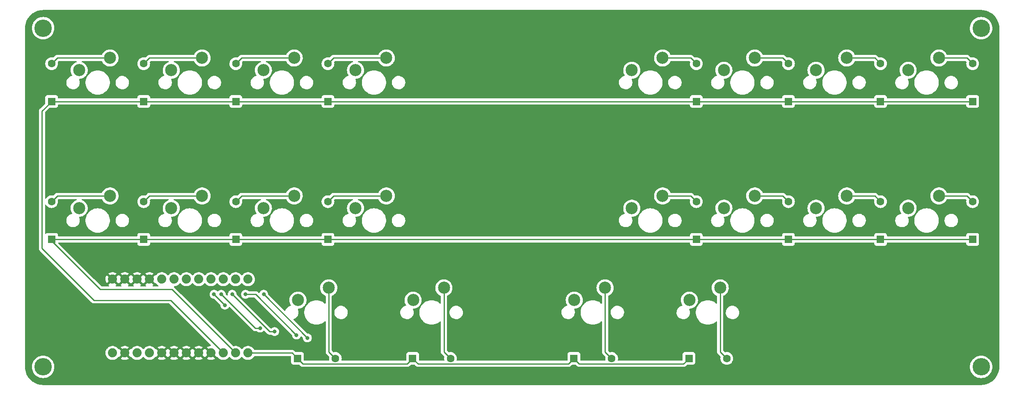
<source format=gbl>
%TF.GenerationSoftware,KiCad,Pcbnew,(6.0.0)*%
%TF.CreationDate,2022-01-10T09:23:07+09:00*%
%TF.ProjectId,orca_pcb,6f726361-5f70-4636-922e-6b696361645f,rev?*%
%TF.SameCoordinates,Original*%
%TF.FileFunction,Copper,L2,Bot*%
%TF.FilePolarity,Positive*%
%FSLAX46Y46*%
G04 Gerber Fmt 4.6, Leading zero omitted, Abs format (unit mm)*
G04 Created by KiCad (PCBNEW (6.0.0)) date 2022-01-10 09:23:07*
%MOMM*%
%LPD*%
G01*
G04 APERTURE LIST*
%TA.AperFunction,ComponentPad*%
%ADD10C,3.600000*%
%TD*%
%TA.AperFunction,ComponentPad*%
%ADD11C,2.500000*%
%TD*%
%TA.AperFunction,ComponentPad*%
%ADD12R,1.600000X1.600000*%
%TD*%
%TA.AperFunction,ComponentPad*%
%ADD13C,1.600000*%
%TD*%
%TA.AperFunction,ComponentPad*%
%ADD14C,1.879600*%
%TD*%
%TA.AperFunction,ViaPad*%
%ADD15C,0.800000*%
%TD*%
%TA.AperFunction,Conductor*%
%ADD16C,0.250000*%
%TD*%
G04 APERTURE END LIST*
D10*
%TO.P,REF01,1*%
%TO.N,N/C*%
X197750000Y74250000D03*
%TD*%
%TO.P,REF03,1*%
%TO.N,N/C*%
X197750000Y4250000D03*
%TD*%
%TO.P,REF02,1*%
%TO.N,N/C*%
X4250000Y4250000D03*
%TD*%
%TO.P,REF00,1*%
%TO.N,N/C*%
X4250000Y74250000D03*
%TD*%
D11*
%TO.P,K25,2*%
%TO.N,Net-(D25-Pad2)*%
X143920000Y20580000D03*
%TO.P,K25,1*%
%TO.N,/col5*%
X137570000Y18040000D03*
%TD*%
%TO.P,K24,2*%
%TO.N,Net-(D24-Pad2)*%
X120170000Y20580000D03*
%TO.P,K24,1*%
%TO.N,/col4*%
X113820000Y18040000D03*
%TD*%
%TO.P,K23,1*%
%TO.N,/col3*%
X80570000Y18040000D03*
%TO.P,K23,2*%
%TO.N,Net-(D23-Pad2)*%
X86920000Y20580000D03*
%TD*%
%TO.P,K22,2*%
%TO.N,Net-(D22-Pad2)*%
X63170000Y20580000D03*
%TO.P,K22,1*%
%TO.N,/col2*%
X56820000Y18040000D03*
%TD*%
%TO.P,K17,2*%
%TO.N,Net-(D17-Pad2)*%
X189040000Y39580000D03*
%TO.P,K17,1*%
%TO.N,/col7*%
X182690000Y37040000D03*
%TD*%
%TO.P,K16,2*%
%TO.N,Net-(D16-Pad2)*%
X170040000Y39580000D03*
%TO.P,K16,1*%
%TO.N,/col6*%
X163690000Y37040000D03*
%TD*%
%TO.P,K15,2*%
%TO.N,Net-(D15-Pad2)*%
X151040000Y39580000D03*
%TO.P,K15,1*%
%TO.N,/col5*%
X144690000Y37040000D03*
%TD*%
%TO.P,K14,1*%
%TO.N,/col4*%
X125690000Y37040000D03*
%TO.P,K14,2*%
%TO.N,Net-(D14-Pad2)*%
X132040000Y39580000D03*
%TD*%
%TO.P,K13,2*%
%TO.N,Net-(D13-Pad2)*%
X75040000Y39580000D03*
%TO.P,K13,1*%
%TO.N,/col3*%
X68690000Y37040000D03*
%TD*%
%TO.P,K12,2*%
%TO.N,Net-(D12-Pad2)*%
X56040000Y39580000D03*
%TO.P,K12,1*%
%TO.N,/col2*%
X49690000Y37040000D03*
%TD*%
%TO.P,K11,1*%
%TO.N,/col1*%
X30690000Y37040000D03*
%TO.P,K11,2*%
%TO.N,Net-(D11-Pad2)*%
X37040000Y39580000D03*
%TD*%
%TO.P,K10,2*%
%TO.N,Net-(D10-Pad2)*%
X18040000Y39580000D03*
%TO.P,K10,1*%
%TO.N,/col0*%
X11690000Y37040000D03*
%TD*%
%TO.P,K07,2*%
%TO.N,Net-(D07-Pad2)*%
X189040000Y68080000D03*
%TO.P,K07,1*%
%TO.N,/col7*%
X182690000Y65540000D03*
%TD*%
%TO.P,K06,2*%
%TO.N,Net-(D06-Pad2)*%
X170040000Y68080000D03*
%TO.P,K06,1*%
%TO.N,/col6*%
X163690000Y65540000D03*
%TD*%
%TO.P,K05,2*%
%TO.N,Net-(D05-Pad2)*%
X151040000Y68080000D03*
%TO.P,K05,1*%
%TO.N,/col5*%
X144690000Y65540000D03*
%TD*%
%TO.P,K04,2*%
%TO.N,Net-(D04-Pad2)*%
X132040000Y68080000D03*
%TO.P,K04,1*%
%TO.N,/col4*%
X125690000Y65540000D03*
%TD*%
%TO.P,K03,2*%
%TO.N,Net-(D03-Pad2)*%
X75040000Y68080000D03*
%TO.P,K03,1*%
%TO.N,/col3*%
X68690000Y65540000D03*
%TD*%
%TO.P,K02,2*%
%TO.N,Net-(D02-Pad2)*%
X56040000Y68080000D03*
%TO.P,K02,1*%
%TO.N,/col2*%
X49690000Y65540000D03*
%TD*%
%TO.P,K01,2*%
%TO.N,Net-(D01-Pad2)*%
X37040000Y68080000D03*
%TO.P,K01,1*%
%TO.N,/col1*%
X30690000Y65540000D03*
%TD*%
%TO.P,K00,2*%
%TO.N,Net-(D00-Pad2)*%
X18040000Y68080000D03*
%TO.P,K00,1*%
%TO.N,/col0*%
X11690000Y65540000D03*
%TD*%
D12*
%TO.P,D25,1*%
%TO.N,/row2*%
X137480000Y6000000D03*
D13*
%TO.P,D25,2*%
%TO.N,Net-(D25-Pad2)*%
X145280000Y6000000D03*
%TD*%
D12*
%TO.P,D24,1*%
%TO.N,/row2*%
X113730000Y6000000D03*
D13*
%TO.P,D24,2*%
%TO.N,Net-(D24-Pad2)*%
X121530000Y6000000D03*
%TD*%
D12*
%TO.P,D23,1*%
%TO.N,/row2*%
X80480000Y6000000D03*
D13*
%TO.P,D23,2*%
%TO.N,Net-(D23-Pad2)*%
X88280000Y6000000D03*
%TD*%
D12*
%TO.P,D22,1*%
%TO.N,/row2*%
X56730000Y6000000D03*
D13*
%TO.P,D22,2*%
%TO.N,Net-(D22-Pad2)*%
X64530000Y6000000D03*
%TD*%
D12*
%TO.P,D17,1*%
%TO.N,/row1*%
X196000000Y30600000D03*
D13*
%TO.P,D17,2*%
%TO.N,Net-(D17-Pad2)*%
X196000000Y38400000D03*
%TD*%
%TO.P,D16,2*%
%TO.N,Net-(D16-Pad2)*%
X177000000Y38400000D03*
D12*
%TO.P,D16,1*%
%TO.N,/row1*%
X177000000Y30600000D03*
%TD*%
%TO.P,D15,1*%
%TO.N,/row1*%
X158000000Y30600000D03*
D13*
%TO.P,D15,2*%
%TO.N,Net-(D15-Pad2)*%
X158000000Y38400000D03*
%TD*%
D12*
%TO.P,D14,1*%
%TO.N,/row1*%
X139000000Y30600000D03*
D13*
%TO.P,D14,2*%
%TO.N,Net-(D14-Pad2)*%
X139000000Y38400000D03*
%TD*%
D12*
%TO.P,D13,1*%
%TO.N,/row1*%
X63000000Y30600000D03*
D13*
%TO.P,D13,2*%
%TO.N,Net-(D13-Pad2)*%
X63000000Y38400000D03*
%TD*%
D12*
%TO.P,D12,1*%
%TO.N,/row1*%
X44000000Y30600000D03*
D13*
%TO.P,D12,2*%
%TO.N,Net-(D12-Pad2)*%
X44000000Y38400000D03*
%TD*%
D12*
%TO.P,D11,1*%
%TO.N,/row1*%
X25000000Y30600000D03*
D13*
%TO.P,D11,2*%
%TO.N,Net-(D11-Pad2)*%
X25000000Y38400000D03*
%TD*%
D12*
%TO.P,D10,1*%
%TO.N,/row1*%
X6000000Y30600000D03*
D13*
%TO.P,D10,2*%
%TO.N,Net-(D10-Pad2)*%
X6000000Y38400000D03*
%TD*%
D12*
%TO.P,D07,1*%
%TO.N,/row0*%
X196000000Y59100000D03*
D13*
%TO.P,D07,2*%
%TO.N,Net-(D07-Pad2)*%
X196000000Y66900000D03*
%TD*%
D12*
%TO.P,D06,1*%
%TO.N,/row0*%
X177000000Y59100000D03*
D13*
%TO.P,D06,2*%
%TO.N,Net-(D06-Pad2)*%
X177000000Y66900000D03*
%TD*%
D12*
%TO.P,D05,1*%
%TO.N,/row0*%
X158000000Y59100000D03*
D13*
%TO.P,D05,2*%
%TO.N,Net-(D05-Pad2)*%
X158000000Y66900000D03*
%TD*%
D12*
%TO.P,D04,1*%
%TO.N,/row0*%
X139000000Y59100000D03*
D13*
%TO.P,D04,2*%
%TO.N,Net-(D04-Pad2)*%
X139000000Y66900000D03*
%TD*%
D12*
%TO.P,D03,1*%
%TO.N,/row0*%
X63000000Y59100000D03*
D13*
%TO.P,D03,2*%
%TO.N,Net-(D03-Pad2)*%
X63000000Y66900000D03*
%TD*%
%TO.P,D02,2*%
%TO.N,Net-(D02-Pad2)*%
X44000000Y66900000D03*
D12*
%TO.P,D02,1*%
%TO.N,/row0*%
X44000000Y59100000D03*
%TD*%
%TO.P,D01,1*%
%TO.N,/row0*%
X25000000Y59100000D03*
D13*
%TO.P,D01,2*%
%TO.N,Net-(D01-Pad2)*%
X25000000Y66900000D03*
%TD*%
D12*
%TO.P,D00,1*%
%TO.N,/row0*%
X6000000Y59100000D03*
D13*
%TO.P,D00,2*%
%TO.N,Net-(D00-Pad2)*%
X6000000Y66900000D03*
%TD*%
D14*
%TO.P,B0,1,TXO*%
%TO.N,/GND*%
X18550000Y22370000D03*
%TO.P,B0,2,RXI*%
X21090000Y22370000D03*
%TO.P,B0,3,GND*%
X23630000Y22370000D03*
%TO.P,B0,4,GND*%
X26170000Y22370000D03*
%TO.P,B0,5,2*%
%TO.N,/col0*%
X28710000Y22370000D03*
%TO.P,B0,6,\u002A3*%
%TO.N,/col1*%
X31250000Y22370000D03*
%TO.P,B0,7,4*%
%TO.N,/col2*%
X33790000Y22370000D03*
%TO.P,B0,8,\u002A5*%
%TO.N,/col3*%
X36330000Y22370000D03*
%TO.P,B0,9,\u002A6*%
%TO.N,/col4*%
X38870000Y22370000D03*
%TO.P,B0,10,7*%
%TO.N,/col5*%
X41410000Y22370000D03*
%TO.P,B0,11,8*%
%TO.N,/col6*%
X43950000Y22370000D03*
%TO.P,B0,12,\u002A9*%
%TO.N,/col7*%
X46490000Y22370000D03*
%TO.P,B0,13,\u002A10*%
%TO.N,/row2*%
X46490000Y7130000D03*
%TO.P,B0,14,11(MOSI)*%
%TO.N,/row1*%
X43950000Y7130000D03*
%TO.P,B0,15,12(MISO)*%
%TO.N,/row0*%
X41410000Y7130000D03*
%TO.P,B0,16,13(SCK)*%
%TO.N,/GND*%
X38870000Y7130000D03*
%TO.P,B0,17,A0*%
X36330000Y7130000D03*
%TO.P,B0,18,A1*%
X33790000Y7130000D03*
%TO.P,B0,19,A2*%
X31250000Y7130000D03*
%TO.P,B0,20,A3*%
X28710000Y7130000D03*
%TO.P,B0,21,VCC*%
%TO.N,/VCC*%
X26170000Y7130000D03*
%TO.P,B0,22,RESET*%
%TO.N,/RST*%
X23630000Y7130000D03*
%TO.P,B0,23,GND*%
%TO.N,/GND*%
X21090000Y7130000D03*
%TO.P,B0,24,RAW*%
%TO.N,/RAW*%
X18550000Y7130000D03*
%TD*%
D15*
%TO.N,/col7*%
X49750000Y19250000D03*
X58750000Y10250000D03*
%TO.N,/col6*%
X46000000Y19250000D03*
X56500000Y10826500D03*
%TO.N,/col5*%
X52000000Y11551000D03*
X43250000Y19250000D03*
%TO.N,/col4*%
X41000000Y19250000D03*
X49000000Y12275500D03*
%TO.N,/col3*%
X39500000Y19250000D03*
X41750000Y17000000D03*
%TD*%
D16*
%TO.N,/row0*%
X4000000Y28750000D02*
X4000000Y57100000D01*
X14750000Y18000000D02*
X4000000Y28750000D01*
X30540000Y18000000D02*
X14750000Y18000000D01*
X4000000Y57100000D02*
X6000000Y59100000D01*
X41410000Y7130000D02*
X30540000Y18000000D01*
%TO.N,/row1*%
X6000000Y30250000D02*
X6000000Y30600000D01*
X16000000Y20250000D02*
X6000000Y30250000D01*
X30830000Y20250000D02*
X16000000Y20250000D01*
X43950000Y7130000D02*
X30830000Y20250000D01*
%TO.N,/row2*%
X55600000Y7130000D02*
X56730000Y6000000D01*
X46490000Y7130000D02*
X55600000Y7130000D01*
%TO.N,/col7*%
X58750000Y10250000D02*
X49750000Y19250000D01*
%TO.N,/col6*%
X48076500Y19250000D02*
X46000000Y19250000D01*
X56500000Y10826500D02*
X48076500Y19250000D01*
%TO.N,/col5*%
X52000000Y11551000D02*
X50949000Y11551000D01*
X50949000Y11551000D02*
X43250000Y19250000D01*
%TO.N,/col4*%
X47974500Y12275500D02*
X41000000Y19250000D01*
X49000000Y12275500D02*
X47974500Y12275500D01*
%TO.N,/col3*%
X41750000Y17000000D02*
X39500000Y19250000D01*
%TO.N,/row2*%
X136355489Y4875489D02*
X137480000Y6000000D01*
X114854511Y4875489D02*
X136355489Y4875489D01*
X113730000Y6000000D02*
X114854511Y4875489D01*
X112605489Y4875489D02*
X113730000Y6000000D01*
X81604511Y4875489D02*
X112605489Y4875489D01*
X80480000Y6000000D02*
X81604511Y4875489D01*
X79355489Y4875489D02*
X80480000Y6000000D01*
X57854511Y4875489D02*
X79355489Y4875489D01*
X56730000Y6000000D02*
X57854511Y4875489D01*
%TO.N,/row1*%
X25000000Y30600000D02*
X6000000Y30600000D01*
X44000000Y30600000D02*
X25000000Y30600000D01*
X63000000Y30600000D02*
X44000000Y30600000D01*
X139000000Y30600000D02*
X63000000Y30600000D01*
X158000000Y30600000D02*
X139000000Y30600000D01*
X177000000Y30600000D02*
X158000000Y30600000D01*
X196000000Y30600000D02*
X177000000Y30600000D01*
%TO.N,/row0*%
X196000000Y59100000D02*
X177000000Y59100000D01*
X177000000Y59100000D02*
X158000000Y59100000D01*
X139000000Y59100000D02*
X158000000Y59100000D01*
X63000000Y59100000D02*
X139000000Y59100000D01*
X44000000Y59100000D02*
X63000000Y59100000D01*
X25000000Y59100000D02*
X44000000Y59100000D01*
X6000000Y59100000D02*
X25000000Y59100000D01*
%TO.N,Net-(D13-Pad2)*%
X64180000Y39580000D02*
X63000000Y38400000D01*
X75040000Y39580000D02*
X64180000Y39580000D01*
%TO.N,Net-(D10-Pad2)*%
X7180000Y39580000D02*
X6000000Y38400000D01*
X18040000Y39580000D02*
X7180000Y39580000D01*
%TO.N,Net-(D11-Pad2)*%
X26180000Y39580000D02*
X25000000Y38400000D01*
X37040000Y39580000D02*
X26180000Y39580000D01*
%TO.N,Net-(D12-Pad2)*%
X56040000Y39580000D02*
X45180000Y39580000D01*
X45180000Y39580000D02*
X44000000Y38400000D01*
%TO.N,Net-(D22-Pad2)*%
X63170000Y7360000D02*
X64530000Y6000000D01*
X63170000Y20580000D02*
X63170000Y7360000D01*
%TO.N,Net-(D23-Pad2)*%
X86920000Y7360000D02*
X88280000Y6000000D01*
X86920000Y20580000D02*
X86920000Y7360000D01*
%TO.N,Net-(D25-Pad2)*%
X143920000Y7360000D02*
X145280000Y6000000D01*
X143920000Y20580000D02*
X143920000Y7360000D01*
%TO.N,Net-(D24-Pad2)*%
X120170000Y7360000D02*
X121530000Y6000000D01*
X120170000Y20580000D02*
X120170000Y7360000D01*
%TO.N,Net-(D14-Pad2)*%
X137820000Y39580000D02*
X139000000Y38400000D01*
X132040000Y39580000D02*
X137820000Y39580000D01*
%TO.N,Net-(D15-Pad2)*%
X151040000Y39580000D02*
X156820000Y39580000D01*
X156820000Y39580000D02*
X158000000Y38400000D01*
%TO.N,Net-(D16-Pad2)*%
X175820000Y39580000D02*
X177000000Y38400000D01*
X170040000Y39580000D02*
X175820000Y39580000D01*
%TO.N,Net-(D17-Pad2)*%
X194820000Y39580000D02*
X196000000Y38400000D01*
X189040000Y39580000D02*
X194820000Y39580000D01*
%TO.N,Net-(D07-Pad2)*%
X194820000Y68080000D02*
X196000000Y66900000D01*
X189040000Y68080000D02*
X194820000Y68080000D01*
%TO.N,Net-(D06-Pad2)*%
X175820000Y68080000D02*
X177000000Y66900000D01*
X170040000Y68080000D02*
X175820000Y68080000D01*
%TO.N,Net-(D05-Pad2)*%
X156820000Y68080000D02*
X158000000Y66900000D01*
X151040000Y68080000D02*
X156820000Y68080000D01*
%TO.N,Net-(D04-Pad2)*%
X137820000Y68080000D02*
X139000000Y66900000D01*
X132040000Y68080000D02*
X137820000Y68080000D01*
%TO.N,Net-(D03-Pad2)*%
X64180000Y68080000D02*
X63000000Y66900000D01*
X75040000Y68080000D02*
X64180000Y68080000D01*
%TO.N,Net-(D02-Pad2)*%
X45180000Y68080000D02*
X44000000Y66900000D01*
X56040000Y68080000D02*
X45180000Y68080000D01*
%TO.N,Net-(D01-Pad2)*%
X26180000Y68080000D02*
X25000000Y66900000D01*
X37040000Y68080000D02*
X26180000Y68080000D01*
%TO.N,Net-(D00-Pad2)*%
X18040000Y68080000D02*
X7180000Y68080000D01*
X7180000Y68080000D02*
X6000000Y66900000D01*
%TD*%
%TA.AperFunction,Conductor*%
%TO.N,/GND*%
G36*
X197720057Y77990500D02*
G01*
X197734858Y77988195D01*
X197734861Y77988195D01*
X197743730Y77986814D01*
X197763054Y77989341D01*
X197785570Y77990253D01*
X198110604Y77974284D01*
X198122898Y77973073D01*
X198473904Y77921007D01*
X198486026Y77918597D01*
X198567006Y77898312D01*
X198830239Y77832375D01*
X198842071Y77828786D01*
X199176174Y77709242D01*
X199187598Y77704510D01*
X199363769Y77621188D01*
X199508377Y77552794D01*
X199519278Y77546967D01*
X199823638Y77364540D01*
X199833919Y77357670D01*
X200118928Y77146292D01*
X200128486Y77138448D01*
X200391407Y76900151D01*
X200400151Y76891407D01*
X200638448Y76628486D01*
X200646292Y76618928D01*
X200857670Y76333919D01*
X200864540Y76323638D01*
X201046967Y76019278D01*
X201052794Y76008377D01*
X201110741Y75885858D01*
X201204510Y75687598D01*
X201209242Y75676174D01*
X201328786Y75342071D01*
X201332375Y75330239D01*
X201418596Y74986029D01*
X201421008Y74973901D01*
X201473073Y74622903D01*
X201474285Y74610597D01*
X201489890Y74292938D01*
X201488543Y74267376D01*
X201488195Y74265143D01*
X201488195Y74265139D01*
X201486814Y74256270D01*
X201487978Y74247368D01*
X201487978Y74247365D01*
X201490936Y74224749D01*
X201492000Y74208411D01*
X201492000Y4299328D01*
X201490500Y4279943D01*
X201489007Y4270352D01*
X201486814Y4256270D01*
X201489274Y4237461D01*
X201489341Y4236950D01*
X201490253Y4214430D01*
X201476967Y3943991D01*
X201474285Y3889402D01*
X201473073Y3877097D01*
X201421008Y3526099D01*
X201418596Y3513971D01*
X201332375Y3169761D01*
X201328786Y3157929D01*
X201209242Y2823826D01*
X201204510Y2812402D01*
X201109460Y2611433D01*
X201052796Y2491627D01*
X201046967Y2480722D01*
X200864540Y2176362D01*
X200857670Y2166081D01*
X200646292Y1881072D01*
X200638448Y1871514D01*
X200400151Y1608593D01*
X200391407Y1599849D01*
X200128486Y1361552D01*
X200118928Y1353708D01*
X199833919Y1142330D01*
X199823638Y1135460D01*
X199519278Y953033D01*
X199508377Y947206D01*
X199371313Y882380D01*
X199187598Y795490D01*
X199176174Y790758D01*
X198842071Y671214D01*
X198830239Y667625D01*
X198586510Y606574D01*
X198486026Y581403D01*
X198473904Y578993D01*
X198122898Y526927D01*
X198110602Y525715D01*
X198014524Y520995D01*
X197792938Y510110D01*
X197767376Y511457D01*
X197765143Y511805D01*
X197765139Y511805D01*
X197756270Y513186D01*
X197747368Y512022D01*
X197747365Y512022D01*
X197728083Y509500D01*
X197725728Y509192D01*
X197724749Y509064D01*
X197708411Y508000D01*
X4299328Y508000D01*
X4279943Y509500D01*
X4265142Y511805D01*
X4265139Y511805D01*
X4256270Y513186D01*
X4236946Y510659D01*
X4214430Y509747D01*
X3889396Y525716D01*
X3877102Y526927D01*
X3526096Y578993D01*
X3513974Y581403D01*
X3413490Y606574D01*
X3169761Y667625D01*
X3157929Y671214D01*
X2823826Y790758D01*
X2812402Y795490D01*
X2628687Y882380D01*
X2491623Y947206D01*
X2480722Y953033D01*
X2176362Y1135460D01*
X2166081Y1142330D01*
X1881072Y1353708D01*
X1871514Y1361552D01*
X1608593Y1599849D01*
X1599849Y1608593D01*
X1361552Y1871514D01*
X1353708Y1881072D01*
X1142330Y2166081D01*
X1135460Y2176362D01*
X953033Y2480722D01*
X947204Y2491627D01*
X890541Y2611433D01*
X795490Y2812402D01*
X790758Y2823826D01*
X671214Y3157929D01*
X667625Y3169761D01*
X581404Y3513971D01*
X578992Y3526099D01*
X526927Y3877097D01*
X525715Y3889403D01*
X510110Y4207062D01*
X511457Y4232624D01*
X511805Y4234857D01*
X511805Y4234861D01*
X513186Y4243730D01*
X512367Y4250000D01*
X1936547Y4250000D01*
X1956339Y3948034D01*
X1957143Y3943994D01*
X1957143Y3943991D01*
X1968002Y3889402D01*
X2015376Y3651234D01*
X2016701Y3647330D01*
X2016702Y3647327D01*
X2092853Y3422995D01*
X2112648Y3364680D01*
X2114472Y3360982D01*
X2214607Y3157929D01*
X2246491Y3093274D01*
X2414614Y2841659D01*
X2417328Y2838565D01*
X2417332Y2838559D01*
X2608024Y2621118D01*
X2614142Y2614142D01*
X2617231Y2611433D01*
X2838559Y2417332D01*
X2838565Y2417328D01*
X2841659Y2414614D01*
X2845085Y2412325D01*
X2845090Y2412321D01*
X3033371Y2286516D01*
X3093273Y2246491D01*
X3096972Y2244667D01*
X3096977Y2244664D01*
X3111979Y2237266D01*
X3364680Y2112648D01*
X3368585Y2111323D01*
X3368586Y2111322D01*
X3647327Y2016702D01*
X3647330Y2016701D01*
X3651234Y2015376D01*
X3655273Y2014573D01*
X3655279Y2014571D01*
X3943991Y1957143D01*
X3943994Y1957143D01*
X3948034Y1956339D01*
X3952145Y1956070D01*
X3952149Y1956069D01*
X4245881Y1936817D01*
X4250000Y1936547D01*
X4254119Y1936817D01*
X4547851Y1956069D01*
X4547855Y1956070D01*
X4551966Y1956339D01*
X4556006Y1957143D01*
X4556009Y1957143D01*
X4844721Y2014571D01*
X4844727Y2014573D01*
X4848766Y2015376D01*
X4852670Y2016701D01*
X4852673Y2016702D01*
X5131414Y2111322D01*
X5131415Y2111323D01*
X5135320Y2112648D01*
X5388021Y2237266D01*
X5403023Y2244664D01*
X5403028Y2244667D01*
X5406727Y2246491D01*
X5466629Y2286516D01*
X5654910Y2412321D01*
X5654915Y2412325D01*
X5658341Y2414614D01*
X5661435Y2417328D01*
X5661441Y2417332D01*
X5882769Y2611433D01*
X5885858Y2614142D01*
X5891976Y2621118D01*
X6082668Y2838559D01*
X6082672Y2838565D01*
X6085386Y2841659D01*
X6253509Y3093274D01*
X6285394Y3157929D01*
X6385528Y3360982D01*
X6387352Y3364680D01*
X6407147Y3422995D01*
X6483298Y3647327D01*
X6483299Y3647330D01*
X6484624Y3651234D01*
X6531999Y3889402D01*
X6542857Y3943991D01*
X6542857Y3943994D01*
X6543661Y3948034D01*
X6563453Y4250000D01*
X6553824Y4396917D01*
X6543931Y4547851D01*
X6543930Y4547855D01*
X6543661Y4551966D01*
X6519885Y4671498D01*
X6485429Y4844721D01*
X6485427Y4844727D01*
X6484624Y4848766D01*
X6480760Y4860151D01*
X6388678Y5131414D01*
X6388677Y5131415D01*
X6387352Y5135320D01*
X6287035Y5338743D01*
X6255336Y5403022D01*
X6255333Y5403027D01*
X6253509Y5406726D01*
X6085386Y5658341D01*
X6082672Y5661435D01*
X6082668Y5661441D01*
X5888567Y5882769D01*
X5885858Y5885858D01*
X5833367Y5931892D01*
X5661441Y6082668D01*
X5661435Y6082672D01*
X5658341Y6085386D01*
X5654911Y6087678D01*
X5654910Y6087679D01*
X5410160Y6251215D01*
X5406727Y6253509D01*
X5403028Y6255333D01*
X5403023Y6255336D01*
X5187118Y6361808D01*
X5135320Y6387352D01*
X5059033Y6413248D01*
X4852673Y6483298D01*
X4852670Y6483299D01*
X4848766Y6484624D01*
X4844727Y6485427D01*
X4844721Y6485429D01*
X4556009Y6542857D01*
X4556006Y6542857D01*
X4551966Y6543661D01*
X4547855Y6543930D01*
X4547851Y6543931D01*
X4254119Y6563183D01*
X4250000Y6563453D01*
X4245881Y6563183D01*
X3952149Y6543931D01*
X3952145Y6543930D01*
X3948034Y6543661D01*
X3943994Y6542857D01*
X3943991Y6542857D01*
X3655279Y6485429D01*
X3655273Y6485427D01*
X3651234Y6484624D01*
X3647330Y6483299D01*
X3647327Y6483298D01*
X3440967Y6413248D01*
X3364680Y6387352D01*
X3312882Y6361808D01*
X3096978Y6255336D01*
X3096973Y6255333D01*
X3093274Y6253509D01*
X2841659Y6085386D01*
X2838565Y6082672D01*
X2838559Y6082668D01*
X2666633Y5931892D01*
X2614142Y5885858D01*
X2611433Y5882769D01*
X2417332Y5661441D01*
X2417328Y5661435D01*
X2414614Y5658341D01*
X2246491Y5406726D01*
X2244667Y5403027D01*
X2244664Y5403022D01*
X2212965Y5338743D01*
X2112648Y5135320D01*
X2111323Y5131415D01*
X2111322Y5131414D01*
X2019241Y4860151D01*
X2015376Y4848766D01*
X2014573Y4844727D01*
X2014571Y4844721D01*
X1980115Y4671498D01*
X1956339Y4551966D01*
X1956070Y4547855D01*
X1956069Y4547851D01*
X1946176Y4396917D01*
X1936547Y4250000D01*
X512367Y4250000D01*
X511944Y4253233D01*
X509064Y4275251D01*
X508000Y4291589D01*
X508000Y7165506D01*
X17097170Y7165506D01*
X17097467Y7160354D01*
X17097467Y7160350D01*
X17104505Y7038297D01*
X17110879Y6927745D01*
X17112016Y6922699D01*
X17112017Y6922693D01*
X17128806Y6848197D01*
X17163237Y6695415D01*
X17165179Y6690633D01*
X17165180Y6690629D01*
X17248503Y6485429D01*
X17252837Y6474756D01*
X17340979Y6330922D01*
X17372676Y6279198D01*
X17377274Y6271694D01*
X17533204Y6091683D01*
X17716442Y5939556D01*
X17720894Y5936954D01*
X17720899Y5936951D01*
X17819333Y5879431D01*
X17922065Y5819399D01*
X18144552Y5734440D01*
X18149618Y5733409D01*
X18149619Y5733409D01*
X18203956Y5722354D01*
X18377928Y5686959D01*
X18512121Y5682038D01*
X18610760Y5678421D01*
X18610764Y5678421D01*
X18615924Y5678232D01*
X18621044Y5678888D01*
X18621046Y5678888D01*
X18847023Y5707836D01*
X18847024Y5707836D01*
X18852151Y5708493D01*
X18936803Y5733890D01*
X19075316Y5775446D01*
X19075317Y5775447D01*
X19080262Y5776930D01*
X19294133Y5881705D01*
X19298336Y5884703D01*
X19298341Y5884706D01*
X19375155Y5939497D01*
X20264326Y5939497D01*
X20269607Y5932442D01*
X20457821Y5822459D01*
X20467108Y5818009D01*
X20679861Y5736767D01*
X20689763Y5733890D01*
X20912911Y5688490D01*
X20923163Y5687267D01*
X21150738Y5678923D01*
X21161024Y5679390D01*
X21386915Y5708327D01*
X21397001Y5710470D01*
X21615128Y5775912D01*
X21624723Y5779672D01*
X21829237Y5879863D01*
X21838083Y5885137D01*
X21903631Y5931892D01*
X21912032Y5942592D01*
X21905045Y5955744D01*
X21102811Y6757979D01*
X21088868Y6765592D01*
X21087034Y6765461D01*
X21080420Y6761210D01*
X20271083Y5951872D01*
X20264326Y5939497D01*
X19375155Y5939497D01*
X19483816Y6017004D01*
X19483818Y6017006D01*
X19488020Y6020003D01*
X19656716Y6188111D01*
X19659732Y6192308D01*
X19659739Y6192316D01*
X19722170Y6279198D01*
X19778164Y6322846D01*
X19848868Y6329292D01*
X19895626Y6305831D01*
X19899976Y6305110D01*
X19910387Y6309598D01*
X20717979Y7117189D01*
X20724356Y7128868D01*
X21454408Y7128868D01*
X21454539Y7127034D01*
X21458790Y7120420D01*
X22264826Y6314385D01*
X22278096Y6307139D01*
X22340005Y6330922D01*
X22409523Y6316510D01*
X22451899Y6279755D01*
X22454574Y6276101D01*
X22457274Y6271694D01*
X22613204Y6091683D01*
X22796442Y5939556D01*
X22800894Y5936954D01*
X22800899Y5936951D01*
X22899333Y5879431D01*
X23002065Y5819399D01*
X23224552Y5734440D01*
X23229618Y5733409D01*
X23229619Y5733409D01*
X23283956Y5722354D01*
X23457928Y5686959D01*
X23592121Y5682038D01*
X23690760Y5678421D01*
X23690764Y5678421D01*
X23695924Y5678232D01*
X23701044Y5678888D01*
X23701046Y5678888D01*
X23927023Y5707836D01*
X23927024Y5707836D01*
X23932151Y5708493D01*
X24016803Y5733890D01*
X24155316Y5775446D01*
X24155317Y5775447D01*
X24160262Y5776930D01*
X24374133Y5881705D01*
X24378336Y5884703D01*
X24378341Y5884706D01*
X24563816Y6017004D01*
X24563818Y6017006D01*
X24568020Y6020003D01*
X24736716Y6188111D01*
X24794979Y6269193D01*
X24850972Y6312840D01*
X24921676Y6319286D01*
X24984640Y6286484D01*
X24996582Y6272824D01*
X24997274Y6271694D01*
X25153204Y6091683D01*
X25336442Y5939556D01*
X25340894Y5936954D01*
X25340899Y5936951D01*
X25439333Y5879431D01*
X25542065Y5819399D01*
X25764552Y5734440D01*
X25769618Y5733409D01*
X25769619Y5733409D01*
X25823956Y5722354D01*
X25997928Y5686959D01*
X26132121Y5682038D01*
X26230760Y5678421D01*
X26230764Y5678421D01*
X26235924Y5678232D01*
X26241044Y5678888D01*
X26241046Y5678888D01*
X26467023Y5707836D01*
X26467024Y5707836D01*
X26472151Y5708493D01*
X26556803Y5733890D01*
X26695316Y5775446D01*
X26695317Y5775447D01*
X26700262Y5776930D01*
X26914133Y5881705D01*
X26918336Y5884703D01*
X26918341Y5884706D01*
X26995155Y5939497D01*
X27884326Y5939497D01*
X27889607Y5932442D01*
X28077821Y5822459D01*
X28087108Y5818009D01*
X28299861Y5736767D01*
X28309763Y5733890D01*
X28532911Y5688490D01*
X28543163Y5687267D01*
X28770738Y5678923D01*
X28781024Y5679390D01*
X29006915Y5708327D01*
X29017001Y5710470D01*
X29235128Y5775912D01*
X29244723Y5779672D01*
X29449237Y5879863D01*
X29458083Y5885137D01*
X29523631Y5931892D01*
X29529602Y5939497D01*
X30424326Y5939497D01*
X30429607Y5932442D01*
X30617821Y5822459D01*
X30627108Y5818009D01*
X30839861Y5736767D01*
X30849763Y5733890D01*
X31072911Y5688490D01*
X31083163Y5687267D01*
X31310738Y5678923D01*
X31321024Y5679390D01*
X31546915Y5708327D01*
X31557001Y5710470D01*
X31775128Y5775912D01*
X31784723Y5779672D01*
X31989237Y5879863D01*
X31998083Y5885137D01*
X32063631Y5931892D01*
X32069602Y5939497D01*
X32964326Y5939497D01*
X32969607Y5932442D01*
X33157821Y5822459D01*
X33167108Y5818009D01*
X33379861Y5736767D01*
X33389763Y5733890D01*
X33612911Y5688490D01*
X33623163Y5687267D01*
X33850738Y5678923D01*
X33861024Y5679390D01*
X34086915Y5708327D01*
X34097001Y5710470D01*
X34315128Y5775912D01*
X34324723Y5779672D01*
X34529237Y5879863D01*
X34538083Y5885137D01*
X34603631Y5931892D01*
X34609602Y5939497D01*
X35504326Y5939497D01*
X35509607Y5932442D01*
X35697821Y5822459D01*
X35707108Y5818009D01*
X35919861Y5736767D01*
X35929763Y5733890D01*
X36152911Y5688490D01*
X36163163Y5687267D01*
X36390738Y5678923D01*
X36401024Y5679390D01*
X36626915Y5708327D01*
X36637001Y5710470D01*
X36855128Y5775912D01*
X36864723Y5779672D01*
X37069237Y5879863D01*
X37078083Y5885137D01*
X37143631Y5931892D01*
X37149602Y5939497D01*
X38044326Y5939497D01*
X38049607Y5932442D01*
X38237821Y5822459D01*
X38247108Y5818009D01*
X38459861Y5736767D01*
X38469763Y5733890D01*
X38692911Y5688490D01*
X38703163Y5687267D01*
X38930738Y5678923D01*
X38941024Y5679390D01*
X39166915Y5708327D01*
X39177001Y5710470D01*
X39395128Y5775912D01*
X39404723Y5779672D01*
X39609237Y5879863D01*
X39618083Y5885137D01*
X39683631Y5931892D01*
X39692032Y5942592D01*
X39685045Y5955744D01*
X38882811Y6757979D01*
X38868868Y6765592D01*
X38867034Y6765461D01*
X38860420Y6761210D01*
X38051083Y5951872D01*
X38044326Y5939497D01*
X37149602Y5939497D01*
X37152032Y5942592D01*
X37145045Y5955744D01*
X36342811Y6757979D01*
X36328868Y6765592D01*
X36327034Y6765461D01*
X36320420Y6761210D01*
X35511083Y5951872D01*
X35504326Y5939497D01*
X34609602Y5939497D01*
X34612032Y5942592D01*
X34605045Y5955744D01*
X33802811Y6757979D01*
X33788868Y6765592D01*
X33787034Y6765461D01*
X33780420Y6761210D01*
X32971083Y5951872D01*
X32964326Y5939497D01*
X32069602Y5939497D01*
X32072032Y5942592D01*
X32065045Y5955744D01*
X31262811Y6757979D01*
X31248868Y6765592D01*
X31247034Y6765461D01*
X31240420Y6761210D01*
X30431083Y5951872D01*
X30424326Y5939497D01*
X29529602Y5939497D01*
X29532032Y5942592D01*
X29525045Y5955744D01*
X28722811Y6757979D01*
X28708868Y6765592D01*
X28707034Y6765461D01*
X28700420Y6761210D01*
X27891083Y5951872D01*
X27884326Y5939497D01*
X26995155Y5939497D01*
X27103816Y6017004D01*
X27103818Y6017006D01*
X27108020Y6020003D01*
X27276716Y6188111D01*
X27279732Y6192308D01*
X27279739Y6192316D01*
X27342170Y6279198D01*
X27398164Y6322846D01*
X27468868Y6329292D01*
X27515626Y6305831D01*
X27519976Y6305110D01*
X27530387Y6309598D01*
X28337979Y7117189D01*
X28344356Y7128868D01*
X29074408Y7128868D01*
X29074539Y7127034D01*
X29078790Y7120420D01*
X29884826Y6314385D01*
X29896832Y6307829D01*
X29901671Y6311526D01*
X29967946Y6336985D01*
X30037464Y6322572D01*
X30061418Y6305732D01*
X30070387Y6309598D01*
X30877979Y7117189D01*
X30884356Y7128868D01*
X31614408Y7128868D01*
X31614539Y7127034D01*
X31618790Y7120420D01*
X32424826Y6314385D01*
X32436832Y6307829D01*
X32441671Y6311526D01*
X32507946Y6336985D01*
X32577464Y6322572D01*
X32601418Y6305732D01*
X32610387Y6309598D01*
X33417979Y7117189D01*
X33424356Y7128868D01*
X34154408Y7128868D01*
X34154539Y7127034D01*
X34158790Y7120420D01*
X34964826Y6314385D01*
X34976832Y6307829D01*
X34981671Y6311526D01*
X35047946Y6336985D01*
X35117464Y6322572D01*
X35141418Y6305732D01*
X35150387Y6309598D01*
X35957979Y7117189D01*
X35964356Y7128868D01*
X36694408Y7128868D01*
X36694539Y7127034D01*
X36698790Y7120420D01*
X37504826Y6314385D01*
X37516832Y6307829D01*
X37521671Y6311526D01*
X37587946Y6336985D01*
X37657464Y6322572D01*
X37681418Y6305732D01*
X37690387Y6309598D01*
X38497979Y7117189D01*
X38505592Y7131132D01*
X38505461Y7132966D01*
X38501210Y7139580D01*
X37695220Y7945569D01*
X37683688Y7951866D01*
X37678721Y7947974D01*
X37612762Y7921707D01*
X37543073Y7935270D01*
X37518788Y7951685D01*
X37517321Y7952948D01*
X37507756Y7948545D01*
X36702021Y7142811D01*
X36694408Y7128868D01*
X35964356Y7128868D01*
X35965592Y7131132D01*
X35965461Y7132966D01*
X35961210Y7139580D01*
X35155220Y7945569D01*
X35143688Y7951866D01*
X35138721Y7947974D01*
X35072762Y7921707D01*
X35003073Y7935270D01*
X34978788Y7951685D01*
X34977321Y7952948D01*
X34967756Y7948545D01*
X34162021Y7142811D01*
X34154408Y7128868D01*
X33424356Y7128868D01*
X33425592Y7131132D01*
X33425461Y7132966D01*
X33421210Y7139580D01*
X32615220Y7945569D01*
X32603688Y7951866D01*
X32598721Y7947974D01*
X32532762Y7921707D01*
X32463073Y7935270D01*
X32438788Y7951685D01*
X32437321Y7952948D01*
X32427756Y7948545D01*
X31622021Y7142811D01*
X31614408Y7128868D01*
X30884356Y7128868D01*
X30885592Y7131132D01*
X30885461Y7132966D01*
X30881210Y7139580D01*
X30075220Y7945569D01*
X30063688Y7951866D01*
X30058721Y7947974D01*
X29992762Y7921707D01*
X29923073Y7935270D01*
X29898788Y7951685D01*
X29897321Y7952948D01*
X29887756Y7948545D01*
X29082021Y7142811D01*
X29074408Y7128868D01*
X28344356Y7128868D01*
X28345592Y7131132D01*
X28345461Y7132966D01*
X28341210Y7139580D01*
X27535220Y7945569D01*
X27522803Y7952349D01*
X27459899Y7927301D01*
X27390210Y7940865D01*
X27342360Y7984312D01*
X27324216Y8012358D01*
X27321406Y8016702D01*
X27161124Y8192850D01*
X27157073Y8196049D01*
X27157069Y8196053D01*
X27003018Y8317715D01*
X27887081Y8317715D01*
X27893825Y8305386D01*
X28697189Y7502021D01*
X28711132Y7494408D01*
X28712966Y7494539D01*
X28719580Y7498790D01*
X29527331Y8306542D01*
X29533432Y8317715D01*
X30427081Y8317715D01*
X30433825Y8305386D01*
X31237189Y7502021D01*
X31251132Y7494408D01*
X31252966Y7494539D01*
X31259580Y7498790D01*
X32067331Y8306542D01*
X32073432Y8317715D01*
X32967081Y8317715D01*
X32973825Y8305386D01*
X33777189Y7502021D01*
X33791132Y7494408D01*
X33792966Y7494539D01*
X33799580Y7498790D01*
X34607331Y8306542D01*
X34613432Y8317715D01*
X35507081Y8317715D01*
X35513825Y8305386D01*
X36317189Y7502021D01*
X36331132Y7494408D01*
X36332966Y7494539D01*
X36339580Y7498790D01*
X37147331Y8306542D01*
X37154348Y8319393D01*
X37146574Y8330063D01*
X37138004Y8336831D01*
X37129417Y8342536D01*
X36930055Y8452590D01*
X36920643Y8456820D01*
X36705971Y8532840D01*
X36696014Y8535470D01*
X36471805Y8575409D01*
X36461554Y8576378D01*
X36233830Y8579160D01*
X36223546Y8578440D01*
X35998437Y8543994D01*
X35988410Y8541605D01*
X35771951Y8470856D01*
X35762442Y8466859D01*
X35560451Y8361708D01*
X35551716Y8356207D01*
X35515535Y8329042D01*
X35507081Y8317715D01*
X34613432Y8317715D01*
X34614348Y8319393D01*
X34606574Y8330063D01*
X34598004Y8336831D01*
X34589417Y8342536D01*
X34390055Y8452590D01*
X34380643Y8456820D01*
X34165971Y8532840D01*
X34156014Y8535470D01*
X33931805Y8575409D01*
X33921554Y8576378D01*
X33693830Y8579160D01*
X33683546Y8578440D01*
X33458437Y8543994D01*
X33448410Y8541605D01*
X33231951Y8470856D01*
X33222442Y8466859D01*
X33020451Y8361708D01*
X33011716Y8356207D01*
X32975535Y8329042D01*
X32967081Y8317715D01*
X32073432Y8317715D01*
X32074348Y8319393D01*
X32066574Y8330063D01*
X32058004Y8336831D01*
X32049417Y8342536D01*
X31850055Y8452590D01*
X31840643Y8456820D01*
X31625971Y8532840D01*
X31616014Y8535470D01*
X31391805Y8575409D01*
X31381554Y8576378D01*
X31153830Y8579160D01*
X31143546Y8578440D01*
X30918437Y8543994D01*
X30908410Y8541605D01*
X30691951Y8470856D01*
X30682442Y8466859D01*
X30480451Y8361708D01*
X30471716Y8356207D01*
X30435535Y8329042D01*
X30427081Y8317715D01*
X29533432Y8317715D01*
X29534348Y8319393D01*
X29526574Y8330063D01*
X29518004Y8336831D01*
X29509417Y8342536D01*
X29310055Y8452590D01*
X29300643Y8456820D01*
X29085971Y8532840D01*
X29076014Y8535470D01*
X28851805Y8575409D01*
X28841554Y8576378D01*
X28613830Y8579160D01*
X28603546Y8578440D01*
X28378437Y8543994D01*
X28368410Y8541605D01*
X28151951Y8470856D01*
X28142442Y8466859D01*
X27940451Y8361708D01*
X27931716Y8356207D01*
X27895535Y8329042D01*
X27887081Y8317715D01*
X27003018Y8317715D01*
X26978278Y8337253D01*
X26978273Y8337256D01*
X26974224Y8340454D01*
X26969708Y8342947D01*
X26969705Y8342949D01*
X26770250Y8453054D01*
X26770246Y8453056D01*
X26765726Y8455551D01*
X26760857Y8457275D01*
X26760853Y8457277D01*
X26546105Y8533324D01*
X26546101Y8533325D01*
X26541230Y8535050D01*
X26536140Y8535957D01*
X26536135Y8535958D01*
X26380398Y8563698D01*
X26306764Y8576814D01*
X26217637Y8577903D01*
X26073795Y8579661D01*
X26073793Y8579661D01*
X26068625Y8579724D01*
X25833209Y8543700D01*
X25606838Y8469711D01*
X25395590Y8359742D01*
X25391457Y8356639D01*
X25391454Y8356637D01*
X25209275Y8219853D01*
X25205140Y8216748D01*
X25040602Y8044569D01*
X25018629Y8012358D01*
X25005186Y7992651D01*
X24950274Y7947649D01*
X24879749Y7939478D01*
X24816002Y7970733D01*
X24795306Y7995216D01*
X24784217Y8012358D01*
X24784212Y8012364D01*
X24781406Y8016702D01*
X24621124Y8192850D01*
X24617073Y8196049D01*
X24617069Y8196053D01*
X24438278Y8337253D01*
X24438273Y8337256D01*
X24434224Y8340454D01*
X24429708Y8342947D01*
X24429705Y8342949D01*
X24230250Y8453054D01*
X24230246Y8453056D01*
X24225726Y8455551D01*
X24220857Y8457275D01*
X24220853Y8457277D01*
X24006105Y8533324D01*
X24006101Y8533325D01*
X24001230Y8535050D01*
X23996140Y8535957D01*
X23996135Y8535958D01*
X23840398Y8563698D01*
X23766764Y8576814D01*
X23677637Y8577903D01*
X23533795Y8579661D01*
X23533793Y8579661D01*
X23528625Y8579724D01*
X23293209Y8543700D01*
X23066838Y8469711D01*
X22855590Y8359742D01*
X22851457Y8356639D01*
X22851454Y8356637D01*
X22669275Y8219853D01*
X22665140Y8216748D01*
X22500602Y8044569D01*
X22458064Y7982210D01*
X22403155Y7937210D01*
X22332631Y7929039D01*
X22280940Y7953412D01*
X22278940Y7953693D01*
X22267755Y7948544D01*
X21462021Y7142811D01*
X21454408Y7128868D01*
X20724356Y7128868D01*
X20725592Y7131132D01*
X20725461Y7132966D01*
X20721210Y7139580D01*
X19915220Y7945569D01*
X19902803Y7952349D01*
X19839899Y7927301D01*
X19770210Y7940865D01*
X19722360Y7984312D01*
X19704216Y8012358D01*
X19701406Y8016702D01*
X19541124Y8192850D01*
X19537073Y8196049D01*
X19537069Y8196053D01*
X19383018Y8317715D01*
X20267081Y8317715D01*
X20273825Y8305386D01*
X21077189Y7502021D01*
X21091132Y7494408D01*
X21092966Y7494539D01*
X21099580Y7498790D01*
X21907331Y8306542D01*
X21914348Y8319393D01*
X21906574Y8330063D01*
X21898004Y8336831D01*
X21889417Y8342536D01*
X21690055Y8452590D01*
X21680643Y8456820D01*
X21465971Y8532840D01*
X21456014Y8535470D01*
X21231805Y8575409D01*
X21221554Y8576378D01*
X20993830Y8579160D01*
X20983546Y8578440D01*
X20758437Y8543994D01*
X20748410Y8541605D01*
X20531951Y8470856D01*
X20522442Y8466859D01*
X20320451Y8361708D01*
X20311716Y8356207D01*
X20275535Y8329042D01*
X20267081Y8317715D01*
X19383018Y8317715D01*
X19358278Y8337253D01*
X19358273Y8337256D01*
X19354224Y8340454D01*
X19349708Y8342947D01*
X19349705Y8342949D01*
X19150250Y8453054D01*
X19150246Y8453056D01*
X19145726Y8455551D01*
X19140857Y8457275D01*
X19140853Y8457277D01*
X18926105Y8533324D01*
X18926101Y8533325D01*
X18921230Y8535050D01*
X18916140Y8535957D01*
X18916135Y8535958D01*
X18760398Y8563698D01*
X18686764Y8576814D01*
X18597637Y8577903D01*
X18453795Y8579661D01*
X18453793Y8579661D01*
X18448625Y8579724D01*
X18213209Y8543700D01*
X17986838Y8469711D01*
X17775590Y8359742D01*
X17771457Y8356639D01*
X17771454Y8356637D01*
X17589275Y8219853D01*
X17585140Y8216748D01*
X17420602Y8044569D01*
X17417693Y8040304D01*
X17417687Y8040296D01*
X17385186Y7992651D01*
X17286394Y7847828D01*
X17247510Y7764059D01*
X17197513Y7656348D01*
X17186122Y7631809D01*
X17122477Y7402315D01*
X17097170Y7165506D01*
X508000Y7165506D01*
X508000Y57120057D01*
X3361780Y57120057D01*
X3362526Y57112165D01*
X3365941Y57076039D01*
X3366500Y57064181D01*
X3366500Y28828767D01*
X3365973Y28817584D01*
X3364298Y28810091D01*
X3364547Y28802165D01*
X3364547Y28802164D01*
X3366438Y28742014D01*
X3366500Y28738055D01*
X3366500Y28710144D01*
X3366997Y28706210D01*
X3366997Y28706209D01*
X3367005Y28706144D01*
X3367938Y28694307D01*
X3369327Y28650111D01*
X3374978Y28630661D01*
X3378987Y28611300D01*
X3381526Y28591203D01*
X3384445Y28583832D01*
X3384445Y28583830D01*
X3397804Y28550088D01*
X3401649Y28538858D01*
X3413982Y28496407D01*
X3418015Y28489588D01*
X3418017Y28489583D01*
X3424293Y28478972D01*
X3432988Y28461224D01*
X3440448Y28442383D01*
X3445110Y28435967D01*
X3445110Y28435966D01*
X3466436Y28406613D01*
X3472952Y28396693D01*
X3495458Y28358638D01*
X3509779Y28344317D01*
X3522619Y28329284D01*
X3534528Y28312893D01*
X3540634Y28307842D01*
X3568605Y28284702D01*
X3577384Y28276712D01*
X14246348Y17607747D01*
X14253888Y17599461D01*
X14258000Y17592982D01*
X14263777Y17587557D01*
X14307651Y17546357D01*
X14310493Y17543602D01*
X14330230Y17523865D01*
X14333427Y17521385D01*
X14342447Y17513682D01*
X14374679Y17483414D01*
X14381625Y17479595D01*
X14381628Y17479593D01*
X14392434Y17473652D01*
X14408953Y17462801D01*
X14424959Y17450386D01*
X14432228Y17447241D01*
X14432232Y17447238D01*
X14465537Y17432826D01*
X14476187Y17427609D01*
X14514940Y17406305D01*
X14522615Y17404334D01*
X14522616Y17404334D01*
X14534562Y17401267D01*
X14553267Y17394863D01*
X14571855Y17386819D01*
X14579678Y17385580D01*
X14579688Y17385577D01*
X14615524Y17379901D01*
X14627144Y17377495D01*
X14662289Y17368472D01*
X14669970Y17366500D01*
X14690224Y17366500D01*
X14709934Y17364949D01*
X14729943Y17361780D01*
X14737835Y17362526D01*
X14773961Y17365941D01*
X14785819Y17366500D01*
X30225406Y17366500D01*
X30293527Y17346498D01*
X30314501Y17329595D01*
X38850409Y8793687D01*
X38884435Y8731375D01*
X38879370Y8660560D01*
X38836823Y8603724D01*
X38770103Y8578899D01*
X38763547Y8578441D01*
X38538437Y8543994D01*
X38528410Y8541605D01*
X38311951Y8470856D01*
X38302442Y8466859D01*
X38100451Y8361708D01*
X38091716Y8356207D01*
X38055535Y8329042D01*
X38047081Y8317715D01*
X38053825Y8305386D01*
X38870000Y7489210D01*
X40044823Y6314388D01*
X40058097Y6307140D01*
X40120007Y6330922D01*
X40189525Y6316509D01*
X40231899Y6279755D01*
X40234574Y6276101D01*
X40237274Y6271694D01*
X40393204Y6091683D01*
X40576442Y5939556D01*
X40580894Y5936954D01*
X40580899Y5936951D01*
X40679333Y5879431D01*
X40782065Y5819399D01*
X41004552Y5734440D01*
X41009618Y5733409D01*
X41009619Y5733409D01*
X41063956Y5722354D01*
X41237928Y5686959D01*
X41372121Y5682038D01*
X41470760Y5678421D01*
X41470764Y5678421D01*
X41475924Y5678232D01*
X41481044Y5678888D01*
X41481046Y5678888D01*
X41707023Y5707836D01*
X41707024Y5707836D01*
X41712151Y5708493D01*
X41796803Y5733890D01*
X41935316Y5775446D01*
X41935317Y5775447D01*
X41940262Y5776930D01*
X42154133Y5881705D01*
X42158336Y5884703D01*
X42158341Y5884706D01*
X42343816Y6017004D01*
X42343818Y6017006D01*
X42348020Y6020003D01*
X42516716Y6188111D01*
X42574979Y6269193D01*
X42630972Y6312840D01*
X42701676Y6319286D01*
X42764640Y6286484D01*
X42776582Y6272824D01*
X42777274Y6271694D01*
X42933204Y6091683D01*
X43116442Y5939556D01*
X43120894Y5936954D01*
X43120899Y5936951D01*
X43219333Y5879431D01*
X43322065Y5819399D01*
X43544552Y5734440D01*
X43549618Y5733409D01*
X43549619Y5733409D01*
X43603956Y5722354D01*
X43777928Y5686959D01*
X43912121Y5682038D01*
X44010760Y5678421D01*
X44010764Y5678421D01*
X44015924Y5678232D01*
X44021044Y5678888D01*
X44021046Y5678888D01*
X44247023Y5707836D01*
X44247024Y5707836D01*
X44252151Y5708493D01*
X44336803Y5733890D01*
X44475316Y5775446D01*
X44475317Y5775447D01*
X44480262Y5776930D01*
X44694133Y5881705D01*
X44698336Y5884703D01*
X44698341Y5884706D01*
X44883816Y6017004D01*
X44883818Y6017006D01*
X44888020Y6020003D01*
X45056716Y6188111D01*
X45114979Y6269193D01*
X45170972Y6312840D01*
X45241676Y6319286D01*
X45304640Y6286484D01*
X45316582Y6272824D01*
X45317274Y6271694D01*
X45473204Y6091683D01*
X45656442Y5939556D01*
X45660894Y5936954D01*
X45660899Y5936951D01*
X45759333Y5879431D01*
X45862065Y5819399D01*
X46084552Y5734440D01*
X46089618Y5733409D01*
X46089619Y5733409D01*
X46143956Y5722354D01*
X46317928Y5686959D01*
X46452121Y5682038D01*
X46550760Y5678421D01*
X46550764Y5678421D01*
X46555924Y5678232D01*
X46561044Y5678888D01*
X46561046Y5678888D01*
X46787023Y5707836D01*
X46787024Y5707836D01*
X46792151Y5708493D01*
X46876803Y5733890D01*
X47015316Y5775446D01*
X47015317Y5775447D01*
X47020262Y5776930D01*
X47234133Y5881705D01*
X47238336Y5884703D01*
X47238341Y5884706D01*
X47423816Y6017004D01*
X47423818Y6017006D01*
X47428020Y6020003D01*
X47596716Y6188111D01*
X47735690Y6381514D01*
X47738576Y6387352D01*
X47757838Y6426327D01*
X47805952Y6478534D01*
X47870795Y6496500D01*
X55285406Y6496500D01*
X55353527Y6476498D01*
X55374501Y6459595D01*
X55384595Y6449501D01*
X55418621Y6387189D01*
X55421500Y6360406D01*
X55421500Y5151866D01*
X55428255Y5089684D01*
X55479385Y4953295D01*
X55566739Y4836739D01*
X55683295Y4749385D01*
X55819684Y4698255D01*
X55881866Y4691500D01*
X57090406Y4691500D01*
X57158527Y4671498D01*
X57179501Y4654595D01*
X57350854Y4483242D01*
X57358398Y4474952D01*
X57362511Y4468471D01*
X57368288Y4463046D01*
X57412178Y4421831D01*
X57415020Y4419076D01*
X57434742Y4399354D01*
X57437884Y4396917D01*
X57437944Y4396870D01*
X57446956Y4389172D01*
X57460389Y4376558D01*
X57479190Y4358903D01*
X57486133Y4355086D01*
X57496942Y4349144D01*
X57513464Y4338291D01*
X57529470Y4325875D01*
X57536748Y4322725D01*
X57536749Y4322725D01*
X57570048Y4308315D01*
X57580698Y4303098D01*
X57619451Y4281794D01*
X57627126Y4279823D01*
X57627127Y4279823D01*
X57639073Y4276756D01*
X57657778Y4270352D01*
X57676366Y4262308D01*
X57684189Y4261069D01*
X57684199Y4261066D01*
X57720035Y4255390D01*
X57731655Y4252984D01*
X57759322Y4245881D01*
X57774481Y4241989D01*
X57794735Y4241989D01*
X57814445Y4240438D01*
X57834454Y4237269D01*
X57842346Y4238015D01*
X57861091Y4239787D01*
X57878473Y4241430D01*
X57890330Y4241989D01*
X79276722Y4241989D01*
X79287905Y4241462D01*
X79295398Y4239787D01*
X79303324Y4240036D01*
X79303325Y4240036D01*
X79363475Y4241927D01*
X79367434Y4241989D01*
X79395345Y4241989D01*
X79399280Y4242486D01*
X79399345Y4242494D01*
X79411182Y4243427D01*
X79443440Y4244441D01*
X79447459Y4244567D01*
X79455378Y4244816D01*
X79474832Y4250468D01*
X79494189Y4254476D01*
X79506419Y4256021D01*
X79506420Y4256021D01*
X79514286Y4257015D01*
X79521657Y4259934D01*
X79521659Y4259934D01*
X79555401Y4273293D01*
X79566631Y4277138D01*
X79601472Y4287260D01*
X79601473Y4287260D01*
X79609082Y4289471D01*
X79615901Y4293504D01*
X79615906Y4293506D01*
X79626517Y4299782D01*
X79644265Y4308477D01*
X79663106Y4315937D01*
X79698876Y4341925D01*
X79708796Y4348441D01*
X79740024Y4366909D01*
X79740027Y4366911D01*
X79746851Y4370947D01*
X79761172Y4385268D01*
X79776206Y4398109D01*
X79777920Y4399354D01*
X79792596Y4410017D01*
X79820787Y4444094D01*
X79828777Y4452873D01*
X80030499Y4654595D01*
X80092811Y4688621D01*
X80119594Y4691500D01*
X80840406Y4691500D01*
X80908527Y4671498D01*
X80929501Y4654595D01*
X81100854Y4483242D01*
X81108398Y4474952D01*
X81112511Y4468471D01*
X81118288Y4463046D01*
X81162178Y4421831D01*
X81165020Y4419076D01*
X81184742Y4399354D01*
X81187884Y4396917D01*
X81187944Y4396870D01*
X81196956Y4389172D01*
X81210389Y4376558D01*
X81229190Y4358903D01*
X81236133Y4355086D01*
X81246942Y4349144D01*
X81263464Y4338291D01*
X81279470Y4325875D01*
X81286748Y4322725D01*
X81286749Y4322725D01*
X81320048Y4308315D01*
X81330698Y4303098D01*
X81369451Y4281794D01*
X81377126Y4279823D01*
X81377127Y4279823D01*
X81389073Y4276756D01*
X81407778Y4270352D01*
X81426366Y4262308D01*
X81434189Y4261069D01*
X81434199Y4261066D01*
X81470035Y4255390D01*
X81481655Y4252984D01*
X81509322Y4245881D01*
X81524481Y4241989D01*
X81544735Y4241989D01*
X81564445Y4240438D01*
X81584454Y4237269D01*
X81592346Y4238015D01*
X81611091Y4239787D01*
X81628473Y4241430D01*
X81640330Y4241989D01*
X112526722Y4241989D01*
X112537905Y4241462D01*
X112545398Y4239787D01*
X112553324Y4240036D01*
X112553325Y4240036D01*
X112613475Y4241927D01*
X112617434Y4241989D01*
X112645345Y4241989D01*
X112649280Y4242486D01*
X112649345Y4242494D01*
X112661182Y4243427D01*
X112693440Y4244441D01*
X112697459Y4244567D01*
X112705378Y4244816D01*
X112724832Y4250468D01*
X112744189Y4254476D01*
X112756419Y4256021D01*
X112756420Y4256021D01*
X112764286Y4257015D01*
X112771657Y4259934D01*
X112771659Y4259934D01*
X112805401Y4273293D01*
X112816631Y4277138D01*
X112851472Y4287260D01*
X112851473Y4287260D01*
X112859082Y4289471D01*
X112865901Y4293504D01*
X112865906Y4293506D01*
X112876517Y4299782D01*
X112894265Y4308477D01*
X112913106Y4315937D01*
X112948876Y4341925D01*
X112958796Y4348441D01*
X112990024Y4366909D01*
X112990027Y4366911D01*
X112996851Y4370947D01*
X113011172Y4385268D01*
X113026206Y4398109D01*
X113027920Y4399354D01*
X113042596Y4410017D01*
X113070787Y4444094D01*
X113078777Y4452873D01*
X113280499Y4654595D01*
X113342811Y4688621D01*
X113369594Y4691500D01*
X114090406Y4691500D01*
X114158527Y4671498D01*
X114179501Y4654595D01*
X114350854Y4483242D01*
X114358398Y4474952D01*
X114362511Y4468471D01*
X114368288Y4463046D01*
X114412178Y4421831D01*
X114415020Y4419076D01*
X114434742Y4399354D01*
X114437884Y4396917D01*
X114437944Y4396870D01*
X114446956Y4389172D01*
X114460389Y4376558D01*
X114479190Y4358903D01*
X114486133Y4355086D01*
X114496942Y4349144D01*
X114513464Y4338291D01*
X114529470Y4325875D01*
X114536748Y4322725D01*
X114536749Y4322725D01*
X114570048Y4308315D01*
X114580698Y4303098D01*
X114619451Y4281794D01*
X114627126Y4279823D01*
X114627127Y4279823D01*
X114639073Y4276756D01*
X114657778Y4270352D01*
X114676366Y4262308D01*
X114684189Y4261069D01*
X114684199Y4261066D01*
X114720035Y4255390D01*
X114731655Y4252984D01*
X114759322Y4245881D01*
X114774481Y4241989D01*
X114794735Y4241989D01*
X114814445Y4240438D01*
X114834454Y4237269D01*
X114842346Y4238015D01*
X114861091Y4239787D01*
X114878473Y4241430D01*
X114890330Y4241989D01*
X136276722Y4241989D01*
X136287905Y4241462D01*
X136295398Y4239787D01*
X136303324Y4240036D01*
X136303325Y4240036D01*
X136363475Y4241927D01*
X136367434Y4241989D01*
X136395345Y4241989D01*
X136399280Y4242486D01*
X136399345Y4242494D01*
X136411182Y4243427D01*
X136443440Y4244441D01*
X136447459Y4244567D01*
X136455378Y4244816D01*
X136473221Y4250000D01*
X195436547Y4250000D01*
X195456339Y3948034D01*
X195457143Y3943994D01*
X195457143Y3943991D01*
X195468002Y3889402D01*
X195515376Y3651234D01*
X195516701Y3647330D01*
X195516702Y3647327D01*
X195592853Y3422995D01*
X195612648Y3364680D01*
X195614472Y3360982D01*
X195714607Y3157929D01*
X195746491Y3093274D01*
X195914614Y2841659D01*
X195917328Y2838565D01*
X195917332Y2838559D01*
X196108024Y2621118D01*
X196114142Y2614142D01*
X196117231Y2611433D01*
X196338559Y2417332D01*
X196338565Y2417328D01*
X196341659Y2414614D01*
X196345085Y2412325D01*
X196345090Y2412321D01*
X196533371Y2286516D01*
X196593273Y2246491D01*
X196596972Y2244667D01*
X196596977Y2244664D01*
X196611979Y2237266D01*
X196864680Y2112648D01*
X196868585Y2111323D01*
X196868586Y2111322D01*
X197147327Y2016702D01*
X197147330Y2016701D01*
X197151234Y2015376D01*
X197155273Y2014573D01*
X197155279Y2014571D01*
X197443991Y1957143D01*
X197443994Y1957143D01*
X197448034Y1956339D01*
X197452145Y1956070D01*
X197452149Y1956069D01*
X197745881Y1936817D01*
X197750000Y1936547D01*
X197754119Y1936817D01*
X198047851Y1956069D01*
X198047855Y1956070D01*
X198051966Y1956339D01*
X198056006Y1957143D01*
X198056009Y1957143D01*
X198344721Y2014571D01*
X198344727Y2014573D01*
X198348766Y2015376D01*
X198352670Y2016701D01*
X198352673Y2016702D01*
X198631414Y2111322D01*
X198631415Y2111323D01*
X198635320Y2112648D01*
X198888021Y2237266D01*
X198903023Y2244664D01*
X198903028Y2244667D01*
X198906727Y2246491D01*
X198966629Y2286516D01*
X199154910Y2412321D01*
X199154915Y2412325D01*
X199158341Y2414614D01*
X199161435Y2417328D01*
X199161441Y2417332D01*
X199382769Y2611433D01*
X199385858Y2614142D01*
X199391976Y2621118D01*
X199582668Y2838559D01*
X199582672Y2838565D01*
X199585386Y2841659D01*
X199753509Y3093274D01*
X199785394Y3157929D01*
X199885528Y3360982D01*
X199887352Y3364680D01*
X199907147Y3422995D01*
X199983298Y3647327D01*
X199983299Y3647330D01*
X199984624Y3651234D01*
X200031999Y3889402D01*
X200042857Y3943991D01*
X200042857Y3943994D01*
X200043661Y3948034D01*
X200063453Y4250000D01*
X200053824Y4396917D01*
X200043931Y4547851D01*
X200043930Y4547855D01*
X200043661Y4551966D01*
X200019885Y4671498D01*
X199985429Y4844721D01*
X199985427Y4844727D01*
X199984624Y4848766D01*
X199980760Y4860151D01*
X199888678Y5131414D01*
X199888677Y5131415D01*
X199887352Y5135320D01*
X199787035Y5338743D01*
X199755336Y5403022D01*
X199755333Y5403027D01*
X199753509Y5406726D01*
X199585386Y5658341D01*
X199582672Y5661435D01*
X199582668Y5661441D01*
X199388567Y5882769D01*
X199385858Y5885858D01*
X199333367Y5931892D01*
X199161441Y6082668D01*
X199161435Y6082672D01*
X199158341Y6085386D01*
X199154911Y6087678D01*
X199154910Y6087679D01*
X198910160Y6251215D01*
X198906727Y6253509D01*
X198903028Y6255333D01*
X198903023Y6255336D01*
X198687118Y6361808D01*
X198635320Y6387352D01*
X198559033Y6413248D01*
X198352673Y6483298D01*
X198352670Y6483299D01*
X198348766Y6484624D01*
X198344727Y6485427D01*
X198344721Y6485429D01*
X198056009Y6542857D01*
X198056006Y6542857D01*
X198051966Y6543661D01*
X198047855Y6543930D01*
X198047851Y6543931D01*
X197754119Y6563183D01*
X197750000Y6563453D01*
X197745881Y6563183D01*
X197452149Y6543931D01*
X197452145Y6543930D01*
X197448034Y6543661D01*
X197443994Y6542857D01*
X197443991Y6542857D01*
X197155279Y6485429D01*
X197155273Y6485427D01*
X197151234Y6484624D01*
X197147330Y6483299D01*
X197147327Y6483298D01*
X196940967Y6413248D01*
X196864680Y6387352D01*
X196812882Y6361808D01*
X196596978Y6255336D01*
X196596973Y6255333D01*
X196593274Y6253509D01*
X196341659Y6085386D01*
X196338565Y6082672D01*
X196338559Y6082668D01*
X196166633Y5931892D01*
X196114142Y5885858D01*
X196111433Y5882769D01*
X195917332Y5661441D01*
X195917328Y5661435D01*
X195914614Y5658341D01*
X195746491Y5406726D01*
X195744667Y5403027D01*
X195744664Y5403022D01*
X195712965Y5338743D01*
X195612648Y5135320D01*
X195611323Y5131415D01*
X195611322Y5131414D01*
X195519241Y4860151D01*
X195515376Y4848766D01*
X195514573Y4844727D01*
X195514571Y4844721D01*
X195480115Y4671498D01*
X195456339Y4551966D01*
X195456070Y4547855D01*
X195456069Y4547851D01*
X195446176Y4396917D01*
X195436547Y4250000D01*
X136473221Y4250000D01*
X136474832Y4250468D01*
X136494189Y4254476D01*
X136506419Y4256021D01*
X136506420Y4256021D01*
X136514286Y4257015D01*
X136521657Y4259934D01*
X136521659Y4259934D01*
X136555401Y4273293D01*
X136566631Y4277138D01*
X136601472Y4287260D01*
X136601473Y4287260D01*
X136609082Y4289471D01*
X136615901Y4293504D01*
X136615906Y4293506D01*
X136626517Y4299782D01*
X136644265Y4308477D01*
X136663106Y4315937D01*
X136698876Y4341925D01*
X136708796Y4348441D01*
X136740024Y4366909D01*
X136740027Y4366911D01*
X136746851Y4370947D01*
X136761172Y4385268D01*
X136776206Y4398109D01*
X136777920Y4399354D01*
X136792596Y4410017D01*
X136820787Y4444094D01*
X136828777Y4452873D01*
X137030499Y4654595D01*
X137092811Y4688621D01*
X137119594Y4691500D01*
X138328134Y4691500D01*
X138390316Y4698255D01*
X138526705Y4749385D01*
X138643261Y4836739D01*
X138730615Y4953295D01*
X138781745Y5089684D01*
X138788500Y5151866D01*
X138788500Y6848134D01*
X138781745Y6910316D01*
X138730615Y7046705D01*
X138643261Y7163261D01*
X138526705Y7250615D01*
X138390316Y7301745D01*
X138328134Y7308500D01*
X136631866Y7308500D01*
X136569684Y7301745D01*
X136433295Y7250615D01*
X136316739Y7163261D01*
X136229385Y7046705D01*
X136178255Y6910316D01*
X136171500Y6848134D01*
X136171500Y5639595D01*
X136151498Y5571474D01*
X136134595Y5550500D01*
X136129989Y5545894D01*
X136067677Y5511868D01*
X136040894Y5508989D01*
X122917299Y5508989D01*
X122849178Y5528991D01*
X122802685Y5582647D01*
X122792581Y5652921D01*
X122795592Y5667601D01*
X122798441Y5678232D01*
X122823543Y5771913D01*
X122827537Y5817557D01*
X122843019Y5994525D01*
X122843498Y6000000D01*
X122823543Y6228087D01*
X122812289Y6270086D01*
X122765707Y6443933D01*
X122765706Y6443935D01*
X122764284Y6449243D01*
X122751575Y6476498D01*
X122669849Y6651762D01*
X122669846Y6651767D01*
X122667523Y6656749D01*
X122536198Y6844300D01*
X122374300Y7006198D01*
X122369792Y7009355D01*
X122369789Y7009357D01*
X122256087Y7088972D01*
X122186749Y7137523D01*
X122181767Y7139846D01*
X122181762Y7139849D01*
X121984225Y7231961D01*
X121984224Y7231961D01*
X121979243Y7234284D01*
X121973935Y7235706D01*
X121973933Y7235707D01*
X121763402Y7292119D01*
X121763400Y7292119D01*
X121758087Y7293543D01*
X121530000Y7313498D01*
X121301913Y7293543D01*
X121238458Y7276540D01*
X121167482Y7278230D01*
X121116753Y7309152D01*
X120840405Y7585500D01*
X120806379Y7647812D01*
X120803500Y7674595D01*
X120803500Y15565407D01*
X121323039Y15565407D01*
X121331848Y15330784D01*
X121332943Y15325566D01*
X121357794Y15207129D01*
X121380062Y15100999D01*
X121466302Y14882623D01*
X121588104Y14681900D01*
X121741985Y14504568D01*
X121746117Y14501180D01*
X121919416Y14359083D01*
X121919422Y14359079D01*
X121923544Y14355699D01*
X121928180Y14353060D01*
X121928183Y14353058D01*
X122039408Y14289745D01*
X122127590Y14239549D01*
X122348289Y14159439D01*
X122353538Y14158490D01*
X122353541Y14158489D01*
X122400382Y14150019D01*
X122579330Y14117660D01*
X122583469Y14117465D01*
X122583476Y14117464D01*
X122602440Y14116570D01*
X122602449Y14116570D01*
X122603929Y14116500D01*
X122768950Y14116500D01*
X122850299Y14123403D01*
X122938637Y14130898D01*
X122938641Y14130899D01*
X122943948Y14131349D01*
X122949103Y14132687D01*
X122949109Y14132688D01*
X123141720Y14182680D01*
X123171206Y14190333D01*
X123176072Y14192525D01*
X123176075Y14192526D01*
X123380417Y14284576D01*
X123380420Y14284577D01*
X123385278Y14286766D01*
X123580041Y14417888D01*
X123596402Y14433495D01*
X123746070Y14576272D01*
X123749927Y14579951D01*
X123890078Y14768321D01*
X123950719Y14887592D01*
X123994069Y14972856D01*
X123994069Y14972857D01*
X123996487Y14977612D01*
X124066111Y15201840D01*
X124083202Y15330784D01*
X124096261Y15429310D01*
X124096261Y15429313D01*
X124096961Y15434593D01*
X124092050Y15565407D01*
X134913039Y15565407D01*
X134921848Y15330784D01*
X134922943Y15325566D01*
X134947794Y15207129D01*
X134970062Y15100999D01*
X135056302Y14882623D01*
X135178104Y14681900D01*
X135331985Y14504568D01*
X135336117Y14501180D01*
X135509416Y14359083D01*
X135509422Y14359079D01*
X135513544Y14355699D01*
X135518180Y14353060D01*
X135518183Y14353058D01*
X135629408Y14289745D01*
X135717590Y14239549D01*
X135938289Y14159439D01*
X135943538Y14158490D01*
X135943541Y14158489D01*
X135990382Y14150019D01*
X136169330Y14117660D01*
X136173469Y14117465D01*
X136173476Y14117464D01*
X136192440Y14116570D01*
X136192449Y14116570D01*
X136193929Y14116500D01*
X136358950Y14116500D01*
X136440299Y14123403D01*
X136528637Y14130898D01*
X136528641Y14130899D01*
X136533948Y14131349D01*
X136539103Y14132687D01*
X136539109Y14132688D01*
X136731720Y14182680D01*
X136761206Y14190333D01*
X136766072Y14192525D01*
X136766075Y14192526D01*
X136970417Y14284576D01*
X136970420Y14284577D01*
X136975278Y14286766D01*
X137170041Y14417888D01*
X137186402Y14433495D01*
X137336070Y14576272D01*
X137339927Y14579951D01*
X137480078Y14768321D01*
X137540719Y14887592D01*
X137584069Y14972856D01*
X137584069Y14972857D01*
X137586487Y14977612D01*
X137656111Y15201840D01*
X137673202Y15330784D01*
X137674712Y15342179D01*
X138871500Y15342179D01*
X138911060Y15029025D01*
X138989557Y14723298D01*
X138991010Y14719629D01*
X138991010Y14719628D01*
X139076159Y14504568D01*
X139105753Y14429821D01*
X139107659Y14426353D01*
X139107660Y14426352D01*
X139254398Y14159439D01*
X139257816Y14153221D01*
X139443346Y13897860D01*
X139622577Y13706999D01*
X139648962Y13678902D01*
X139659418Y13667767D01*
X139902625Y13466568D01*
X140169131Y13297438D01*
X140172710Y13295754D01*
X140172717Y13295750D01*
X140451144Y13164733D01*
X140451148Y13164731D01*
X140454734Y13163044D01*
X140754928Y13065505D01*
X141064980Y13006359D01*
X141301162Y12991500D01*
X141458838Y12991500D01*
X141695020Y13006359D01*
X142005072Y13065505D01*
X142305266Y13163044D01*
X142308852Y13164731D01*
X142308856Y13164733D01*
X142587283Y13295750D01*
X142587290Y13295754D01*
X142590869Y13297438D01*
X142857375Y13466568D01*
X142945290Y13539298D01*
X143080184Y13650892D01*
X143145422Y13678902D01*
X143215447Y13667195D01*
X143268026Y13619488D01*
X143286500Y13553807D01*
X143286500Y7438767D01*
X143285973Y7427584D01*
X143284298Y7420091D01*
X143284547Y7412165D01*
X143284547Y7412164D01*
X143286438Y7352014D01*
X143286500Y7348055D01*
X143286500Y7320144D01*
X143286997Y7316210D01*
X143286997Y7316209D01*
X143287005Y7316144D01*
X143287938Y7304307D01*
X143289327Y7260111D01*
X143292086Y7250615D01*
X143294978Y7240661D01*
X143298987Y7221300D01*
X143301526Y7201203D01*
X143304445Y7193832D01*
X143304445Y7193830D01*
X143317804Y7160088D01*
X143321649Y7148858D01*
X143331771Y7114017D01*
X143333982Y7106407D01*
X143338015Y7099588D01*
X143338017Y7099583D01*
X143344293Y7088972D01*
X143352988Y7071224D01*
X143360448Y7052383D01*
X143365110Y7045967D01*
X143365110Y7045966D01*
X143386436Y7016613D01*
X143392952Y7006693D01*
X143415458Y6968638D01*
X143429779Y6954317D01*
X143442619Y6939284D01*
X143454528Y6922893D01*
X143469731Y6910316D01*
X143488605Y6894702D01*
X143497384Y6886712D01*
X143970848Y6413248D01*
X144004874Y6350936D01*
X144003459Y6291541D01*
X143987882Y6233409D01*
X143987881Y6233402D01*
X143986457Y6228087D01*
X143966502Y6000000D01*
X143966981Y5994525D01*
X143982464Y5817557D01*
X143986457Y5771913D01*
X143987880Y5766601D01*
X143987881Y5766598D01*
X144029089Y5612811D01*
X144045716Y5550757D01*
X144048039Y5545776D01*
X144048039Y5545775D01*
X144140151Y5348238D01*
X144140154Y5348233D01*
X144142477Y5343251D01*
X144273802Y5155700D01*
X144435700Y4993802D01*
X144440208Y4990645D01*
X144440211Y4990643D01*
X144481542Y4961703D01*
X144623251Y4862477D01*
X144628233Y4860154D01*
X144628238Y4860151D01*
X144825775Y4768039D01*
X144830757Y4765716D01*
X144836065Y4764294D01*
X144836067Y4764293D01*
X145046598Y4707881D01*
X145046600Y4707881D01*
X145051913Y4706457D01*
X145280000Y4686502D01*
X145508087Y4706457D01*
X145513400Y4707881D01*
X145513402Y4707881D01*
X145723933Y4764293D01*
X145723935Y4764294D01*
X145729243Y4765716D01*
X145734225Y4768039D01*
X145931762Y4860151D01*
X145931767Y4860154D01*
X145936749Y4862477D01*
X146078458Y4961703D01*
X146119789Y4990643D01*
X146119792Y4990645D01*
X146124300Y4993802D01*
X146286198Y5155700D01*
X146417523Y5343251D01*
X146419846Y5348233D01*
X146419849Y5348238D01*
X146511961Y5545775D01*
X146511961Y5545776D01*
X146514284Y5550757D01*
X146530912Y5612811D01*
X146572119Y5766598D01*
X146572120Y5766601D01*
X146573543Y5771913D01*
X146577537Y5817557D01*
X146593019Y5994525D01*
X146593498Y6000000D01*
X146573543Y6228087D01*
X146562289Y6270086D01*
X146515707Y6443933D01*
X146515706Y6443935D01*
X146514284Y6449243D01*
X146501575Y6476498D01*
X146419849Y6651762D01*
X146419846Y6651767D01*
X146417523Y6656749D01*
X146286198Y6844300D01*
X146124300Y7006198D01*
X146119792Y7009355D01*
X146119789Y7009357D01*
X146006087Y7088972D01*
X145936749Y7137523D01*
X145931767Y7139846D01*
X145931762Y7139849D01*
X145734225Y7231961D01*
X145734224Y7231961D01*
X145729243Y7234284D01*
X145723935Y7235706D01*
X145723933Y7235707D01*
X145513402Y7292119D01*
X145513400Y7292119D01*
X145508087Y7293543D01*
X145280000Y7313498D01*
X145051913Y7293543D01*
X144988458Y7276540D01*
X144917482Y7278230D01*
X144866753Y7309152D01*
X144590405Y7585500D01*
X144556379Y7647812D01*
X144553500Y7674595D01*
X144553500Y15565407D01*
X145073039Y15565407D01*
X145081848Y15330784D01*
X145082943Y15325566D01*
X145107794Y15207129D01*
X145130062Y15100999D01*
X145216302Y14882623D01*
X145338104Y14681900D01*
X145491985Y14504568D01*
X145496117Y14501180D01*
X145669416Y14359083D01*
X145669422Y14359079D01*
X145673544Y14355699D01*
X145678180Y14353060D01*
X145678183Y14353058D01*
X145789408Y14289745D01*
X145877590Y14239549D01*
X146098289Y14159439D01*
X146103538Y14158490D01*
X146103541Y14158489D01*
X146150382Y14150019D01*
X146329330Y14117660D01*
X146333469Y14117465D01*
X146333476Y14117464D01*
X146352440Y14116570D01*
X146352449Y14116570D01*
X146353929Y14116500D01*
X146518950Y14116500D01*
X146600299Y14123403D01*
X146688637Y14130898D01*
X146688641Y14130899D01*
X146693948Y14131349D01*
X146699103Y14132687D01*
X146699109Y14132688D01*
X146891720Y14182680D01*
X146921206Y14190333D01*
X146926072Y14192525D01*
X146926075Y14192526D01*
X147130417Y14284576D01*
X147130420Y14284577D01*
X147135278Y14286766D01*
X147330041Y14417888D01*
X147346402Y14433495D01*
X147496070Y14576272D01*
X147499927Y14579951D01*
X147640078Y14768321D01*
X147700719Y14887592D01*
X147744069Y14972856D01*
X147744069Y14972857D01*
X147746487Y14977612D01*
X147816111Y15201840D01*
X147833202Y15330784D01*
X147846261Y15429310D01*
X147846261Y15429313D01*
X147846961Y15434593D01*
X147838152Y15669216D01*
X147820358Y15754022D01*
X147791035Y15893774D01*
X147791034Y15893777D01*
X147789938Y15899001D01*
X147703698Y16117377D01*
X147601925Y16285094D01*
X147584664Y16313539D01*
X147584662Y16313542D01*
X147581896Y16318100D01*
X147428015Y16495432D01*
X147417938Y16503694D01*
X147250584Y16640917D01*
X147250578Y16640921D01*
X147246456Y16644301D01*
X147241820Y16646940D01*
X147241817Y16646942D01*
X147047053Y16757808D01*
X147042410Y16760451D01*
X146821711Y16840561D01*
X146816462Y16841510D01*
X146816459Y16841511D01*
X146735385Y16856171D01*
X146590670Y16882340D01*
X146586531Y16882535D01*
X146586524Y16882536D01*
X146567560Y16883430D01*
X146567551Y16883430D01*
X146566071Y16883500D01*
X146401050Y16883500D01*
X146319701Y16876597D01*
X146231363Y16869102D01*
X146231359Y16869101D01*
X146226052Y16868651D01*
X146220897Y16867313D01*
X146220891Y16867312D01*
X146043177Y16821186D01*
X145998794Y16809667D01*
X145993928Y16807475D01*
X145993925Y16807474D01*
X145789583Y16715424D01*
X145789580Y16715423D01*
X145784722Y16713234D01*
X145589959Y16582112D01*
X145586102Y16578433D01*
X145586100Y16578431D01*
X145515845Y16511410D01*
X145420073Y16420049D01*
X145279922Y16231679D01*
X145277506Y16226928D01*
X145277504Y16226924D01*
X145209349Y16092872D01*
X145173513Y16022388D01*
X145103889Y15798160D01*
X145103188Y15792871D01*
X145086092Y15663884D01*
X145073039Y15565407D01*
X144553500Y15565407D01*
X144553500Y18855153D01*
X144573502Y18923274D01*
X144629762Y18970921D01*
X144729972Y19013975D01*
X144734262Y19015818D01*
X144750875Y19026098D01*
X144952547Y19150896D01*
X144952548Y19150896D01*
X144956519Y19153354D01*
X144960082Y19156371D01*
X144960087Y19156374D01*
X145152439Y19319213D01*
X145152440Y19319214D01*
X145156005Y19322232D01*
X145176736Y19345872D01*
X145325257Y19515226D01*
X145325261Y19515231D01*
X145328339Y19518741D01*
X145367594Y19579769D01*
X145463963Y19729593D01*
X145469733Y19738563D01*
X145577083Y19976871D01*
X145648030Y20228428D01*
X145664832Y20360504D01*
X145680616Y20484579D01*
X145680616Y20484583D01*
X145681014Y20487709D01*
X145683431Y20580000D01*
X145674038Y20706398D01*
X145664407Y20836000D01*
X145664406Y20836004D01*
X145664061Y20840652D01*
X145661675Y20851199D01*
X145612923Y21066649D01*
X145606377Y21095577D01*
X145597101Y21119431D01*
X145513340Y21334824D01*
X145513339Y21334827D01*
X145511647Y21339177D01*
X145381951Y21566098D01*
X145220138Y21771357D01*
X145029763Y21950443D01*
X144815009Y22099424D01*
X144810816Y22101492D01*
X144584781Y22212960D01*
X144584778Y22212961D01*
X144580593Y22215025D01*
X144534449Y22229796D01*
X144336123Y22293280D01*
X144331665Y22294707D01*
X144073693Y22336721D01*
X143959942Y22338210D01*
X143817022Y22340081D01*
X143817019Y22340081D01*
X143812345Y22340142D01*
X143553362Y22304896D01*
X143302433Y22231757D01*
X143298180Y22229797D01*
X143298179Y22229796D01*
X143261659Y22212960D01*
X143065072Y22122332D01*
X143026067Y22096759D01*
X142850404Y21981590D01*
X142850399Y21981586D01*
X142846491Y21979024D01*
X142651494Y21804982D01*
X142484363Y21604030D01*
X142481934Y21600027D01*
X142380160Y21432308D01*
X142348771Y21380581D01*
X142247697Y21139545D01*
X142183359Y20886217D01*
X142157173Y20626161D01*
X142169713Y20365092D01*
X142220704Y20108744D01*
X142309026Y19862748D01*
X142321314Y19839879D01*
X142428730Y19639967D01*
X142432737Y19632509D01*
X142435532Y19628766D01*
X142435534Y19628763D01*
X142586330Y19426823D01*
X142586335Y19426817D01*
X142589122Y19423085D01*
X142592431Y19419805D01*
X142592436Y19419799D01*
X142763724Y19250000D01*
X142774743Y19239077D01*
X142778505Y19236319D01*
X142778508Y19236316D01*
X142948702Y19111525D01*
X142985524Y19084526D01*
X142989667Y19082346D01*
X142989669Y19082345D01*
X143216834Y18962828D01*
X143216084Y18961402D01*
X143265252Y18920326D01*
X143286500Y18850305D01*
X143286500Y17446193D01*
X143266498Y17378072D01*
X143212842Y17331579D01*
X143142568Y17321475D01*
X143080184Y17349108D01*
X142871929Y17521392D01*
X142857375Y17533432D01*
X142590869Y17702562D01*
X142587290Y17704246D01*
X142587283Y17704250D01*
X142308856Y17835267D01*
X142308852Y17835269D01*
X142305266Y17836956D01*
X142005072Y17934495D01*
X141695020Y17993641D01*
X141458838Y18008500D01*
X141301162Y18008500D01*
X141064980Y17993641D01*
X140754928Y17934495D01*
X140454734Y17836956D01*
X140451148Y17835269D01*
X140451144Y17835267D01*
X140172717Y17704250D01*
X140172710Y17704246D01*
X140169131Y17702562D01*
X139902625Y17533432D01*
X139888071Y17521392D01*
X139700840Y17366500D01*
X139659418Y17332233D01*
X139656704Y17329343D01*
X139656703Y17329342D01*
X139646638Y17318624D01*
X139443346Y17102140D01*
X139441019Y17098938D01*
X139441018Y17098936D01*
X139411904Y17058864D01*
X139257816Y16846779D01*
X139255909Y16843310D01*
X139255907Y16843307D01*
X139108793Y16575708D01*
X139105753Y16570179D01*
X139104300Y16566510D01*
X139104298Y16566505D01*
X139004142Y16313539D01*
X138989557Y16276702D01*
X138911060Y15970975D01*
X138871500Y15657821D01*
X138871500Y15342179D01*
X137674712Y15342179D01*
X137686261Y15429310D01*
X137686261Y15429313D01*
X137686961Y15434593D01*
X137678152Y15669216D01*
X137660358Y15754022D01*
X137631035Y15893774D01*
X137631034Y15893777D01*
X137629938Y15899001D01*
X137603069Y15967039D01*
X137547315Y16108219D01*
X137540897Y16178925D01*
X137573725Y16241876D01*
X137635375Y16277086D01*
X137650789Y16279751D01*
X137699577Y16285094D01*
X137886707Y16305588D01*
X137886712Y16305589D01*
X137891360Y16306098D01*
X137919623Y16313539D01*
X138139594Y16371452D01*
X138139596Y16371453D01*
X138144117Y16372643D01*
X138384262Y16475818D01*
X138530812Y16566505D01*
X138602547Y16610896D01*
X138602548Y16610896D01*
X138606519Y16613354D01*
X138610082Y16616371D01*
X138610087Y16616374D01*
X138802439Y16779213D01*
X138802440Y16779214D01*
X138806005Y16782232D01*
X138857991Y16841511D01*
X138975257Y16975226D01*
X138975261Y16975231D01*
X138978339Y16978741D01*
X138984878Y16988906D01*
X139117205Y17194633D01*
X139119733Y17198563D01*
X139227083Y17436871D01*
X139250921Y17521392D01*
X139296760Y17683924D01*
X139296761Y17683927D01*
X139298030Y17688428D01*
X139314832Y17820504D01*
X139330616Y17944579D01*
X139330616Y17944583D01*
X139331014Y17947709D01*
X139333431Y18040000D01*
X139329655Y18090815D01*
X139314407Y18296000D01*
X139314406Y18296004D01*
X139314061Y18300652D01*
X139304508Y18342873D01*
X139261911Y18531121D01*
X139256377Y18555577D01*
X139241039Y18595020D01*
X139163340Y18794824D01*
X139163339Y18794827D01*
X139161647Y18799177D01*
X139031951Y19026098D01*
X138870138Y19231357D01*
X138679763Y19410443D01*
X138465009Y19559424D01*
X138460816Y19561492D01*
X138234781Y19672960D01*
X138234778Y19672961D01*
X138230593Y19675025D01*
X138184449Y19689796D01*
X137986123Y19753280D01*
X137981665Y19754707D01*
X137723693Y19796721D01*
X137609942Y19798210D01*
X137467022Y19800081D01*
X137467019Y19800081D01*
X137462345Y19800142D01*
X137203362Y19764896D01*
X136952433Y19691757D01*
X136948180Y19689797D01*
X136948179Y19689796D01*
X136911659Y19672960D01*
X136715072Y19582332D01*
X136676067Y19556759D01*
X136500404Y19441590D01*
X136500399Y19441586D01*
X136496491Y19439024D01*
X136301494Y19264982D01*
X136134363Y19064030D01*
X136131934Y19060027D01*
X136004672Y18850305D01*
X135998771Y18840581D01*
X135897697Y18599545D01*
X135833359Y18346217D01*
X135832891Y18341566D01*
X135832890Y18341562D01*
X135830870Y18321498D01*
X135807173Y18086161D01*
X135819713Y17825092D01*
X135870704Y17568744D01*
X135959026Y17322748D01*
X135961242Y17318624D01*
X136079284Y17098936D01*
X136082737Y17092509D01*
X136085531Y17088768D01*
X136085535Y17088761D01*
X136107861Y17058864D01*
X136132594Y16992314D01*
X136117420Y16922958D01*
X136067158Y16872815D01*
X136038558Y16861515D01*
X135838794Y16809667D01*
X135833928Y16807475D01*
X135833925Y16807474D01*
X135629583Y16715424D01*
X135629580Y16715423D01*
X135624722Y16713234D01*
X135429959Y16582112D01*
X135426102Y16578433D01*
X135426100Y16578431D01*
X135355845Y16511410D01*
X135260073Y16420049D01*
X135119922Y16231679D01*
X135117506Y16226928D01*
X135117504Y16226924D01*
X135049349Y16092872D01*
X135013513Y16022388D01*
X134943889Y15798160D01*
X134943188Y15792871D01*
X134926092Y15663884D01*
X134913039Y15565407D01*
X124092050Y15565407D01*
X124088152Y15669216D01*
X124070358Y15754022D01*
X124041035Y15893774D01*
X124041034Y15893777D01*
X124039938Y15899001D01*
X123953698Y16117377D01*
X123851925Y16285094D01*
X123834664Y16313539D01*
X123834662Y16313542D01*
X123831896Y16318100D01*
X123678015Y16495432D01*
X123667938Y16503694D01*
X123500584Y16640917D01*
X123500578Y16640921D01*
X123496456Y16644301D01*
X123491820Y16646940D01*
X123491817Y16646942D01*
X123297053Y16757808D01*
X123292410Y16760451D01*
X123071711Y16840561D01*
X123066462Y16841510D01*
X123066459Y16841511D01*
X122985385Y16856171D01*
X122840670Y16882340D01*
X122836531Y16882535D01*
X122836524Y16882536D01*
X122817560Y16883430D01*
X122817551Y16883430D01*
X122816071Y16883500D01*
X122651050Y16883500D01*
X122569701Y16876597D01*
X122481363Y16869102D01*
X122481359Y16869101D01*
X122476052Y16868651D01*
X122470897Y16867313D01*
X122470891Y16867312D01*
X122293177Y16821186D01*
X122248794Y16809667D01*
X122243928Y16807475D01*
X122243925Y16807474D01*
X122039583Y16715424D01*
X122039580Y16715423D01*
X122034722Y16713234D01*
X121839959Y16582112D01*
X121836102Y16578433D01*
X121836100Y16578431D01*
X121765845Y16511410D01*
X121670073Y16420049D01*
X121529922Y16231679D01*
X121527506Y16226928D01*
X121527504Y16226924D01*
X121459349Y16092872D01*
X121423513Y16022388D01*
X121353889Y15798160D01*
X121353188Y15792871D01*
X121336092Y15663884D01*
X121323039Y15565407D01*
X120803500Y15565407D01*
X120803500Y18855153D01*
X120823502Y18923274D01*
X120879762Y18970921D01*
X120979972Y19013975D01*
X120984262Y19015818D01*
X121000875Y19026098D01*
X121202547Y19150896D01*
X121202548Y19150896D01*
X121206519Y19153354D01*
X121210082Y19156371D01*
X121210087Y19156374D01*
X121402439Y19319213D01*
X121402440Y19319214D01*
X121406005Y19322232D01*
X121426736Y19345872D01*
X121575257Y19515226D01*
X121575261Y19515231D01*
X121578339Y19518741D01*
X121617594Y19579769D01*
X121713963Y19729593D01*
X121719733Y19738563D01*
X121827083Y19976871D01*
X121898030Y20228428D01*
X121914832Y20360504D01*
X121930616Y20484579D01*
X121930616Y20484583D01*
X121931014Y20487709D01*
X121933431Y20580000D01*
X121924038Y20706398D01*
X121914407Y20836000D01*
X121914406Y20836004D01*
X121914061Y20840652D01*
X121911675Y20851199D01*
X121862923Y21066649D01*
X121856377Y21095577D01*
X121847101Y21119431D01*
X121763340Y21334824D01*
X121763339Y21334827D01*
X121761647Y21339177D01*
X121631951Y21566098D01*
X121470138Y21771357D01*
X121279763Y21950443D01*
X121065009Y22099424D01*
X121060816Y22101492D01*
X120834781Y22212960D01*
X120834778Y22212961D01*
X120830593Y22215025D01*
X120784449Y22229796D01*
X120586123Y22293280D01*
X120581665Y22294707D01*
X120323693Y22336721D01*
X120209942Y22338210D01*
X120067022Y22340081D01*
X120067019Y22340081D01*
X120062345Y22340142D01*
X119803362Y22304896D01*
X119552433Y22231757D01*
X119548180Y22229797D01*
X119548179Y22229796D01*
X119511659Y22212960D01*
X119315072Y22122332D01*
X119276067Y22096759D01*
X119100404Y21981590D01*
X119100399Y21981586D01*
X119096491Y21979024D01*
X118901494Y21804982D01*
X118734363Y21604030D01*
X118731934Y21600027D01*
X118630160Y21432308D01*
X118598771Y21380581D01*
X118497697Y21139545D01*
X118433359Y20886217D01*
X118407173Y20626161D01*
X118419713Y20365092D01*
X118470704Y20108744D01*
X118559026Y19862748D01*
X118571314Y19839879D01*
X118678730Y19639967D01*
X118682737Y19632509D01*
X118685532Y19628766D01*
X118685534Y19628763D01*
X118836330Y19426823D01*
X118836335Y19426817D01*
X118839122Y19423085D01*
X118842431Y19419805D01*
X118842436Y19419799D01*
X119013724Y19250000D01*
X119024743Y19239077D01*
X119028505Y19236319D01*
X119028508Y19236316D01*
X119198702Y19111525D01*
X119235524Y19084526D01*
X119239667Y19082346D01*
X119239669Y19082345D01*
X119466834Y18962828D01*
X119466084Y18961402D01*
X119515252Y18920326D01*
X119536500Y18850305D01*
X119536500Y17446193D01*
X119516498Y17378072D01*
X119462842Y17331579D01*
X119392568Y17321475D01*
X119330184Y17349108D01*
X119121929Y17521392D01*
X119107375Y17533432D01*
X118840869Y17702562D01*
X118837290Y17704246D01*
X118837283Y17704250D01*
X118558856Y17835267D01*
X118558852Y17835269D01*
X118555266Y17836956D01*
X118255072Y17934495D01*
X117945020Y17993641D01*
X117708838Y18008500D01*
X117551162Y18008500D01*
X117314980Y17993641D01*
X117004928Y17934495D01*
X116704734Y17836956D01*
X116701148Y17835269D01*
X116701144Y17835267D01*
X116422717Y17704250D01*
X116422710Y17704246D01*
X116419131Y17702562D01*
X116152625Y17533432D01*
X116138071Y17521392D01*
X115950840Y17366500D01*
X115909418Y17332233D01*
X115906704Y17329343D01*
X115906703Y17329342D01*
X115896638Y17318624D01*
X115693346Y17102140D01*
X115691019Y17098938D01*
X115691018Y17098936D01*
X115661904Y17058864D01*
X115507816Y16846779D01*
X115505909Y16843310D01*
X115505907Y16843307D01*
X115358793Y16575708D01*
X115355753Y16570179D01*
X115354300Y16566510D01*
X115354298Y16566505D01*
X115254142Y16313539D01*
X115239557Y16276702D01*
X115161060Y15970975D01*
X115121500Y15657821D01*
X115121500Y15342179D01*
X115161060Y15029025D01*
X115239557Y14723298D01*
X115241010Y14719629D01*
X115241010Y14719628D01*
X115326159Y14504568D01*
X115355753Y14429821D01*
X115357659Y14426353D01*
X115357660Y14426352D01*
X115504398Y14159439D01*
X115507816Y14153221D01*
X115693346Y13897860D01*
X115872577Y13706999D01*
X115898962Y13678902D01*
X115909418Y13667767D01*
X116152625Y13466568D01*
X116419131Y13297438D01*
X116422710Y13295754D01*
X116422717Y13295750D01*
X116701144Y13164733D01*
X116701148Y13164731D01*
X116704734Y13163044D01*
X117004928Y13065505D01*
X117314980Y13006359D01*
X117551162Y12991500D01*
X117708838Y12991500D01*
X117945020Y13006359D01*
X118255072Y13065505D01*
X118555266Y13163044D01*
X118558852Y13164731D01*
X118558856Y13164733D01*
X118837283Y13295750D01*
X118837290Y13295754D01*
X118840869Y13297438D01*
X119107375Y13466568D01*
X119195290Y13539298D01*
X119330184Y13650892D01*
X119395422Y13678902D01*
X119465447Y13667195D01*
X119518026Y13619488D01*
X119536500Y13553807D01*
X119536500Y7438767D01*
X119535973Y7427584D01*
X119534298Y7420091D01*
X119534547Y7412165D01*
X119534547Y7412164D01*
X119536438Y7352014D01*
X119536500Y7348055D01*
X119536500Y7320144D01*
X119536997Y7316210D01*
X119536997Y7316209D01*
X119537005Y7316144D01*
X119537938Y7304307D01*
X119539327Y7260111D01*
X119542086Y7250615D01*
X119544978Y7240661D01*
X119548987Y7221300D01*
X119551526Y7201203D01*
X119554445Y7193832D01*
X119554445Y7193830D01*
X119567804Y7160088D01*
X119571649Y7148858D01*
X119581771Y7114017D01*
X119583982Y7106407D01*
X119588015Y7099588D01*
X119588017Y7099583D01*
X119594293Y7088972D01*
X119602988Y7071224D01*
X119610448Y7052383D01*
X119615110Y7045967D01*
X119615110Y7045966D01*
X119636436Y7016613D01*
X119642952Y7006693D01*
X119665458Y6968638D01*
X119679779Y6954317D01*
X119692619Y6939284D01*
X119704528Y6922893D01*
X119719731Y6910316D01*
X119738605Y6894702D01*
X119747384Y6886712D01*
X120220848Y6413248D01*
X120254874Y6350936D01*
X120253459Y6291541D01*
X120237882Y6233409D01*
X120237881Y6233402D01*
X120236457Y6228087D01*
X120216502Y6000000D01*
X120216981Y5994525D01*
X120232464Y5817557D01*
X120236457Y5771913D01*
X120261559Y5678232D01*
X120264408Y5667601D01*
X120262718Y5596624D01*
X120222924Y5537828D01*
X120157660Y5509880D01*
X120142701Y5508989D01*
X115169105Y5508989D01*
X115100984Y5528991D01*
X115080010Y5545894D01*
X115075405Y5550499D01*
X115041379Y5612811D01*
X115038500Y5639594D01*
X115038500Y6848134D01*
X115031745Y6910316D01*
X114980615Y7046705D01*
X114893261Y7163261D01*
X114776705Y7250615D01*
X114640316Y7301745D01*
X114578134Y7308500D01*
X112881866Y7308500D01*
X112819684Y7301745D01*
X112683295Y7250615D01*
X112566739Y7163261D01*
X112479385Y7046705D01*
X112428255Y6910316D01*
X112421500Y6848134D01*
X112421500Y5639595D01*
X112401498Y5571474D01*
X112384595Y5550500D01*
X112379989Y5545894D01*
X112317677Y5511868D01*
X112290894Y5508989D01*
X89667299Y5508989D01*
X89599178Y5528991D01*
X89552685Y5582647D01*
X89542581Y5652921D01*
X89545592Y5667601D01*
X89548441Y5678232D01*
X89573543Y5771913D01*
X89577537Y5817557D01*
X89593019Y5994525D01*
X89593498Y6000000D01*
X89573543Y6228087D01*
X89562289Y6270086D01*
X89515707Y6443933D01*
X89515706Y6443935D01*
X89514284Y6449243D01*
X89501575Y6476498D01*
X89419849Y6651762D01*
X89419846Y6651767D01*
X89417523Y6656749D01*
X89286198Y6844300D01*
X89124300Y7006198D01*
X89119792Y7009355D01*
X89119789Y7009357D01*
X89006087Y7088972D01*
X88936749Y7137523D01*
X88931767Y7139846D01*
X88931762Y7139849D01*
X88734225Y7231961D01*
X88734224Y7231961D01*
X88729243Y7234284D01*
X88723935Y7235706D01*
X88723933Y7235707D01*
X88513402Y7292119D01*
X88513400Y7292119D01*
X88508087Y7293543D01*
X88280000Y7313498D01*
X88051913Y7293543D01*
X87988458Y7276540D01*
X87917482Y7278230D01*
X87866753Y7309152D01*
X87590405Y7585500D01*
X87556379Y7647812D01*
X87553500Y7674595D01*
X87553500Y15565407D01*
X88073039Y15565407D01*
X88081848Y15330784D01*
X88082943Y15325566D01*
X88107794Y15207129D01*
X88130062Y15100999D01*
X88216302Y14882623D01*
X88338104Y14681900D01*
X88491985Y14504568D01*
X88496117Y14501180D01*
X88669416Y14359083D01*
X88669422Y14359079D01*
X88673544Y14355699D01*
X88678180Y14353060D01*
X88678183Y14353058D01*
X88789408Y14289745D01*
X88877590Y14239549D01*
X89098289Y14159439D01*
X89103538Y14158490D01*
X89103541Y14158489D01*
X89150382Y14150019D01*
X89329330Y14117660D01*
X89333469Y14117465D01*
X89333476Y14117464D01*
X89352440Y14116570D01*
X89352449Y14116570D01*
X89353929Y14116500D01*
X89518950Y14116500D01*
X89600299Y14123403D01*
X89688637Y14130898D01*
X89688641Y14130899D01*
X89693948Y14131349D01*
X89699103Y14132687D01*
X89699109Y14132688D01*
X89891720Y14182680D01*
X89921206Y14190333D01*
X89926072Y14192525D01*
X89926075Y14192526D01*
X90130417Y14284576D01*
X90130420Y14284577D01*
X90135278Y14286766D01*
X90330041Y14417888D01*
X90346402Y14433495D01*
X90496070Y14576272D01*
X90499927Y14579951D01*
X90640078Y14768321D01*
X90700719Y14887592D01*
X90744069Y14972856D01*
X90744069Y14972857D01*
X90746487Y14977612D01*
X90816111Y15201840D01*
X90833202Y15330784D01*
X90846261Y15429310D01*
X90846261Y15429313D01*
X90846961Y15434593D01*
X90842050Y15565407D01*
X111163039Y15565407D01*
X111171848Y15330784D01*
X111172943Y15325566D01*
X111197794Y15207129D01*
X111220062Y15100999D01*
X111306302Y14882623D01*
X111428104Y14681900D01*
X111581985Y14504568D01*
X111586117Y14501180D01*
X111759416Y14359083D01*
X111759422Y14359079D01*
X111763544Y14355699D01*
X111768180Y14353060D01*
X111768183Y14353058D01*
X111879408Y14289745D01*
X111967590Y14239549D01*
X112188289Y14159439D01*
X112193538Y14158490D01*
X112193541Y14158489D01*
X112240382Y14150019D01*
X112419330Y14117660D01*
X112423469Y14117465D01*
X112423476Y14117464D01*
X112442440Y14116570D01*
X112442449Y14116570D01*
X112443929Y14116500D01*
X112608950Y14116500D01*
X112690299Y14123403D01*
X112778637Y14130898D01*
X112778641Y14130899D01*
X112783948Y14131349D01*
X112789103Y14132687D01*
X112789109Y14132688D01*
X112981720Y14182680D01*
X113011206Y14190333D01*
X113016072Y14192525D01*
X113016075Y14192526D01*
X113220417Y14284576D01*
X113220420Y14284577D01*
X113225278Y14286766D01*
X113420041Y14417888D01*
X113436402Y14433495D01*
X113586070Y14576272D01*
X113589927Y14579951D01*
X113730078Y14768321D01*
X113790719Y14887592D01*
X113834069Y14972856D01*
X113834069Y14972857D01*
X113836487Y14977612D01*
X113906111Y15201840D01*
X113923202Y15330784D01*
X113936261Y15429310D01*
X113936261Y15429313D01*
X113936961Y15434593D01*
X113928152Y15669216D01*
X113910358Y15754022D01*
X113881035Y15893774D01*
X113881034Y15893777D01*
X113879938Y15899001D01*
X113853069Y15967039D01*
X113797315Y16108219D01*
X113790897Y16178925D01*
X113823725Y16241876D01*
X113885375Y16277086D01*
X113900789Y16279751D01*
X113949577Y16285094D01*
X114136707Y16305588D01*
X114136712Y16305589D01*
X114141360Y16306098D01*
X114169623Y16313539D01*
X114389594Y16371452D01*
X114389596Y16371453D01*
X114394117Y16372643D01*
X114634262Y16475818D01*
X114780812Y16566505D01*
X114852547Y16610896D01*
X114852548Y16610896D01*
X114856519Y16613354D01*
X114860082Y16616371D01*
X114860087Y16616374D01*
X115052439Y16779213D01*
X115052440Y16779214D01*
X115056005Y16782232D01*
X115107991Y16841511D01*
X115225257Y16975226D01*
X115225261Y16975231D01*
X115228339Y16978741D01*
X115234878Y16988906D01*
X115367205Y17194633D01*
X115369733Y17198563D01*
X115477083Y17436871D01*
X115500921Y17521392D01*
X115546760Y17683924D01*
X115546761Y17683927D01*
X115548030Y17688428D01*
X115564832Y17820504D01*
X115580616Y17944579D01*
X115580616Y17944583D01*
X115581014Y17947709D01*
X115583431Y18040000D01*
X115579655Y18090815D01*
X115564407Y18296000D01*
X115564406Y18296004D01*
X115564061Y18300652D01*
X115554508Y18342873D01*
X115511911Y18531121D01*
X115506377Y18555577D01*
X115491039Y18595020D01*
X115413340Y18794824D01*
X115413339Y18794827D01*
X115411647Y18799177D01*
X115281951Y19026098D01*
X115120138Y19231357D01*
X114929763Y19410443D01*
X114715009Y19559424D01*
X114710816Y19561492D01*
X114484781Y19672960D01*
X114484778Y19672961D01*
X114480593Y19675025D01*
X114434449Y19689796D01*
X114236123Y19753280D01*
X114231665Y19754707D01*
X113973693Y19796721D01*
X113859942Y19798210D01*
X113717022Y19800081D01*
X113717019Y19800081D01*
X113712345Y19800142D01*
X113453362Y19764896D01*
X113202433Y19691757D01*
X113198180Y19689797D01*
X113198179Y19689796D01*
X113161659Y19672960D01*
X112965072Y19582332D01*
X112926067Y19556759D01*
X112750404Y19441590D01*
X112750399Y19441586D01*
X112746491Y19439024D01*
X112551494Y19264982D01*
X112384363Y19064030D01*
X112381934Y19060027D01*
X112254672Y18850305D01*
X112248771Y18840581D01*
X112147697Y18599545D01*
X112083359Y18346217D01*
X112082891Y18341566D01*
X112082890Y18341562D01*
X112080870Y18321498D01*
X112057173Y18086161D01*
X112069713Y17825092D01*
X112120704Y17568744D01*
X112209026Y17322748D01*
X112211242Y17318624D01*
X112329284Y17098936D01*
X112332737Y17092509D01*
X112335531Y17088768D01*
X112335535Y17088761D01*
X112357861Y17058864D01*
X112382594Y16992314D01*
X112367420Y16922958D01*
X112317158Y16872815D01*
X112288558Y16861515D01*
X112088794Y16809667D01*
X112083928Y16807475D01*
X112083925Y16807474D01*
X111879583Y16715424D01*
X111879580Y16715423D01*
X111874722Y16713234D01*
X111679959Y16582112D01*
X111676102Y16578433D01*
X111676100Y16578431D01*
X111605845Y16511410D01*
X111510073Y16420049D01*
X111369922Y16231679D01*
X111367506Y16226928D01*
X111367504Y16226924D01*
X111299349Y16092872D01*
X111263513Y16022388D01*
X111193889Y15798160D01*
X111193188Y15792871D01*
X111176092Y15663884D01*
X111163039Y15565407D01*
X90842050Y15565407D01*
X90838152Y15669216D01*
X90820358Y15754022D01*
X90791035Y15893774D01*
X90791034Y15893777D01*
X90789938Y15899001D01*
X90703698Y16117377D01*
X90601925Y16285094D01*
X90584664Y16313539D01*
X90584662Y16313542D01*
X90581896Y16318100D01*
X90428015Y16495432D01*
X90417938Y16503694D01*
X90250584Y16640917D01*
X90250578Y16640921D01*
X90246456Y16644301D01*
X90241820Y16646940D01*
X90241817Y16646942D01*
X90047053Y16757808D01*
X90042410Y16760451D01*
X89821711Y16840561D01*
X89816462Y16841510D01*
X89816459Y16841511D01*
X89735385Y16856171D01*
X89590670Y16882340D01*
X89586531Y16882535D01*
X89586524Y16882536D01*
X89567560Y16883430D01*
X89567551Y16883430D01*
X89566071Y16883500D01*
X89401050Y16883500D01*
X89319701Y16876597D01*
X89231363Y16869102D01*
X89231359Y16869101D01*
X89226052Y16868651D01*
X89220897Y16867313D01*
X89220891Y16867312D01*
X89043177Y16821186D01*
X88998794Y16809667D01*
X88993928Y16807475D01*
X88993925Y16807474D01*
X88789583Y16715424D01*
X88789580Y16715423D01*
X88784722Y16713234D01*
X88589959Y16582112D01*
X88586102Y16578433D01*
X88586100Y16578431D01*
X88515845Y16511410D01*
X88420073Y16420049D01*
X88279922Y16231679D01*
X88277506Y16226928D01*
X88277504Y16226924D01*
X88209349Y16092872D01*
X88173513Y16022388D01*
X88103889Y15798160D01*
X88103188Y15792871D01*
X88086092Y15663884D01*
X88073039Y15565407D01*
X87553500Y15565407D01*
X87553500Y18855153D01*
X87573502Y18923274D01*
X87629762Y18970921D01*
X87729972Y19013975D01*
X87734262Y19015818D01*
X87750875Y19026098D01*
X87952547Y19150896D01*
X87952548Y19150896D01*
X87956519Y19153354D01*
X87960082Y19156371D01*
X87960087Y19156374D01*
X88152439Y19319213D01*
X88152440Y19319214D01*
X88156005Y19322232D01*
X88176736Y19345872D01*
X88325257Y19515226D01*
X88325261Y19515231D01*
X88328339Y19518741D01*
X88367594Y19579769D01*
X88463963Y19729593D01*
X88469733Y19738563D01*
X88577083Y19976871D01*
X88648030Y20228428D01*
X88664832Y20360504D01*
X88680616Y20484579D01*
X88680616Y20484583D01*
X88681014Y20487709D01*
X88683431Y20580000D01*
X88674038Y20706398D01*
X88664407Y20836000D01*
X88664406Y20836004D01*
X88664061Y20840652D01*
X88661675Y20851199D01*
X88612923Y21066649D01*
X88606377Y21095577D01*
X88597101Y21119431D01*
X88513340Y21334824D01*
X88513339Y21334827D01*
X88511647Y21339177D01*
X88381951Y21566098D01*
X88220138Y21771357D01*
X88029763Y21950443D01*
X87815009Y22099424D01*
X87810816Y22101492D01*
X87584781Y22212960D01*
X87584778Y22212961D01*
X87580593Y22215025D01*
X87534449Y22229796D01*
X87336123Y22293280D01*
X87331665Y22294707D01*
X87073693Y22336721D01*
X86959942Y22338210D01*
X86817022Y22340081D01*
X86817019Y22340081D01*
X86812345Y22340142D01*
X86553362Y22304896D01*
X86302433Y22231757D01*
X86298180Y22229797D01*
X86298179Y22229796D01*
X86261659Y22212960D01*
X86065072Y22122332D01*
X86026067Y22096759D01*
X85850404Y21981590D01*
X85850399Y21981586D01*
X85846491Y21979024D01*
X85651494Y21804982D01*
X85484363Y21604030D01*
X85481934Y21600027D01*
X85380160Y21432308D01*
X85348771Y21380581D01*
X85247697Y21139545D01*
X85183359Y20886217D01*
X85157173Y20626161D01*
X85169713Y20365092D01*
X85220704Y20108744D01*
X85309026Y19862748D01*
X85321314Y19839879D01*
X85428730Y19639967D01*
X85432737Y19632509D01*
X85435532Y19628766D01*
X85435534Y19628763D01*
X85586330Y19426823D01*
X85586335Y19426817D01*
X85589122Y19423085D01*
X85592431Y19419805D01*
X85592436Y19419799D01*
X85763724Y19250000D01*
X85774743Y19239077D01*
X85778505Y19236319D01*
X85778508Y19236316D01*
X85948702Y19111525D01*
X85985524Y19084526D01*
X85989667Y19082346D01*
X85989669Y19082345D01*
X86216834Y18962828D01*
X86216084Y18961402D01*
X86265252Y18920326D01*
X86286500Y18850305D01*
X86286500Y17446193D01*
X86266498Y17378072D01*
X86212842Y17331579D01*
X86142568Y17321475D01*
X86080184Y17349108D01*
X85871929Y17521392D01*
X85857375Y17533432D01*
X85590869Y17702562D01*
X85587290Y17704246D01*
X85587283Y17704250D01*
X85308856Y17835267D01*
X85308852Y17835269D01*
X85305266Y17836956D01*
X85005072Y17934495D01*
X84695020Y17993641D01*
X84458838Y18008500D01*
X84301162Y18008500D01*
X84064980Y17993641D01*
X83754928Y17934495D01*
X83454734Y17836956D01*
X83451148Y17835269D01*
X83451144Y17835267D01*
X83172717Y17704250D01*
X83172710Y17704246D01*
X83169131Y17702562D01*
X82902625Y17533432D01*
X82888071Y17521392D01*
X82700840Y17366500D01*
X82659418Y17332233D01*
X82656704Y17329343D01*
X82656703Y17329342D01*
X82646638Y17318624D01*
X82443346Y17102140D01*
X82441019Y17098938D01*
X82441018Y17098936D01*
X82411904Y17058864D01*
X82257816Y16846779D01*
X82255909Y16843310D01*
X82255907Y16843307D01*
X82108793Y16575708D01*
X82105753Y16570179D01*
X82104300Y16566510D01*
X82104298Y16566505D01*
X82004142Y16313539D01*
X81989557Y16276702D01*
X81911060Y15970975D01*
X81871500Y15657821D01*
X81871500Y15342179D01*
X81911060Y15029025D01*
X81989557Y14723298D01*
X81991010Y14719629D01*
X81991010Y14719628D01*
X82076159Y14504568D01*
X82105753Y14429821D01*
X82107659Y14426353D01*
X82107660Y14426352D01*
X82254398Y14159439D01*
X82257816Y14153221D01*
X82443346Y13897860D01*
X82622577Y13706999D01*
X82648962Y13678902D01*
X82659418Y13667767D01*
X82902625Y13466568D01*
X83169131Y13297438D01*
X83172710Y13295754D01*
X83172717Y13295750D01*
X83451144Y13164733D01*
X83451148Y13164731D01*
X83454734Y13163044D01*
X83754928Y13065505D01*
X84064980Y13006359D01*
X84301162Y12991500D01*
X84458838Y12991500D01*
X84695020Y13006359D01*
X85005072Y13065505D01*
X85305266Y13163044D01*
X85308852Y13164731D01*
X85308856Y13164733D01*
X85587283Y13295750D01*
X85587290Y13295754D01*
X85590869Y13297438D01*
X85857375Y13466568D01*
X85945290Y13539298D01*
X86080184Y13650892D01*
X86145422Y13678902D01*
X86215447Y13667195D01*
X86268026Y13619488D01*
X86286500Y13553807D01*
X86286500Y7438767D01*
X86285973Y7427584D01*
X86284298Y7420091D01*
X86284547Y7412165D01*
X86284547Y7412164D01*
X86286438Y7352014D01*
X86286500Y7348055D01*
X86286500Y7320144D01*
X86286997Y7316210D01*
X86286997Y7316209D01*
X86287005Y7316144D01*
X86287938Y7304307D01*
X86289327Y7260111D01*
X86292086Y7250615D01*
X86294978Y7240661D01*
X86298987Y7221300D01*
X86301526Y7201203D01*
X86304445Y7193832D01*
X86304445Y7193830D01*
X86317804Y7160088D01*
X86321649Y7148858D01*
X86331771Y7114017D01*
X86333982Y7106407D01*
X86338015Y7099588D01*
X86338017Y7099583D01*
X86344293Y7088972D01*
X86352988Y7071224D01*
X86360448Y7052383D01*
X86365110Y7045967D01*
X86365110Y7045966D01*
X86386436Y7016613D01*
X86392952Y7006693D01*
X86415458Y6968638D01*
X86429779Y6954317D01*
X86442619Y6939284D01*
X86454528Y6922893D01*
X86469731Y6910316D01*
X86488605Y6894702D01*
X86497384Y6886712D01*
X86970848Y6413248D01*
X87004874Y6350936D01*
X87003459Y6291541D01*
X86987882Y6233409D01*
X86987881Y6233402D01*
X86986457Y6228087D01*
X86966502Y6000000D01*
X86966981Y5994525D01*
X86982464Y5817557D01*
X86986457Y5771913D01*
X87011559Y5678232D01*
X87014408Y5667601D01*
X87012718Y5596624D01*
X86972924Y5537828D01*
X86907660Y5509880D01*
X86892701Y5508989D01*
X81919105Y5508989D01*
X81850984Y5528991D01*
X81830010Y5545894D01*
X81825405Y5550499D01*
X81791379Y5612811D01*
X81788500Y5639594D01*
X81788500Y6848134D01*
X81781745Y6910316D01*
X81730615Y7046705D01*
X81643261Y7163261D01*
X81526705Y7250615D01*
X81390316Y7301745D01*
X81328134Y7308500D01*
X79631866Y7308500D01*
X79569684Y7301745D01*
X79433295Y7250615D01*
X79316739Y7163261D01*
X79229385Y7046705D01*
X79178255Y6910316D01*
X79171500Y6848134D01*
X79171500Y5639595D01*
X79151498Y5571474D01*
X79134595Y5550500D01*
X79129989Y5545894D01*
X79067677Y5511868D01*
X79040894Y5508989D01*
X65917299Y5508989D01*
X65849178Y5528991D01*
X65802685Y5582647D01*
X65792581Y5652921D01*
X65795592Y5667601D01*
X65798441Y5678232D01*
X65823543Y5771913D01*
X65827537Y5817557D01*
X65843019Y5994525D01*
X65843498Y6000000D01*
X65823543Y6228087D01*
X65812289Y6270086D01*
X65765707Y6443933D01*
X65765706Y6443935D01*
X65764284Y6449243D01*
X65751575Y6476498D01*
X65669849Y6651762D01*
X65669846Y6651767D01*
X65667523Y6656749D01*
X65536198Y6844300D01*
X65374300Y7006198D01*
X65369792Y7009355D01*
X65369789Y7009357D01*
X65256087Y7088972D01*
X65186749Y7137523D01*
X65181767Y7139846D01*
X65181762Y7139849D01*
X64984225Y7231961D01*
X64984224Y7231961D01*
X64979243Y7234284D01*
X64973935Y7235706D01*
X64973933Y7235707D01*
X64763402Y7292119D01*
X64763400Y7292119D01*
X64758087Y7293543D01*
X64530000Y7313498D01*
X64301913Y7293543D01*
X64238458Y7276540D01*
X64167482Y7278230D01*
X64116753Y7309152D01*
X63840405Y7585500D01*
X63806379Y7647812D01*
X63803500Y7674595D01*
X63803500Y15565407D01*
X64323039Y15565407D01*
X64331848Y15330784D01*
X64332943Y15325566D01*
X64357794Y15207129D01*
X64380062Y15100999D01*
X64466302Y14882623D01*
X64588104Y14681900D01*
X64741985Y14504568D01*
X64746117Y14501180D01*
X64919416Y14359083D01*
X64919422Y14359079D01*
X64923544Y14355699D01*
X64928180Y14353060D01*
X64928183Y14353058D01*
X65039408Y14289745D01*
X65127590Y14239549D01*
X65348289Y14159439D01*
X65353538Y14158490D01*
X65353541Y14158489D01*
X65400382Y14150019D01*
X65579330Y14117660D01*
X65583469Y14117465D01*
X65583476Y14117464D01*
X65602440Y14116570D01*
X65602449Y14116570D01*
X65603929Y14116500D01*
X65768950Y14116500D01*
X65850299Y14123403D01*
X65938637Y14130898D01*
X65938641Y14130899D01*
X65943948Y14131349D01*
X65949103Y14132687D01*
X65949109Y14132688D01*
X66141720Y14182680D01*
X66171206Y14190333D01*
X66176072Y14192525D01*
X66176075Y14192526D01*
X66380417Y14284576D01*
X66380420Y14284577D01*
X66385278Y14286766D01*
X66580041Y14417888D01*
X66596402Y14433495D01*
X66746070Y14576272D01*
X66749927Y14579951D01*
X66890078Y14768321D01*
X66950719Y14887592D01*
X66994069Y14972856D01*
X66994069Y14972857D01*
X66996487Y14977612D01*
X67066111Y15201840D01*
X67083202Y15330784D01*
X67096261Y15429310D01*
X67096261Y15429313D01*
X67096961Y15434593D01*
X67092050Y15565407D01*
X77913039Y15565407D01*
X77921848Y15330784D01*
X77922943Y15325566D01*
X77947794Y15207129D01*
X77970062Y15100999D01*
X78056302Y14882623D01*
X78178104Y14681900D01*
X78331985Y14504568D01*
X78336117Y14501180D01*
X78509416Y14359083D01*
X78509422Y14359079D01*
X78513544Y14355699D01*
X78518180Y14353060D01*
X78518183Y14353058D01*
X78629408Y14289745D01*
X78717590Y14239549D01*
X78938289Y14159439D01*
X78943538Y14158490D01*
X78943541Y14158489D01*
X78990382Y14150019D01*
X79169330Y14117660D01*
X79173469Y14117465D01*
X79173476Y14117464D01*
X79192440Y14116570D01*
X79192449Y14116570D01*
X79193929Y14116500D01*
X79358950Y14116500D01*
X79440299Y14123403D01*
X79528637Y14130898D01*
X79528641Y14130899D01*
X79533948Y14131349D01*
X79539103Y14132687D01*
X79539109Y14132688D01*
X79731720Y14182680D01*
X79761206Y14190333D01*
X79766072Y14192525D01*
X79766075Y14192526D01*
X79970417Y14284576D01*
X79970420Y14284577D01*
X79975278Y14286766D01*
X80170041Y14417888D01*
X80186402Y14433495D01*
X80336070Y14576272D01*
X80339927Y14579951D01*
X80480078Y14768321D01*
X80540719Y14887592D01*
X80584069Y14972856D01*
X80584069Y14972857D01*
X80586487Y14977612D01*
X80656111Y15201840D01*
X80673202Y15330784D01*
X80686261Y15429310D01*
X80686261Y15429313D01*
X80686961Y15434593D01*
X80678152Y15669216D01*
X80660358Y15754022D01*
X80631035Y15893774D01*
X80631034Y15893777D01*
X80629938Y15899001D01*
X80603069Y15967039D01*
X80547315Y16108219D01*
X80540897Y16178925D01*
X80573725Y16241876D01*
X80635375Y16277086D01*
X80650789Y16279751D01*
X80699577Y16285094D01*
X80886707Y16305588D01*
X80886712Y16305589D01*
X80891360Y16306098D01*
X80919623Y16313539D01*
X81139594Y16371452D01*
X81139596Y16371453D01*
X81144117Y16372643D01*
X81384262Y16475818D01*
X81530812Y16566505D01*
X81602547Y16610896D01*
X81602548Y16610896D01*
X81606519Y16613354D01*
X81610082Y16616371D01*
X81610087Y16616374D01*
X81802439Y16779213D01*
X81802440Y16779214D01*
X81806005Y16782232D01*
X81857991Y16841511D01*
X81975257Y16975226D01*
X81975261Y16975231D01*
X81978339Y16978741D01*
X81984878Y16988906D01*
X82117205Y17194633D01*
X82119733Y17198563D01*
X82227083Y17436871D01*
X82250921Y17521392D01*
X82296760Y17683924D01*
X82296761Y17683927D01*
X82298030Y17688428D01*
X82314832Y17820504D01*
X82330616Y17944579D01*
X82330616Y17944583D01*
X82331014Y17947709D01*
X82333431Y18040000D01*
X82329655Y18090815D01*
X82314407Y18296000D01*
X82314406Y18296004D01*
X82314061Y18300652D01*
X82304508Y18342873D01*
X82261911Y18531121D01*
X82256377Y18555577D01*
X82241039Y18595020D01*
X82163340Y18794824D01*
X82163339Y18794827D01*
X82161647Y18799177D01*
X82031951Y19026098D01*
X81870138Y19231357D01*
X81679763Y19410443D01*
X81465009Y19559424D01*
X81460816Y19561492D01*
X81234781Y19672960D01*
X81234778Y19672961D01*
X81230593Y19675025D01*
X81184449Y19689796D01*
X80986123Y19753280D01*
X80981665Y19754707D01*
X80723693Y19796721D01*
X80609942Y19798210D01*
X80467022Y19800081D01*
X80467019Y19800081D01*
X80462345Y19800142D01*
X80203362Y19764896D01*
X79952433Y19691757D01*
X79948180Y19689797D01*
X79948179Y19689796D01*
X79911659Y19672960D01*
X79715072Y19582332D01*
X79676067Y19556759D01*
X79500404Y19441590D01*
X79500399Y19441586D01*
X79496491Y19439024D01*
X79301494Y19264982D01*
X79134363Y19064030D01*
X79131934Y19060027D01*
X79004672Y18850305D01*
X78998771Y18840581D01*
X78897697Y18599545D01*
X78833359Y18346217D01*
X78832891Y18341566D01*
X78832890Y18341562D01*
X78830870Y18321498D01*
X78807173Y18086161D01*
X78819713Y17825092D01*
X78870704Y17568744D01*
X78959026Y17322748D01*
X78961242Y17318624D01*
X79079284Y17098936D01*
X79082737Y17092509D01*
X79085531Y17088768D01*
X79085535Y17088761D01*
X79107861Y17058864D01*
X79132594Y16992314D01*
X79117420Y16922958D01*
X79067158Y16872815D01*
X79038558Y16861515D01*
X78838794Y16809667D01*
X78833928Y16807475D01*
X78833925Y16807474D01*
X78629583Y16715424D01*
X78629580Y16715423D01*
X78624722Y16713234D01*
X78429959Y16582112D01*
X78426102Y16578433D01*
X78426100Y16578431D01*
X78355845Y16511410D01*
X78260073Y16420049D01*
X78119922Y16231679D01*
X78117506Y16226928D01*
X78117504Y16226924D01*
X78049349Y16092872D01*
X78013513Y16022388D01*
X77943889Y15798160D01*
X77943188Y15792871D01*
X77926092Y15663884D01*
X77913039Y15565407D01*
X67092050Y15565407D01*
X67088152Y15669216D01*
X67070358Y15754022D01*
X67041035Y15893774D01*
X67041034Y15893777D01*
X67039938Y15899001D01*
X66953698Y16117377D01*
X66851925Y16285094D01*
X66834664Y16313539D01*
X66834662Y16313542D01*
X66831896Y16318100D01*
X66678015Y16495432D01*
X66667938Y16503694D01*
X66500584Y16640917D01*
X66500578Y16640921D01*
X66496456Y16644301D01*
X66491820Y16646940D01*
X66491817Y16646942D01*
X66297053Y16757808D01*
X66292410Y16760451D01*
X66071711Y16840561D01*
X66066462Y16841510D01*
X66066459Y16841511D01*
X65985385Y16856171D01*
X65840670Y16882340D01*
X65836531Y16882535D01*
X65836524Y16882536D01*
X65817560Y16883430D01*
X65817551Y16883430D01*
X65816071Y16883500D01*
X65651050Y16883500D01*
X65569701Y16876597D01*
X65481363Y16869102D01*
X65481359Y16869101D01*
X65476052Y16868651D01*
X65470897Y16867313D01*
X65470891Y16867312D01*
X65293177Y16821186D01*
X65248794Y16809667D01*
X65243928Y16807475D01*
X65243925Y16807474D01*
X65039583Y16715424D01*
X65039580Y16715423D01*
X65034722Y16713234D01*
X64839959Y16582112D01*
X64836102Y16578433D01*
X64836100Y16578431D01*
X64765845Y16511410D01*
X64670073Y16420049D01*
X64529922Y16231679D01*
X64527506Y16226928D01*
X64527504Y16226924D01*
X64459349Y16092872D01*
X64423513Y16022388D01*
X64353889Y15798160D01*
X64353188Y15792871D01*
X64336092Y15663884D01*
X64323039Y15565407D01*
X63803500Y15565407D01*
X63803500Y18855153D01*
X63823502Y18923274D01*
X63879762Y18970921D01*
X63979972Y19013975D01*
X63984262Y19015818D01*
X64000875Y19026098D01*
X64202547Y19150896D01*
X64202548Y19150896D01*
X64206519Y19153354D01*
X64210082Y19156371D01*
X64210087Y19156374D01*
X64402439Y19319213D01*
X64402440Y19319214D01*
X64406005Y19322232D01*
X64426736Y19345872D01*
X64575257Y19515226D01*
X64575261Y19515231D01*
X64578339Y19518741D01*
X64617594Y19579769D01*
X64713963Y19729593D01*
X64719733Y19738563D01*
X64827083Y19976871D01*
X64898030Y20228428D01*
X64914832Y20360504D01*
X64930616Y20484579D01*
X64930616Y20484583D01*
X64931014Y20487709D01*
X64933431Y20580000D01*
X64924038Y20706398D01*
X64914407Y20836000D01*
X64914406Y20836004D01*
X64914061Y20840652D01*
X64911675Y20851199D01*
X64862923Y21066649D01*
X64856377Y21095577D01*
X64847101Y21119431D01*
X64763340Y21334824D01*
X64763339Y21334827D01*
X64761647Y21339177D01*
X64631951Y21566098D01*
X64470138Y21771357D01*
X64279763Y21950443D01*
X64065009Y22099424D01*
X64060816Y22101492D01*
X63834781Y22212960D01*
X63834778Y22212961D01*
X63830593Y22215025D01*
X63784449Y22229796D01*
X63586123Y22293280D01*
X63581665Y22294707D01*
X63323693Y22336721D01*
X63209942Y22338210D01*
X63067022Y22340081D01*
X63067019Y22340081D01*
X63062345Y22340142D01*
X62803362Y22304896D01*
X62552433Y22231757D01*
X62548180Y22229797D01*
X62548179Y22229796D01*
X62511659Y22212960D01*
X62315072Y22122332D01*
X62276067Y22096759D01*
X62100404Y21981590D01*
X62100399Y21981586D01*
X62096491Y21979024D01*
X61901494Y21804982D01*
X61734363Y21604030D01*
X61731934Y21600027D01*
X61630160Y21432308D01*
X61598771Y21380581D01*
X61497697Y21139545D01*
X61433359Y20886217D01*
X61407173Y20626161D01*
X61419713Y20365092D01*
X61470704Y20108744D01*
X61559026Y19862748D01*
X61571314Y19839879D01*
X61678730Y19639967D01*
X61682737Y19632509D01*
X61685532Y19628766D01*
X61685534Y19628763D01*
X61836330Y19426823D01*
X61836335Y19426817D01*
X61839122Y19423085D01*
X61842431Y19419805D01*
X61842436Y19419799D01*
X62013724Y19250000D01*
X62024743Y19239077D01*
X62028505Y19236319D01*
X62028508Y19236316D01*
X62198702Y19111525D01*
X62235524Y19084526D01*
X62239667Y19082346D01*
X62239669Y19082345D01*
X62466834Y18962828D01*
X62466084Y18961402D01*
X62515252Y18920326D01*
X62536500Y18850305D01*
X62536500Y17446193D01*
X62516498Y17378072D01*
X62462842Y17331579D01*
X62392568Y17321475D01*
X62330184Y17349108D01*
X62121929Y17521392D01*
X62107375Y17533432D01*
X61840869Y17702562D01*
X61837290Y17704246D01*
X61837283Y17704250D01*
X61558856Y17835267D01*
X61558852Y17835269D01*
X61555266Y17836956D01*
X61255072Y17934495D01*
X60945020Y17993641D01*
X60708838Y18008500D01*
X60551162Y18008500D01*
X60314980Y17993641D01*
X60004928Y17934495D01*
X59704734Y17836956D01*
X59701148Y17835269D01*
X59701144Y17835267D01*
X59422717Y17704250D01*
X59422710Y17704246D01*
X59419131Y17702562D01*
X59152625Y17533432D01*
X59138071Y17521392D01*
X58950840Y17366500D01*
X58909418Y17332233D01*
X58906704Y17329343D01*
X58906703Y17329342D01*
X58896638Y17318624D01*
X58693346Y17102140D01*
X58691019Y17098938D01*
X58691018Y17098936D01*
X58661904Y17058864D01*
X58507816Y16846779D01*
X58505909Y16843310D01*
X58505907Y16843307D01*
X58358793Y16575708D01*
X58355753Y16570179D01*
X58354300Y16566510D01*
X58354298Y16566505D01*
X58254142Y16313539D01*
X58239557Y16276702D01*
X58161060Y15970975D01*
X58121500Y15657821D01*
X58121500Y15342179D01*
X58161060Y15029025D01*
X58239557Y14723298D01*
X58241010Y14719629D01*
X58241010Y14719628D01*
X58326159Y14504568D01*
X58355753Y14429821D01*
X58357659Y14426353D01*
X58357660Y14426352D01*
X58504398Y14159439D01*
X58507816Y14153221D01*
X58693346Y13897860D01*
X58872577Y13706999D01*
X58898962Y13678902D01*
X58909418Y13667767D01*
X59152625Y13466568D01*
X59419131Y13297438D01*
X59422710Y13295754D01*
X59422717Y13295750D01*
X59701144Y13164733D01*
X59701148Y13164731D01*
X59704734Y13163044D01*
X60004928Y13065505D01*
X60314980Y13006359D01*
X60551162Y12991500D01*
X60708838Y12991500D01*
X60945020Y13006359D01*
X61255072Y13065505D01*
X61555266Y13163044D01*
X61558852Y13164731D01*
X61558856Y13164733D01*
X61837283Y13295750D01*
X61837290Y13295754D01*
X61840869Y13297438D01*
X62107375Y13466568D01*
X62195290Y13539298D01*
X62330184Y13650892D01*
X62395422Y13678902D01*
X62465447Y13667195D01*
X62518026Y13619488D01*
X62536500Y13553807D01*
X62536500Y7438767D01*
X62535973Y7427584D01*
X62534298Y7420091D01*
X62534547Y7412165D01*
X62534547Y7412164D01*
X62536438Y7352014D01*
X62536500Y7348055D01*
X62536500Y7320144D01*
X62536997Y7316210D01*
X62536997Y7316209D01*
X62537005Y7316144D01*
X62537938Y7304307D01*
X62539327Y7260111D01*
X62542086Y7250615D01*
X62544978Y7240661D01*
X62548987Y7221300D01*
X62551526Y7201203D01*
X62554445Y7193832D01*
X62554445Y7193830D01*
X62567804Y7160088D01*
X62571649Y7148858D01*
X62581771Y7114017D01*
X62583982Y7106407D01*
X62588015Y7099588D01*
X62588017Y7099583D01*
X62594293Y7088972D01*
X62602988Y7071224D01*
X62610448Y7052383D01*
X62615110Y7045967D01*
X62615110Y7045966D01*
X62636436Y7016613D01*
X62642952Y7006693D01*
X62665458Y6968638D01*
X62679779Y6954317D01*
X62692619Y6939284D01*
X62704528Y6922893D01*
X62719731Y6910316D01*
X62738605Y6894702D01*
X62747384Y6886712D01*
X63220848Y6413248D01*
X63254874Y6350936D01*
X63253459Y6291541D01*
X63237882Y6233409D01*
X63237881Y6233402D01*
X63236457Y6228087D01*
X63216502Y6000000D01*
X63216981Y5994525D01*
X63232464Y5817557D01*
X63236457Y5771913D01*
X63261559Y5678232D01*
X63264408Y5667601D01*
X63262718Y5596624D01*
X63222924Y5537828D01*
X63157660Y5509880D01*
X63142701Y5508989D01*
X58169105Y5508989D01*
X58100984Y5528991D01*
X58080010Y5545894D01*
X58075405Y5550499D01*
X58041379Y5612811D01*
X58038500Y5639594D01*
X58038500Y6848134D01*
X58031745Y6910316D01*
X57980615Y7046705D01*
X57893261Y7163261D01*
X57776705Y7250615D01*
X57640316Y7301745D01*
X57578134Y7308500D01*
X56369595Y7308500D01*
X56301474Y7328502D01*
X56280500Y7345405D01*
X56103652Y7522253D01*
X56096112Y7530539D01*
X56092000Y7537018D01*
X56042348Y7583644D01*
X56039507Y7586398D01*
X56019770Y7606135D01*
X56016573Y7608615D01*
X56007551Y7616320D01*
X55981100Y7641159D01*
X55975321Y7646586D01*
X55968375Y7650405D01*
X55968372Y7650407D01*
X55957566Y7656348D01*
X55941047Y7667199D01*
X55940583Y7667559D01*
X55925041Y7679614D01*
X55917772Y7682759D01*
X55917768Y7682762D01*
X55884463Y7697174D01*
X55873813Y7702391D01*
X55835060Y7723695D01*
X55815437Y7728733D01*
X55796734Y7735137D01*
X55785420Y7740033D01*
X55785419Y7740033D01*
X55778145Y7743181D01*
X55770322Y7744420D01*
X55770312Y7744423D01*
X55734476Y7750099D01*
X55722856Y7752505D01*
X55687711Y7761528D01*
X55687710Y7761528D01*
X55680030Y7763500D01*
X55659776Y7763500D01*
X55640065Y7765051D01*
X55627886Y7766980D01*
X55620057Y7768220D01*
X55612165Y7767474D01*
X55576039Y7764059D01*
X55564181Y7763500D01*
X47873765Y7763500D01*
X47805644Y7783502D01*
X47767973Y7821060D01*
X47644217Y8012358D01*
X47644212Y8012364D01*
X47641406Y8016702D01*
X47481124Y8192850D01*
X47477073Y8196049D01*
X47477069Y8196053D01*
X47298278Y8337253D01*
X47298273Y8337256D01*
X47294224Y8340454D01*
X47289708Y8342947D01*
X47289705Y8342949D01*
X47090250Y8453054D01*
X47090246Y8453056D01*
X47085726Y8455551D01*
X47080857Y8457275D01*
X47080853Y8457277D01*
X46866105Y8533324D01*
X46866101Y8533325D01*
X46861230Y8535050D01*
X46856140Y8535957D01*
X46856135Y8535958D01*
X46700398Y8563698D01*
X46626764Y8576814D01*
X46537637Y8577903D01*
X46393795Y8579661D01*
X46393793Y8579661D01*
X46388625Y8579724D01*
X46153209Y8543700D01*
X45926838Y8469711D01*
X45715590Y8359742D01*
X45711457Y8356639D01*
X45711454Y8356637D01*
X45529275Y8219853D01*
X45525140Y8216748D01*
X45360602Y8044569D01*
X45338629Y8012358D01*
X45325186Y7992651D01*
X45270274Y7947649D01*
X45199749Y7939478D01*
X45136002Y7970733D01*
X45115306Y7995216D01*
X45104217Y8012358D01*
X45104212Y8012364D01*
X45101406Y8016702D01*
X44941124Y8192850D01*
X44937073Y8196049D01*
X44937069Y8196053D01*
X44758278Y8337253D01*
X44758273Y8337256D01*
X44754224Y8340454D01*
X44749708Y8342947D01*
X44749705Y8342949D01*
X44550250Y8453054D01*
X44550246Y8453056D01*
X44545726Y8455551D01*
X44540857Y8457275D01*
X44540853Y8457277D01*
X44326105Y8533324D01*
X44326101Y8533325D01*
X44321230Y8535050D01*
X44316140Y8535957D01*
X44316135Y8535958D01*
X44160398Y8563698D01*
X44086764Y8576814D01*
X43997637Y8577903D01*
X43853795Y8579661D01*
X43853793Y8579661D01*
X43848625Y8579724D01*
X43613209Y8543700D01*
X43553385Y8524146D01*
X43550327Y8523147D01*
X43479363Y8520996D01*
X43422087Y8553817D01*
X37399633Y14576272D01*
X32725905Y19250000D01*
X38586496Y19250000D01*
X38606458Y19060072D01*
X38665473Y18878444D01*
X38668776Y18872722D01*
X38668777Y18872721D01*
X38687333Y18840581D01*
X38760960Y18713056D01*
X38765378Y18708149D01*
X38765379Y18708148D01*
X38859286Y18603854D01*
X38888747Y18571134D01*
X38963826Y18516586D01*
X39016098Y18478608D01*
X39043248Y18458882D01*
X39049276Y18456198D01*
X39049278Y18456197D01*
X39178873Y18398498D01*
X39217712Y18381206D01*
X39311112Y18361353D01*
X39398056Y18342872D01*
X39398061Y18342872D01*
X39404513Y18341500D01*
X39460406Y18341500D01*
X39528527Y18321498D01*
X39549501Y18304595D01*
X40802878Y17051218D01*
X40836904Y16988906D01*
X40839093Y16975293D01*
X40853254Y16840561D01*
X40856458Y16810072D01*
X40915473Y16628444D01*
X40918776Y16622722D01*
X40918777Y16622721D01*
X40924185Y16613354D01*
X41010960Y16463056D01*
X41015378Y16458149D01*
X41015379Y16458148D01*
X41134325Y16326045D01*
X41138747Y16321134D01*
X41293248Y16208882D01*
X41299276Y16206198D01*
X41299278Y16206197D01*
X41461681Y16133891D01*
X41467712Y16131206D01*
X41556149Y16112408D01*
X41648056Y16092872D01*
X41648061Y16092872D01*
X41654513Y16091500D01*
X41845487Y16091500D01*
X41851939Y16092872D01*
X41851944Y16092872D01*
X41943851Y16112408D01*
X42032288Y16131206D01*
X42038319Y16133891D01*
X42200722Y16206197D01*
X42200724Y16206198D01*
X42206752Y16208882D01*
X42361253Y16321134D01*
X42365675Y16326045D01*
X42484621Y16458148D01*
X42484622Y16458149D01*
X42489040Y16463056D01*
X42537577Y16547125D01*
X42554080Y16575708D01*
X42605463Y16624701D01*
X42675177Y16638136D01*
X42741088Y16611749D01*
X42752294Y16601802D01*
X47470843Y11883253D01*
X47478387Y11874963D01*
X47482500Y11868482D01*
X47488277Y11863057D01*
X47532167Y11821842D01*
X47535009Y11819087D01*
X47554730Y11799366D01*
X47557925Y11796888D01*
X47566947Y11789182D01*
X47599179Y11758914D01*
X47606128Y11755094D01*
X47616932Y11749154D01*
X47633456Y11738301D01*
X47649459Y11725887D01*
X47690043Y11708324D01*
X47700673Y11703117D01*
X47739440Y11681805D01*
X47747117Y11679834D01*
X47747122Y11679832D01*
X47759058Y11676768D01*
X47777766Y11670363D01*
X47796355Y11662319D01*
X47804180Y11661080D01*
X47804182Y11661079D01*
X47840019Y11655403D01*
X47851640Y11652996D01*
X47886789Y11643972D01*
X47894470Y11642000D01*
X47914731Y11642000D01*
X47934440Y11640449D01*
X47954443Y11637281D01*
X47962335Y11638027D01*
X47967562Y11638521D01*
X47998454Y11641441D01*
X48010311Y11642000D01*
X48291800Y11642000D01*
X48359921Y11621998D01*
X48379147Y11605657D01*
X48379420Y11605960D01*
X48384332Y11601537D01*
X48388747Y11596634D01*
X48410329Y11580954D01*
X48451557Y11551000D01*
X48543248Y11484382D01*
X48549276Y11481698D01*
X48549278Y11481697D01*
X48711681Y11409391D01*
X48717712Y11406706D01*
X48811112Y11386853D01*
X48898056Y11368372D01*
X48898061Y11368372D01*
X48904513Y11367000D01*
X49095487Y11367000D01*
X49101939Y11368372D01*
X49101944Y11368372D01*
X49188888Y11386853D01*
X49282288Y11406706D01*
X49288319Y11409391D01*
X49450722Y11481697D01*
X49450724Y11481698D01*
X49456752Y11484382D01*
X49611253Y11596634D01*
X49710132Y11706451D01*
X49770577Y11743689D01*
X49841561Y11742337D01*
X49892862Y11711234D01*
X50445343Y11158753D01*
X50452887Y11150463D01*
X50457000Y11143982D01*
X50462777Y11138557D01*
X50506667Y11097342D01*
X50509509Y11094587D01*
X50529230Y11074866D01*
X50532425Y11072388D01*
X50541447Y11064682D01*
X50573679Y11034414D01*
X50580628Y11030594D01*
X50591432Y11024654D01*
X50607956Y11013801D01*
X50623959Y11001387D01*
X50664543Y10983824D01*
X50675173Y10978617D01*
X50713940Y10957305D01*
X50721617Y10955334D01*
X50721622Y10955332D01*
X50733558Y10952268D01*
X50752266Y10945863D01*
X50770855Y10937819D01*
X50778683Y10936579D01*
X50778690Y10936577D01*
X50814524Y10930901D01*
X50826144Y10928495D01*
X50843828Y10923955D01*
X50868970Y10917500D01*
X50889224Y10917500D01*
X50908934Y10915949D01*
X50928943Y10912780D01*
X50936835Y10913526D01*
X50972961Y10916941D01*
X50984819Y10917500D01*
X51291800Y10917500D01*
X51359921Y10897498D01*
X51379147Y10881157D01*
X51379420Y10881460D01*
X51384332Y10877037D01*
X51388747Y10872134D01*
X51410329Y10856454D01*
X51513871Y10781226D01*
X51543248Y10759882D01*
X51549276Y10757198D01*
X51549278Y10757197D01*
X51669846Y10703517D01*
X51717712Y10682206D01*
X51811112Y10662353D01*
X51898056Y10643872D01*
X51898061Y10643872D01*
X51904513Y10642500D01*
X52095487Y10642500D01*
X52101939Y10643872D01*
X52101944Y10643872D01*
X52188888Y10662353D01*
X52282288Y10682206D01*
X52330154Y10703517D01*
X52450722Y10757197D01*
X52450724Y10757198D01*
X52456752Y10759882D01*
X52486130Y10781226D01*
X52514436Y10801792D01*
X52611253Y10872134D01*
X52647851Y10912780D01*
X52734621Y11009148D01*
X52734622Y11009149D01*
X52739040Y11014056D01*
X52814053Y11143982D01*
X52831223Y11173721D01*
X52831224Y11173722D01*
X52834527Y11179444D01*
X52893542Y11361072D01*
X52898621Y11409391D01*
X52912814Y11544435D01*
X52913504Y11551000D01*
X52900545Y11674301D01*
X52894232Y11734365D01*
X52894232Y11734367D01*
X52893542Y11740928D01*
X52834527Y11922556D01*
X52739040Y12087944D01*
X52611253Y12229866D01*
X52456752Y12342118D01*
X52450724Y12344802D01*
X52450722Y12344803D01*
X52288319Y12417109D01*
X52288318Y12417109D01*
X52282288Y12419794D01*
X52188887Y12439647D01*
X52101944Y12458128D01*
X52101939Y12458128D01*
X52095487Y12459500D01*
X51904513Y12459500D01*
X51898061Y12458128D01*
X51898056Y12458128D01*
X51811113Y12439647D01*
X51717712Y12419794D01*
X51711682Y12417109D01*
X51711681Y12417109D01*
X51549278Y12344803D01*
X51549276Y12344802D01*
X51543248Y12342118D01*
X51388747Y12229866D01*
X51384332Y12224963D01*
X51379420Y12220540D01*
X51378295Y12221789D01*
X51324986Y12188949D01*
X51291800Y12184500D01*
X51263595Y12184500D01*
X51195474Y12204502D01*
X51174500Y12221405D01*
X44197122Y19198783D01*
X44169155Y19250000D01*
X45086496Y19250000D01*
X45106458Y19060072D01*
X45165473Y18878444D01*
X45168776Y18872722D01*
X45168777Y18872721D01*
X45187333Y18840581D01*
X45260960Y18713056D01*
X45265378Y18708149D01*
X45265379Y18708148D01*
X45359286Y18603854D01*
X45388747Y18571134D01*
X45463826Y18516586D01*
X45516098Y18478608D01*
X45543248Y18458882D01*
X45549276Y18456198D01*
X45549278Y18456197D01*
X45678873Y18398498D01*
X45717712Y18381206D01*
X45811112Y18361353D01*
X45898056Y18342872D01*
X45898061Y18342872D01*
X45904513Y18341500D01*
X46095487Y18341500D01*
X46101939Y18342872D01*
X46101944Y18342872D01*
X46188888Y18361353D01*
X46282288Y18381206D01*
X46321127Y18398498D01*
X46450722Y18456197D01*
X46450724Y18456198D01*
X46456752Y18458882D01*
X46476640Y18473331D01*
X46605803Y18567174D01*
X46611253Y18571134D01*
X46615668Y18576037D01*
X46620580Y18580460D01*
X46621705Y18579211D01*
X46675014Y18612051D01*
X46708200Y18616500D01*
X47761906Y18616500D01*
X47830027Y18596498D01*
X47851001Y18579595D01*
X55552878Y10877717D01*
X55586904Y10815405D01*
X55589093Y10801794D01*
X55593090Y10763763D01*
X55601380Y10684891D01*
X55606458Y10636572D01*
X55665473Y10454944D01*
X55668776Y10449222D01*
X55668777Y10449221D01*
X55677932Y10433365D01*
X55760960Y10289556D01*
X55765378Y10284649D01*
X55765379Y10284648D01*
X55884325Y10152545D01*
X55888747Y10147634D01*
X56043248Y10035382D01*
X56049276Y10032698D01*
X56049278Y10032697D01*
X56211681Y9960391D01*
X56217712Y9957706D01*
X56311112Y9937853D01*
X56398056Y9919372D01*
X56398061Y9919372D01*
X56404513Y9918000D01*
X56595487Y9918000D01*
X56601939Y9919372D01*
X56601944Y9919372D01*
X56688888Y9937853D01*
X56782288Y9957706D01*
X56788319Y9960391D01*
X56950722Y10032697D01*
X56950724Y10032698D01*
X56956752Y10035382D01*
X57111253Y10147634D01*
X57115675Y10152545D01*
X57234621Y10284648D01*
X57234622Y10284649D01*
X57239040Y10289556D01*
X57322068Y10433365D01*
X57331223Y10449221D01*
X57331224Y10449222D01*
X57334527Y10454944D01*
X57348147Y10496862D01*
X57388221Y10555467D01*
X57453618Y10583104D01*
X57523575Y10570997D01*
X57557075Y10547020D01*
X57802878Y10301217D01*
X57836904Y10238905D01*
X57839093Y10225294D01*
X57856458Y10060072D01*
X57915473Y9878444D01*
X58010960Y9713056D01*
X58138747Y9571134D01*
X58293248Y9458882D01*
X58299276Y9456198D01*
X58299278Y9456197D01*
X58461681Y9383891D01*
X58467712Y9381206D01*
X58561112Y9361353D01*
X58648056Y9342872D01*
X58648061Y9342872D01*
X58654513Y9341500D01*
X58845487Y9341500D01*
X58851939Y9342872D01*
X58851944Y9342872D01*
X58938887Y9361353D01*
X59032288Y9381206D01*
X59038319Y9383891D01*
X59200722Y9456197D01*
X59200724Y9456198D01*
X59206752Y9458882D01*
X59361253Y9571134D01*
X59489040Y9713056D01*
X59584527Y9878444D01*
X59643542Y10060072D01*
X59663504Y10250000D01*
X59643542Y10439928D01*
X59584527Y10621556D01*
X59575858Y10636572D01*
X59504664Y10759882D01*
X59489040Y10786944D01*
X59374621Y10914020D01*
X59365675Y10923955D01*
X59365674Y10923956D01*
X59361253Y10928866D01*
X59250755Y11009148D01*
X59212094Y11037237D01*
X59212093Y11037238D01*
X59206752Y11041118D01*
X59200724Y11043802D01*
X59200722Y11043803D01*
X59038319Y11116109D01*
X59038318Y11116109D01*
X59032288Y11118794D01*
X58938887Y11138647D01*
X58851944Y11157128D01*
X58851939Y11157128D01*
X58845487Y11158500D01*
X58789594Y11158500D01*
X58721473Y11178502D01*
X58700499Y11195405D01*
X55924278Y13971626D01*
X55890252Y14033938D01*
X55895317Y14104753D01*
X55937864Y14161589D01*
X55981720Y14182680D01*
X56006033Y14188990D01*
X56006037Y14188991D01*
X56011206Y14190333D01*
X56016072Y14192525D01*
X56016075Y14192526D01*
X56220417Y14284576D01*
X56220420Y14284577D01*
X56225278Y14286766D01*
X56420041Y14417888D01*
X56436402Y14433495D01*
X56586070Y14576272D01*
X56589927Y14579951D01*
X56730078Y14768321D01*
X56790719Y14887592D01*
X56834069Y14972856D01*
X56834069Y14972857D01*
X56836487Y14977612D01*
X56906111Y15201840D01*
X56923202Y15330784D01*
X56936261Y15429310D01*
X56936261Y15429313D01*
X56936961Y15434593D01*
X56928152Y15669216D01*
X56910358Y15754022D01*
X56881035Y15893774D01*
X56881034Y15893777D01*
X56879938Y15899001D01*
X56853069Y15967039D01*
X56797315Y16108219D01*
X56790897Y16178925D01*
X56823725Y16241876D01*
X56885375Y16277086D01*
X56900789Y16279751D01*
X56949577Y16285094D01*
X57136707Y16305588D01*
X57136712Y16305589D01*
X57141360Y16306098D01*
X57169623Y16313539D01*
X57389594Y16371452D01*
X57389596Y16371453D01*
X57394117Y16372643D01*
X57634262Y16475818D01*
X57780812Y16566505D01*
X57852547Y16610896D01*
X57852548Y16610896D01*
X57856519Y16613354D01*
X57860082Y16616371D01*
X57860087Y16616374D01*
X58052439Y16779213D01*
X58052440Y16779214D01*
X58056005Y16782232D01*
X58107991Y16841511D01*
X58225257Y16975226D01*
X58225261Y16975231D01*
X58228339Y16978741D01*
X58234878Y16988906D01*
X58367205Y17194633D01*
X58369733Y17198563D01*
X58477083Y17436871D01*
X58500921Y17521392D01*
X58546760Y17683924D01*
X58546761Y17683927D01*
X58548030Y17688428D01*
X58564832Y17820504D01*
X58580616Y17944579D01*
X58580616Y17944583D01*
X58581014Y17947709D01*
X58583431Y18040000D01*
X58579655Y18090815D01*
X58564407Y18296000D01*
X58564406Y18296004D01*
X58564061Y18300652D01*
X58554508Y18342873D01*
X58511911Y18531121D01*
X58506377Y18555577D01*
X58491039Y18595020D01*
X58413340Y18794824D01*
X58413339Y18794827D01*
X58411647Y18799177D01*
X58281951Y19026098D01*
X58120138Y19231357D01*
X57929763Y19410443D01*
X57715009Y19559424D01*
X57710816Y19561492D01*
X57484781Y19672960D01*
X57484778Y19672961D01*
X57480593Y19675025D01*
X57434449Y19689796D01*
X57236123Y19753280D01*
X57231665Y19754707D01*
X56973693Y19796721D01*
X56859942Y19798210D01*
X56717022Y19800081D01*
X56717019Y19800081D01*
X56712345Y19800142D01*
X56453362Y19764896D01*
X56202433Y19691757D01*
X56198180Y19689797D01*
X56198179Y19689796D01*
X56161659Y19672960D01*
X55965072Y19582332D01*
X55926067Y19556759D01*
X55750404Y19441590D01*
X55750399Y19441586D01*
X55746491Y19439024D01*
X55551494Y19264982D01*
X55384363Y19064030D01*
X55381934Y19060027D01*
X55254672Y18850305D01*
X55248771Y18840581D01*
X55147697Y18599545D01*
X55083359Y18346217D01*
X55082891Y18341566D01*
X55082890Y18341562D01*
X55080870Y18321498D01*
X55057173Y18086161D01*
X55069713Y17825092D01*
X55120704Y17568744D01*
X55209026Y17322748D01*
X55211242Y17318624D01*
X55329284Y17098936D01*
X55332737Y17092509D01*
X55335531Y17088768D01*
X55335535Y17088761D01*
X55357861Y17058864D01*
X55382594Y16992314D01*
X55367420Y16922958D01*
X55317158Y16872815D01*
X55288558Y16861515D01*
X55088794Y16809667D01*
X55083928Y16807475D01*
X55083925Y16807474D01*
X54879583Y16715424D01*
X54879580Y16715423D01*
X54874722Y16713234D01*
X54679959Y16582112D01*
X54676102Y16578433D01*
X54676100Y16578431D01*
X54605845Y16511410D01*
X54510073Y16420049D01*
X54369922Y16231679D01*
X54367506Y16226928D01*
X54367504Y16226924D01*
X54299349Y16092872D01*
X54263513Y16022388D01*
X54261931Y16017293D01*
X54232987Y15924077D01*
X54193684Y15864952D01*
X54128655Y15836461D01*
X54058545Y15847651D01*
X54023559Y15872346D01*
X50697122Y19198783D01*
X50663096Y19261095D01*
X50660907Y19274708D01*
X50656230Y19319213D01*
X50645312Y19423085D01*
X50644232Y19433365D01*
X50644232Y19433367D01*
X50643542Y19439928D01*
X50584527Y19621556D01*
X50573898Y19639967D01*
X50525767Y19723331D01*
X50489040Y19786944D01*
X50481786Y19795001D01*
X50365675Y19923955D01*
X50365674Y19923956D01*
X50361253Y19928866D01*
X50206752Y20041118D01*
X50200724Y20043802D01*
X50200722Y20043803D01*
X50038319Y20116109D01*
X50038318Y20116109D01*
X50032288Y20118794D01*
X49938888Y20138647D01*
X49851944Y20157128D01*
X49851939Y20157128D01*
X49845487Y20158500D01*
X49654513Y20158500D01*
X49648061Y20157128D01*
X49648056Y20157128D01*
X49561113Y20138647D01*
X49467712Y20118794D01*
X49461682Y20116109D01*
X49461681Y20116109D01*
X49299278Y20043803D01*
X49299276Y20043802D01*
X49293248Y20041118D01*
X49138747Y19928866D01*
X49134326Y19923956D01*
X49134325Y19923955D01*
X49018215Y19795001D01*
X49010960Y19786944D01*
X48974233Y19723331D01*
X48926103Y19639967D01*
X48915473Y19621556D01*
X48901853Y19579638D01*
X48861779Y19521033D01*
X48796382Y19493396D01*
X48726425Y19505503D01*
X48692925Y19529480D01*
X48580152Y19642253D01*
X48572612Y19650539D01*
X48568500Y19657018D01*
X48518848Y19703644D01*
X48516007Y19706398D01*
X48496270Y19726135D01*
X48493073Y19728615D01*
X48484051Y19736320D01*
X48451821Y19766586D01*
X48444875Y19770405D01*
X48444872Y19770407D01*
X48434066Y19776348D01*
X48417547Y19787199D01*
X48409311Y19793587D01*
X48401541Y19799614D01*
X48394272Y19802759D01*
X48394268Y19802762D01*
X48360963Y19817174D01*
X48350313Y19822391D01*
X48311560Y19843695D01*
X48291937Y19848733D01*
X48273234Y19855137D01*
X48261920Y19860033D01*
X48261919Y19860033D01*
X48254645Y19863181D01*
X48246822Y19864420D01*
X48246812Y19864423D01*
X48210976Y19870099D01*
X48199356Y19872505D01*
X48164211Y19881528D01*
X48164210Y19881528D01*
X48156530Y19883500D01*
X48136276Y19883500D01*
X48116565Y19885051D01*
X48104386Y19886980D01*
X48096557Y19888220D01*
X48088665Y19887474D01*
X48052539Y19884059D01*
X48040681Y19883500D01*
X46708200Y19883500D01*
X46640079Y19903502D01*
X46620853Y19919843D01*
X46620580Y19919540D01*
X46615668Y19923963D01*
X46611253Y19928866D01*
X46456752Y20041118D01*
X46450724Y20043802D01*
X46450722Y20043803D01*
X46288319Y20116109D01*
X46288318Y20116109D01*
X46282288Y20118794D01*
X46188888Y20138647D01*
X46101944Y20157128D01*
X46101939Y20157128D01*
X46095487Y20158500D01*
X45904513Y20158500D01*
X45898061Y20157128D01*
X45898056Y20157128D01*
X45811113Y20138647D01*
X45717712Y20118794D01*
X45711682Y20116109D01*
X45711681Y20116109D01*
X45549278Y20043803D01*
X45549276Y20043802D01*
X45543248Y20041118D01*
X45388747Y19928866D01*
X45384326Y19923956D01*
X45384325Y19923955D01*
X45268215Y19795001D01*
X45260960Y19786944D01*
X45224233Y19723331D01*
X45176103Y19639967D01*
X45165473Y19621556D01*
X45106458Y19439928D01*
X45105768Y19433367D01*
X45105768Y19433365D01*
X45104688Y19423085D01*
X45086496Y19250000D01*
X44169155Y19250000D01*
X44163096Y19261095D01*
X44160907Y19274708D01*
X44156230Y19319213D01*
X44145312Y19423085D01*
X44144232Y19433365D01*
X44144232Y19433367D01*
X44143542Y19439928D01*
X44084527Y19621556D01*
X44073898Y19639967D01*
X44025767Y19723331D01*
X43989040Y19786944D01*
X43981786Y19795001D01*
X43865675Y19923955D01*
X43865674Y19923956D01*
X43861253Y19928866D01*
X43706752Y20041118D01*
X43700724Y20043802D01*
X43700722Y20043803D01*
X43538319Y20116109D01*
X43538318Y20116109D01*
X43532288Y20118794D01*
X43438888Y20138647D01*
X43351944Y20157128D01*
X43351939Y20157128D01*
X43345487Y20158500D01*
X43154513Y20158500D01*
X43148061Y20157128D01*
X43148056Y20157128D01*
X43061113Y20138647D01*
X42967712Y20118794D01*
X42961682Y20116109D01*
X42961681Y20116109D01*
X42799278Y20043803D01*
X42799276Y20043802D01*
X42793248Y20041118D01*
X42638747Y19928866D01*
X42634326Y19923956D01*
X42634325Y19923955D01*
X42518215Y19795001D01*
X42510960Y19786944D01*
X42474233Y19723331D01*
X42426103Y19639967D01*
X42415473Y19621556D01*
X42356458Y19439928D01*
X42355768Y19433367D01*
X42355768Y19433365D01*
X42354688Y19423085D01*
X42336496Y19250000D01*
X42337186Y19243435D01*
X42351050Y19111525D01*
X42338278Y19041687D01*
X42289776Y18989840D01*
X42220943Y18972446D01*
X42153633Y18995027D01*
X42136645Y19009260D01*
X41947122Y19198783D01*
X41913096Y19261095D01*
X41910907Y19274708D01*
X41906230Y19319213D01*
X41895312Y19423085D01*
X41894232Y19433365D01*
X41894232Y19433367D01*
X41893542Y19439928D01*
X41834527Y19621556D01*
X41823898Y19639967D01*
X41775767Y19723331D01*
X41739040Y19786944D01*
X41731786Y19795001D01*
X41615675Y19923955D01*
X41615674Y19923956D01*
X41611253Y19928866D01*
X41456752Y20041118D01*
X41450724Y20043802D01*
X41450722Y20043803D01*
X41288319Y20116109D01*
X41288318Y20116109D01*
X41282288Y20118794D01*
X41188888Y20138647D01*
X41101944Y20157128D01*
X41101939Y20157128D01*
X41095487Y20158500D01*
X40904513Y20158500D01*
X40898061Y20157128D01*
X40898056Y20157128D01*
X40811113Y20138647D01*
X40717712Y20118794D01*
X40711682Y20116109D01*
X40711681Y20116109D01*
X40549278Y20043803D01*
X40549276Y20043802D01*
X40543248Y20041118D01*
X40388747Y19928866D01*
X40384326Y19923956D01*
X40384325Y19923955D01*
X40343636Y19878765D01*
X40283190Y19841525D01*
X40212207Y19842877D01*
X40156364Y19878765D01*
X40115675Y19923955D01*
X40115674Y19923956D01*
X40111253Y19928866D01*
X39956752Y20041118D01*
X39950724Y20043802D01*
X39950722Y20043803D01*
X39788319Y20116109D01*
X39788318Y20116109D01*
X39782288Y20118794D01*
X39688888Y20138647D01*
X39601944Y20157128D01*
X39601939Y20157128D01*
X39595487Y20158500D01*
X39404513Y20158500D01*
X39398061Y20157128D01*
X39398056Y20157128D01*
X39311113Y20138647D01*
X39217712Y20118794D01*
X39211682Y20116109D01*
X39211681Y20116109D01*
X39049278Y20043803D01*
X39049276Y20043802D01*
X39043248Y20041118D01*
X38888747Y19928866D01*
X38884326Y19923956D01*
X38884325Y19923955D01*
X38768215Y19795001D01*
X38760960Y19786944D01*
X38724233Y19723331D01*
X38676103Y19639967D01*
X38665473Y19621556D01*
X38606458Y19439928D01*
X38605768Y19433367D01*
X38605768Y19433365D01*
X38604688Y19423085D01*
X38586496Y19250000D01*
X32725905Y19250000D01*
X31333652Y20642253D01*
X31326112Y20650539D01*
X31322000Y20657018D01*
X31272348Y20703644D01*
X31269507Y20706398D01*
X31268464Y20707441D01*
X31234438Y20769753D01*
X31239503Y20840568D01*
X31282050Y20897404D01*
X31341548Y20921514D01*
X31473506Y20938419D01*
X31547024Y20947836D01*
X31547027Y20947837D01*
X31552151Y20948493D01*
X31635200Y20973409D01*
X31775316Y21015446D01*
X31775317Y21015447D01*
X31780262Y21016930D01*
X31994133Y21121705D01*
X31998336Y21124703D01*
X31998341Y21124706D01*
X32183816Y21257004D01*
X32183818Y21257006D01*
X32188020Y21260003D01*
X32356716Y21428111D01*
X32414979Y21509193D01*
X32470972Y21552840D01*
X32541676Y21559286D01*
X32604640Y21526484D01*
X32616582Y21512824D01*
X32617274Y21511694D01*
X32773204Y21331683D01*
X32956442Y21179556D01*
X32960894Y21176954D01*
X32960899Y21176951D01*
X33062247Y21117728D01*
X33162065Y21059399D01*
X33384552Y20974440D01*
X33389618Y20973409D01*
X33389619Y20973409D01*
X33443956Y20962354D01*
X33617928Y20926959D01*
X33752121Y20922038D01*
X33850760Y20918421D01*
X33850764Y20918421D01*
X33855924Y20918232D01*
X33861044Y20918888D01*
X33861046Y20918888D01*
X34087023Y20947836D01*
X34087024Y20947836D01*
X34092151Y20948493D01*
X34175200Y20973409D01*
X34315316Y21015446D01*
X34315317Y21015447D01*
X34320262Y21016930D01*
X34534133Y21121705D01*
X34538336Y21124703D01*
X34538341Y21124706D01*
X34723816Y21257004D01*
X34723818Y21257006D01*
X34728020Y21260003D01*
X34896716Y21428111D01*
X34954979Y21509193D01*
X35010972Y21552840D01*
X35081676Y21559286D01*
X35144640Y21526484D01*
X35156582Y21512824D01*
X35157274Y21511694D01*
X35313204Y21331683D01*
X35496442Y21179556D01*
X35500894Y21176954D01*
X35500899Y21176951D01*
X35602247Y21117728D01*
X35702065Y21059399D01*
X35924552Y20974440D01*
X35929618Y20973409D01*
X35929619Y20973409D01*
X35983956Y20962354D01*
X36157928Y20926959D01*
X36292121Y20922038D01*
X36390760Y20918421D01*
X36390764Y20918421D01*
X36395924Y20918232D01*
X36401044Y20918888D01*
X36401046Y20918888D01*
X36627023Y20947836D01*
X36627024Y20947836D01*
X36632151Y20948493D01*
X36715200Y20973409D01*
X36855316Y21015446D01*
X36855317Y21015447D01*
X36860262Y21016930D01*
X37074133Y21121705D01*
X37078336Y21124703D01*
X37078341Y21124706D01*
X37263816Y21257004D01*
X37263818Y21257006D01*
X37268020Y21260003D01*
X37436716Y21428111D01*
X37494979Y21509193D01*
X37550972Y21552840D01*
X37621676Y21559286D01*
X37684640Y21526484D01*
X37696582Y21512824D01*
X37697274Y21511694D01*
X37853204Y21331683D01*
X38036442Y21179556D01*
X38040894Y21176954D01*
X38040899Y21176951D01*
X38142247Y21117728D01*
X38242065Y21059399D01*
X38464552Y20974440D01*
X38469618Y20973409D01*
X38469619Y20973409D01*
X38523956Y20962354D01*
X38697928Y20926959D01*
X38832121Y20922038D01*
X38930760Y20918421D01*
X38930764Y20918421D01*
X38935924Y20918232D01*
X38941044Y20918888D01*
X38941046Y20918888D01*
X39167023Y20947836D01*
X39167024Y20947836D01*
X39172151Y20948493D01*
X39255200Y20973409D01*
X39395316Y21015446D01*
X39395317Y21015447D01*
X39400262Y21016930D01*
X39614133Y21121705D01*
X39618336Y21124703D01*
X39618341Y21124706D01*
X39803816Y21257004D01*
X39803818Y21257006D01*
X39808020Y21260003D01*
X39976716Y21428111D01*
X40034979Y21509193D01*
X40090972Y21552840D01*
X40161676Y21559286D01*
X40224640Y21526484D01*
X40236582Y21512824D01*
X40237274Y21511694D01*
X40393204Y21331683D01*
X40576442Y21179556D01*
X40580894Y21176954D01*
X40580899Y21176951D01*
X40682247Y21117728D01*
X40782065Y21059399D01*
X41004552Y20974440D01*
X41009618Y20973409D01*
X41009619Y20973409D01*
X41063956Y20962354D01*
X41237928Y20926959D01*
X41372121Y20922038D01*
X41470760Y20918421D01*
X41470764Y20918421D01*
X41475924Y20918232D01*
X41481044Y20918888D01*
X41481046Y20918888D01*
X41707023Y20947836D01*
X41707024Y20947836D01*
X41712151Y20948493D01*
X41795200Y20973409D01*
X41935316Y21015446D01*
X41935317Y21015447D01*
X41940262Y21016930D01*
X42154133Y21121705D01*
X42158336Y21124703D01*
X42158341Y21124706D01*
X42343816Y21257004D01*
X42343818Y21257006D01*
X42348020Y21260003D01*
X42516716Y21428111D01*
X42574979Y21509193D01*
X42630972Y21552840D01*
X42701676Y21559286D01*
X42764640Y21526484D01*
X42776582Y21512824D01*
X42777274Y21511694D01*
X42933204Y21331683D01*
X43116442Y21179556D01*
X43120894Y21176954D01*
X43120899Y21176951D01*
X43222247Y21117728D01*
X43322065Y21059399D01*
X43544552Y20974440D01*
X43549618Y20973409D01*
X43549619Y20973409D01*
X43603956Y20962354D01*
X43777928Y20926959D01*
X43912121Y20922038D01*
X44010760Y20918421D01*
X44010764Y20918421D01*
X44015924Y20918232D01*
X44021044Y20918888D01*
X44021046Y20918888D01*
X44247023Y20947836D01*
X44247024Y20947836D01*
X44252151Y20948493D01*
X44335200Y20973409D01*
X44475316Y21015446D01*
X44475317Y21015447D01*
X44480262Y21016930D01*
X44694133Y21121705D01*
X44698336Y21124703D01*
X44698341Y21124706D01*
X44883816Y21257004D01*
X44883818Y21257006D01*
X44888020Y21260003D01*
X45056716Y21428111D01*
X45114979Y21509193D01*
X45170972Y21552840D01*
X45241676Y21559286D01*
X45304640Y21526484D01*
X45316582Y21512824D01*
X45317274Y21511694D01*
X45473204Y21331683D01*
X45656442Y21179556D01*
X45660894Y21176954D01*
X45660899Y21176951D01*
X45762247Y21117728D01*
X45862065Y21059399D01*
X46084552Y20974440D01*
X46089618Y20973409D01*
X46089619Y20973409D01*
X46143956Y20962354D01*
X46317928Y20926959D01*
X46452121Y20922038D01*
X46550760Y20918421D01*
X46550764Y20918421D01*
X46555924Y20918232D01*
X46561044Y20918888D01*
X46561046Y20918888D01*
X46787023Y20947836D01*
X46787024Y20947836D01*
X46792151Y20948493D01*
X46875200Y20973409D01*
X47015316Y21015446D01*
X47015317Y21015447D01*
X47020262Y21016930D01*
X47234133Y21121705D01*
X47238336Y21124703D01*
X47238341Y21124706D01*
X47423816Y21257004D01*
X47423818Y21257006D01*
X47428020Y21260003D01*
X47596716Y21428111D01*
X47735690Y21621514D01*
X47781774Y21714756D01*
X47838917Y21830376D01*
X47838918Y21830378D01*
X47841211Y21835018D01*
X47910443Y22062889D01*
X47915525Y22101492D01*
X47941092Y22295687D01*
X47941092Y22295691D01*
X47941529Y22299008D01*
X47943264Y22370000D01*
X47923750Y22607356D01*
X47865731Y22838337D01*
X47770767Y23056741D01*
X47753851Y23082890D01*
X47687424Y23185569D01*
X47641406Y23256702D01*
X47481124Y23432850D01*
X47477073Y23436049D01*
X47477069Y23436053D01*
X47298278Y23577253D01*
X47298273Y23577256D01*
X47294224Y23580454D01*
X47289708Y23582947D01*
X47289705Y23582949D01*
X47090250Y23693054D01*
X47090246Y23693056D01*
X47085726Y23695551D01*
X47080857Y23697275D01*
X47080853Y23697277D01*
X46866105Y23773324D01*
X46866101Y23773325D01*
X46861230Y23775050D01*
X46856140Y23775957D01*
X46856135Y23775958D01*
X46728814Y23798636D01*
X46626764Y23816814D01*
X46537637Y23817903D01*
X46393795Y23819661D01*
X46393793Y23819661D01*
X46388625Y23819724D01*
X46153209Y23783700D01*
X45926838Y23709711D01*
X45715590Y23599742D01*
X45711457Y23596639D01*
X45711454Y23596637D01*
X45529275Y23459853D01*
X45525140Y23456748D01*
X45360602Y23284569D01*
X45338629Y23252358D01*
X45325186Y23232651D01*
X45270274Y23187649D01*
X45199749Y23179478D01*
X45136002Y23210733D01*
X45115306Y23235216D01*
X45104217Y23252358D01*
X45104212Y23252364D01*
X45101406Y23256702D01*
X44941124Y23432850D01*
X44937073Y23436049D01*
X44937069Y23436053D01*
X44758278Y23577253D01*
X44758273Y23577256D01*
X44754224Y23580454D01*
X44749708Y23582947D01*
X44749705Y23582949D01*
X44550250Y23693054D01*
X44550246Y23693056D01*
X44545726Y23695551D01*
X44540857Y23697275D01*
X44540853Y23697277D01*
X44326105Y23773324D01*
X44326101Y23773325D01*
X44321230Y23775050D01*
X44316140Y23775957D01*
X44316135Y23775958D01*
X44188814Y23798636D01*
X44086764Y23816814D01*
X43997637Y23817903D01*
X43853795Y23819661D01*
X43853793Y23819661D01*
X43848625Y23819724D01*
X43613209Y23783700D01*
X43386838Y23709711D01*
X43175590Y23599742D01*
X43171457Y23596639D01*
X43171454Y23596637D01*
X42989275Y23459853D01*
X42985140Y23456748D01*
X42820602Y23284569D01*
X42798629Y23252358D01*
X42785186Y23232651D01*
X42730274Y23187649D01*
X42659749Y23179478D01*
X42596002Y23210733D01*
X42575306Y23235216D01*
X42564217Y23252358D01*
X42564212Y23252364D01*
X42561406Y23256702D01*
X42401124Y23432850D01*
X42397073Y23436049D01*
X42397069Y23436053D01*
X42218278Y23577253D01*
X42218273Y23577256D01*
X42214224Y23580454D01*
X42209708Y23582947D01*
X42209705Y23582949D01*
X42010250Y23693054D01*
X42010246Y23693056D01*
X42005726Y23695551D01*
X42000857Y23697275D01*
X42000853Y23697277D01*
X41786105Y23773324D01*
X41786101Y23773325D01*
X41781230Y23775050D01*
X41776140Y23775957D01*
X41776135Y23775958D01*
X41648814Y23798636D01*
X41546764Y23816814D01*
X41457637Y23817903D01*
X41313795Y23819661D01*
X41313793Y23819661D01*
X41308625Y23819724D01*
X41073209Y23783700D01*
X40846838Y23709711D01*
X40635590Y23599742D01*
X40631457Y23596639D01*
X40631454Y23596637D01*
X40449275Y23459853D01*
X40445140Y23456748D01*
X40280602Y23284569D01*
X40258629Y23252358D01*
X40245186Y23232651D01*
X40190274Y23187649D01*
X40119749Y23179478D01*
X40056002Y23210733D01*
X40035306Y23235216D01*
X40024217Y23252358D01*
X40024212Y23252364D01*
X40021406Y23256702D01*
X39861124Y23432850D01*
X39857073Y23436049D01*
X39857069Y23436053D01*
X39678278Y23577253D01*
X39678273Y23577256D01*
X39674224Y23580454D01*
X39669708Y23582947D01*
X39669705Y23582949D01*
X39470250Y23693054D01*
X39470246Y23693056D01*
X39465726Y23695551D01*
X39460857Y23697275D01*
X39460853Y23697277D01*
X39246105Y23773324D01*
X39246101Y23773325D01*
X39241230Y23775050D01*
X39236140Y23775957D01*
X39236135Y23775958D01*
X39108814Y23798636D01*
X39006764Y23816814D01*
X38917637Y23817903D01*
X38773795Y23819661D01*
X38773793Y23819661D01*
X38768625Y23819724D01*
X38533209Y23783700D01*
X38306838Y23709711D01*
X38095590Y23599742D01*
X38091457Y23596639D01*
X38091454Y23596637D01*
X37909275Y23459853D01*
X37905140Y23456748D01*
X37740602Y23284569D01*
X37718629Y23252358D01*
X37705186Y23232651D01*
X37650274Y23187649D01*
X37579749Y23179478D01*
X37516002Y23210733D01*
X37495306Y23235216D01*
X37484217Y23252358D01*
X37484212Y23252364D01*
X37481406Y23256702D01*
X37321124Y23432850D01*
X37317073Y23436049D01*
X37317069Y23436053D01*
X37138278Y23577253D01*
X37138273Y23577256D01*
X37134224Y23580454D01*
X37129708Y23582947D01*
X37129705Y23582949D01*
X36930250Y23693054D01*
X36930246Y23693056D01*
X36925726Y23695551D01*
X36920857Y23697275D01*
X36920853Y23697277D01*
X36706105Y23773324D01*
X36706101Y23773325D01*
X36701230Y23775050D01*
X36696140Y23775957D01*
X36696135Y23775958D01*
X36568814Y23798636D01*
X36466764Y23816814D01*
X36377637Y23817903D01*
X36233795Y23819661D01*
X36233793Y23819661D01*
X36228625Y23819724D01*
X35993209Y23783700D01*
X35766838Y23709711D01*
X35555590Y23599742D01*
X35551457Y23596639D01*
X35551454Y23596637D01*
X35369275Y23459853D01*
X35365140Y23456748D01*
X35200602Y23284569D01*
X35178629Y23252358D01*
X35165186Y23232651D01*
X35110274Y23187649D01*
X35039749Y23179478D01*
X34976002Y23210733D01*
X34955306Y23235216D01*
X34944217Y23252358D01*
X34944212Y23252364D01*
X34941406Y23256702D01*
X34781124Y23432850D01*
X34777073Y23436049D01*
X34777069Y23436053D01*
X34598278Y23577253D01*
X34598273Y23577256D01*
X34594224Y23580454D01*
X34589708Y23582947D01*
X34589705Y23582949D01*
X34390250Y23693054D01*
X34390246Y23693056D01*
X34385726Y23695551D01*
X34380857Y23697275D01*
X34380853Y23697277D01*
X34166105Y23773324D01*
X34166101Y23773325D01*
X34161230Y23775050D01*
X34156140Y23775957D01*
X34156135Y23775958D01*
X34028814Y23798636D01*
X33926764Y23816814D01*
X33837637Y23817903D01*
X33693795Y23819661D01*
X33693793Y23819661D01*
X33688625Y23819724D01*
X33453209Y23783700D01*
X33226838Y23709711D01*
X33015590Y23599742D01*
X33011457Y23596639D01*
X33011454Y23596637D01*
X32829275Y23459853D01*
X32825140Y23456748D01*
X32660602Y23284569D01*
X32638629Y23252358D01*
X32625186Y23232651D01*
X32570274Y23187649D01*
X32499749Y23179478D01*
X32436002Y23210733D01*
X32415306Y23235216D01*
X32404217Y23252358D01*
X32404212Y23252364D01*
X32401406Y23256702D01*
X32241124Y23432850D01*
X32237073Y23436049D01*
X32237069Y23436053D01*
X32058278Y23577253D01*
X32058273Y23577256D01*
X32054224Y23580454D01*
X32049708Y23582947D01*
X32049705Y23582949D01*
X31850250Y23693054D01*
X31850246Y23693056D01*
X31845726Y23695551D01*
X31840857Y23697275D01*
X31840853Y23697277D01*
X31626105Y23773324D01*
X31626101Y23773325D01*
X31621230Y23775050D01*
X31616140Y23775957D01*
X31616135Y23775958D01*
X31488814Y23798636D01*
X31386764Y23816814D01*
X31297637Y23817903D01*
X31153795Y23819661D01*
X31153793Y23819661D01*
X31148625Y23819724D01*
X30913209Y23783700D01*
X30686838Y23709711D01*
X30475590Y23599742D01*
X30471457Y23596639D01*
X30471454Y23596637D01*
X30289275Y23459853D01*
X30285140Y23456748D01*
X30120602Y23284569D01*
X30098629Y23252358D01*
X30085186Y23232651D01*
X30030274Y23187649D01*
X29959749Y23179478D01*
X29896002Y23210733D01*
X29875306Y23235216D01*
X29864217Y23252358D01*
X29864212Y23252364D01*
X29861406Y23256702D01*
X29701124Y23432850D01*
X29697073Y23436049D01*
X29697069Y23436053D01*
X29518278Y23577253D01*
X29518273Y23577256D01*
X29514224Y23580454D01*
X29509708Y23582947D01*
X29509705Y23582949D01*
X29310250Y23693054D01*
X29310246Y23693056D01*
X29305726Y23695551D01*
X29300857Y23697275D01*
X29300853Y23697277D01*
X29086105Y23773324D01*
X29086101Y23773325D01*
X29081230Y23775050D01*
X29076140Y23775957D01*
X29076135Y23775958D01*
X28948814Y23798636D01*
X28846764Y23816814D01*
X28757637Y23817903D01*
X28613795Y23819661D01*
X28613793Y23819661D01*
X28608625Y23819724D01*
X28373209Y23783700D01*
X28146838Y23709711D01*
X27935590Y23599742D01*
X27931457Y23596639D01*
X27931454Y23596637D01*
X27749275Y23459853D01*
X27745140Y23456748D01*
X27580602Y23284569D01*
X27538064Y23222210D01*
X27483155Y23177210D01*
X27412631Y23169039D01*
X27360940Y23193412D01*
X27358940Y23193693D01*
X27347755Y23188544D01*
X26542021Y22382811D01*
X26534408Y22368868D01*
X26534539Y22367034D01*
X26538790Y22360420D01*
X27344826Y21554385D01*
X27358096Y21547139D01*
X27420005Y21570922D01*
X27489523Y21556510D01*
X27531899Y21519755D01*
X27534574Y21516101D01*
X27537274Y21511694D01*
X27693204Y21331683D01*
X27876442Y21179556D01*
X27880894Y21176954D01*
X27880899Y21176951D01*
X27981289Y21118288D01*
X28030012Y21066649D01*
X28043083Y20996866D01*
X28016351Y20931094D01*
X27958304Y20890216D01*
X27917718Y20883500D01*
X26970173Y20883500D01*
X26902052Y20903502D01*
X26855559Y20957158D01*
X26845455Y21027432D01*
X26874949Y21092012D01*
X26905654Y21117728D01*
X26918088Y21125140D01*
X26983631Y21171892D01*
X26992032Y21182592D01*
X26985045Y21195744D01*
X26182811Y21997979D01*
X26168868Y22005592D01*
X26167034Y22005461D01*
X26160420Y22001210D01*
X25351083Y21191872D01*
X25344326Y21179497D01*
X25349607Y21172442D01*
X25442281Y21118288D01*
X25491005Y21066650D01*
X25504076Y20996867D01*
X25477345Y20931095D01*
X25419298Y20890216D01*
X25378711Y20883500D01*
X24430173Y20883500D01*
X24362052Y20903502D01*
X24315559Y20957158D01*
X24305455Y21027432D01*
X24334949Y21092012D01*
X24365654Y21117728D01*
X24378088Y21125140D01*
X24443631Y21171892D01*
X24452032Y21182592D01*
X24445045Y21195744D01*
X23642811Y21997979D01*
X23628868Y22005592D01*
X23627034Y22005461D01*
X23620420Y22001210D01*
X22811083Y21191872D01*
X22804326Y21179497D01*
X22809607Y21172442D01*
X22902281Y21118288D01*
X22951005Y21066650D01*
X22964076Y20996867D01*
X22937345Y20931095D01*
X22879298Y20890216D01*
X22838711Y20883500D01*
X21890173Y20883500D01*
X21822052Y20903502D01*
X21775559Y20957158D01*
X21765455Y21027432D01*
X21794949Y21092012D01*
X21825654Y21117728D01*
X21838088Y21125140D01*
X21903631Y21171892D01*
X21912032Y21182592D01*
X21905045Y21195744D01*
X21102811Y21997979D01*
X21088868Y22005592D01*
X21087034Y22005461D01*
X21080420Y22001210D01*
X20271083Y21191872D01*
X20264326Y21179497D01*
X20269607Y21172442D01*
X20362281Y21118288D01*
X20411005Y21066650D01*
X20424076Y20996867D01*
X20397345Y20931095D01*
X20339298Y20890216D01*
X20298711Y20883500D01*
X19350173Y20883500D01*
X19282052Y20903502D01*
X19235559Y20957158D01*
X19225455Y21027432D01*
X19254949Y21092012D01*
X19285654Y21117728D01*
X19298088Y21125140D01*
X19363631Y21171892D01*
X19372032Y21182592D01*
X19365045Y21195744D01*
X18562811Y21997979D01*
X18548868Y22005592D01*
X18547034Y22005461D01*
X18540420Y22001210D01*
X17731083Y21191872D01*
X17724326Y21179497D01*
X17729607Y21172442D01*
X17822281Y21118288D01*
X17871005Y21066650D01*
X17884076Y20996867D01*
X17857345Y20931095D01*
X17799298Y20890216D01*
X17758711Y20883500D01*
X16314594Y20883500D01*
X16246473Y20903502D01*
X16225499Y20920405D01*
X14745566Y22400338D01*
X17097969Y22400338D01*
X17111078Y22172983D01*
X17112514Y22162763D01*
X17162580Y21940607D01*
X17165659Y21930779D01*
X17251338Y21719777D01*
X17255991Y21710566D01*
X17351153Y21555277D01*
X17361611Y21545815D01*
X17370387Y21549598D01*
X18177979Y22357189D01*
X18184356Y22368868D01*
X18914408Y22368868D01*
X18914539Y22367034D01*
X18918790Y22360420D01*
X19724826Y21554385D01*
X19736832Y21547829D01*
X19741671Y21551526D01*
X19807946Y21576985D01*
X19877464Y21562572D01*
X19901418Y21545732D01*
X19910387Y21549598D01*
X20717979Y22357189D01*
X20724356Y22368868D01*
X21454408Y22368868D01*
X21454539Y22367034D01*
X21458790Y22360420D01*
X22264826Y21554385D01*
X22276832Y21547829D01*
X22281671Y21551526D01*
X22347946Y21576985D01*
X22417464Y21562572D01*
X22441418Y21545732D01*
X22450387Y21549598D01*
X23257979Y22357189D01*
X23264356Y22368868D01*
X23994408Y22368868D01*
X23994539Y22367034D01*
X23998790Y22360420D01*
X24804826Y21554385D01*
X24816832Y21547829D01*
X24821671Y21551526D01*
X24887946Y21576985D01*
X24957464Y21562572D01*
X24981418Y21545732D01*
X24990387Y21549598D01*
X25797979Y22357189D01*
X25805592Y22371132D01*
X25805461Y22372966D01*
X25801210Y22379580D01*
X24995220Y23185569D01*
X24983688Y23191866D01*
X24978721Y23187974D01*
X24912762Y23161707D01*
X24843073Y23175270D01*
X24818788Y23191685D01*
X24817321Y23192948D01*
X24807756Y23188545D01*
X24002021Y22382811D01*
X23994408Y22368868D01*
X23264356Y22368868D01*
X23265592Y22371132D01*
X23265461Y22372966D01*
X23261210Y22379580D01*
X22455220Y23185569D01*
X22443688Y23191866D01*
X22438721Y23187974D01*
X22372762Y23161707D01*
X22303073Y23175270D01*
X22278788Y23191685D01*
X22277321Y23192948D01*
X22267756Y23188545D01*
X21462021Y22382811D01*
X21454408Y22368868D01*
X20724356Y22368868D01*
X20725592Y22371132D01*
X20725461Y22372966D01*
X20721210Y22379580D01*
X19915220Y23185569D01*
X19903688Y23191866D01*
X19898721Y23187974D01*
X19832762Y23161707D01*
X19763073Y23175270D01*
X19738788Y23191685D01*
X19737321Y23192948D01*
X19727756Y23188545D01*
X18922021Y22382811D01*
X18914408Y22368868D01*
X18184356Y22368868D01*
X18185592Y22371132D01*
X18185461Y22372966D01*
X18181210Y22379580D01*
X17375220Y23185569D01*
X17363688Y23191866D01*
X17351406Y23182243D01*
X17289747Y23091854D01*
X17284654Y23082890D01*
X17188768Y22876321D01*
X17185211Y22866653D01*
X17124352Y22647203D01*
X17122421Y22637084D01*
X17098221Y22410627D01*
X17097969Y22400338D01*
X14745566Y22400338D01*
X13588189Y23557715D01*
X17727081Y23557715D01*
X17733825Y23545386D01*
X18537189Y22742021D01*
X18551132Y22734408D01*
X18552966Y22734539D01*
X18559580Y22738790D01*
X19367331Y23546542D01*
X19373432Y23557715D01*
X20267081Y23557715D01*
X20273825Y23545386D01*
X21077189Y22742021D01*
X21091132Y22734408D01*
X21092966Y22734539D01*
X21099580Y22738790D01*
X21907331Y23546542D01*
X21913432Y23557715D01*
X22807081Y23557715D01*
X22813825Y23545386D01*
X23617189Y22742021D01*
X23631132Y22734408D01*
X23632966Y22734539D01*
X23639580Y22738790D01*
X24447331Y23546542D01*
X24453432Y23557715D01*
X25347081Y23557715D01*
X25353825Y23545386D01*
X26157189Y22742021D01*
X26171132Y22734408D01*
X26172966Y22734539D01*
X26179580Y22738790D01*
X26987331Y23546542D01*
X26994348Y23559393D01*
X26986574Y23570063D01*
X26978004Y23576831D01*
X26969417Y23582536D01*
X26770055Y23692590D01*
X26760643Y23696820D01*
X26545971Y23772840D01*
X26536014Y23775470D01*
X26311805Y23815409D01*
X26301554Y23816378D01*
X26073830Y23819160D01*
X26063546Y23818440D01*
X25838437Y23783994D01*
X25828410Y23781605D01*
X25611951Y23710856D01*
X25602442Y23706859D01*
X25400451Y23601708D01*
X25391716Y23596207D01*
X25355535Y23569042D01*
X25347081Y23557715D01*
X24453432Y23557715D01*
X24454348Y23559393D01*
X24446574Y23570063D01*
X24438004Y23576831D01*
X24429417Y23582536D01*
X24230055Y23692590D01*
X24220643Y23696820D01*
X24005971Y23772840D01*
X23996014Y23775470D01*
X23771805Y23815409D01*
X23761554Y23816378D01*
X23533830Y23819160D01*
X23523546Y23818440D01*
X23298437Y23783994D01*
X23288410Y23781605D01*
X23071951Y23710856D01*
X23062442Y23706859D01*
X22860451Y23601708D01*
X22851716Y23596207D01*
X22815535Y23569042D01*
X22807081Y23557715D01*
X21913432Y23557715D01*
X21914348Y23559393D01*
X21906574Y23570063D01*
X21898004Y23576831D01*
X21889417Y23582536D01*
X21690055Y23692590D01*
X21680643Y23696820D01*
X21465971Y23772840D01*
X21456014Y23775470D01*
X21231805Y23815409D01*
X21221554Y23816378D01*
X20993830Y23819160D01*
X20983546Y23818440D01*
X20758437Y23783994D01*
X20748410Y23781605D01*
X20531951Y23710856D01*
X20522442Y23706859D01*
X20320451Y23601708D01*
X20311716Y23596207D01*
X20275535Y23569042D01*
X20267081Y23557715D01*
X19373432Y23557715D01*
X19374348Y23559393D01*
X19366574Y23570063D01*
X19358004Y23576831D01*
X19349417Y23582536D01*
X19150055Y23692590D01*
X19140643Y23696820D01*
X18925971Y23772840D01*
X18916014Y23775470D01*
X18691805Y23815409D01*
X18681554Y23816378D01*
X18453830Y23819160D01*
X18443546Y23818440D01*
X18218437Y23783994D01*
X18208410Y23781605D01*
X17991951Y23710856D01*
X17982442Y23706859D01*
X17780451Y23601708D01*
X17771716Y23596207D01*
X17735535Y23569042D01*
X17727081Y23557715D01*
X13588189Y23557715D01*
X7394500Y29751405D01*
X7360474Y29813717D01*
X7365539Y29884532D01*
X7408086Y29941368D01*
X7474606Y29966179D01*
X7483595Y29966500D01*
X23565500Y29966500D01*
X23633621Y29946498D01*
X23680114Y29892842D01*
X23691500Y29840500D01*
X23691500Y29751866D01*
X23698255Y29689684D01*
X23749385Y29553295D01*
X23836739Y29436739D01*
X23953295Y29349385D01*
X24089684Y29298255D01*
X24151866Y29291500D01*
X25848134Y29291500D01*
X25910316Y29298255D01*
X26046705Y29349385D01*
X26163261Y29436739D01*
X26250615Y29553295D01*
X26301745Y29689684D01*
X26308500Y29751866D01*
X26308500Y29840500D01*
X26328502Y29908621D01*
X26382158Y29955114D01*
X26434500Y29966500D01*
X42565500Y29966500D01*
X42633621Y29946498D01*
X42680114Y29892842D01*
X42691500Y29840500D01*
X42691500Y29751866D01*
X42698255Y29689684D01*
X42749385Y29553295D01*
X42836739Y29436739D01*
X42953295Y29349385D01*
X43089684Y29298255D01*
X43151866Y29291500D01*
X44848134Y29291500D01*
X44910316Y29298255D01*
X45046705Y29349385D01*
X45163261Y29436739D01*
X45250615Y29553295D01*
X45301745Y29689684D01*
X45308500Y29751866D01*
X45308500Y29840500D01*
X45328502Y29908621D01*
X45382158Y29955114D01*
X45434500Y29966500D01*
X61565500Y29966500D01*
X61633621Y29946498D01*
X61680114Y29892842D01*
X61691500Y29840500D01*
X61691500Y29751866D01*
X61698255Y29689684D01*
X61749385Y29553295D01*
X61836739Y29436739D01*
X61953295Y29349385D01*
X62089684Y29298255D01*
X62151866Y29291500D01*
X63848134Y29291500D01*
X63910316Y29298255D01*
X64046705Y29349385D01*
X64163261Y29436739D01*
X64250615Y29553295D01*
X64301745Y29689684D01*
X64308500Y29751866D01*
X64308500Y29840500D01*
X64328502Y29908621D01*
X64382158Y29955114D01*
X64434500Y29966500D01*
X137565500Y29966500D01*
X137633621Y29946498D01*
X137680114Y29892842D01*
X137691500Y29840500D01*
X137691500Y29751866D01*
X137698255Y29689684D01*
X137749385Y29553295D01*
X137836739Y29436739D01*
X137953295Y29349385D01*
X138089684Y29298255D01*
X138151866Y29291500D01*
X139848134Y29291500D01*
X139910316Y29298255D01*
X140046705Y29349385D01*
X140163261Y29436739D01*
X140250615Y29553295D01*
X140301745Y29689684D01*
X140308500Y29751866D01*
X140308500Y29840500D01*
X140328502Y29908621D01*
X140382158Y29955114D01*
X140434500Y29966500D01*
X156565500Y29966500D01*
X156633621Y29946498D01*
X156680114Y29892842D01*
X156691500Y29840500D01*
X156691500Y29751866D01*
X156698255Y29689684D01*
X156749385Y29553295D01*
X156836739Y29436739D01*
X156953295Y29349385D01*
X157089684Y29298255D01*
X157151866Y29291500D01*
X158848134Y29291500D01*
X158910316Y29298255D01*
X159046705Y29349385D01*
X159163261Y29436739D01*
X159250615Y29553295D01*
X159301745Y29689684D01*
X159308500Y29751866D01*
X159308500Y29840500D01*
X159328502Y29908621D01*
X159382158Y29955114D01*
X159434500Y29966500D01*
X175565500Y29966500D01*
X175633621Y29946498D01*
X175680114Y29892842D01*
X175691500Y29840500D01*
X175691500Y29751866D01*
X175698255Y29689684D01*
X175749385Y29553295D01*
X175836739Y29436739D01*
X175953295Y29349385D01*
X176089684Y29298255D01*
X176151866Y29291500D01*
X177848134Y29291500D01*
X177910316Y29298255D01*
X178046705Y29349385D01*
X178163261Y29436739D01*
X178250615Y29553295D01*
X178301745Y29689684D01*
X178308500Y29751866D01*
X178308500Y29840500D01*
X178328502Y29908621D01*
X178382158Y29955114D01*
X178434500Y29966500D01*
X194565500Y29966500D01*
X194633621Y29946498D01*
X194680114Y29892842D01*
X194691500Y29840500D01*
X194691500Y29751866D01*
X194698255Y29689684D01*
X194749385Y29553295D01*
X194836739Y29436739D01*
X194953295Y29349385D01*
X195089684Y29298255D01*
X195151866Y29291500D01*
X196848134Y29291500D01*
X196910316Y29298255D01*
X197046705Y29349385D01*
X197163261Y29436739D01*
X197250615Y29553295D01*
X197301745Y29689684D01*
X197308500Y29751866D01*
X197308500Y31448134D01*
X197301745Y31510316D01*
X197250615Y31646705D01*
X197163261Y31763261D01*
X197046705Y31850615D01*
X196910316Y31901745D01*
X196848134Y31908500D01*
X195151866Y31908500D01*
X195089684Y31901745D01*
X194953295Y31850615D01*
X194836739Y31763261D01*
X194749385Y31646705D01*
X194698255Y31510316D01*
X194691500Y31448134D01*
X194691500Y31359500D01*
X194671498Y31291379D01*
X194617842Y31244886D01*
X194565500Y31233500D01*
X178434500Y31233500D01*
X178366379Y31253502D01*
X178319886Y31307158D01*
X178308500Y31359500D01*
X178308500Y31448134D01*
X178301745Y31510316D01*
X178250615Y31646705D01*
X178163261Y31763261D01*
X178046705Y31850615D01*
X177910316Y31901745D01*
X177848134Y31908500D01*
X176151866Y31908500D01*
X176089684Y31901745D01*
X175953295Y31850615D01*
X175836739Y31763261D01*
X175749385Y31646705D01*
X175698255Y31510316D01*
X175691500Y31448134D01*
X175691500Y31359500D01*
X175671498Y31291379D01*
X175617842Y31244886D01*
X175565500Y31233500D01*
X159434500Y31233500D01*
X159366379Y31253502D01*
X159319886Y31307158D01*
X159308500Y31359500D01*
X159308500Y31448134D01*
X159301745Y31510316D01*
X159250615Y31646705D01*
X159163261Y31763261D01*
X159046705Y31850615D01*
X158910316Y31901745D01*
X158848134Y31908500D01*
X157151866Y31908500D01*
X157089684Y31901745D01*
X156953295Y31850615D01*
X156836739Y31763261D01*
X156749385Y31646705D01*
X156698255Y31510316D01*
X156691500Y31448134D01*
X156691500Y31359500D01*
X156671498Y31291379D01*
X156617842Y31244886D01*
X156565500Y31233500D01*
X140434500Y31233500D01*
X140366379Y31253502D01*
X140319886Y31307158D01*
X140308500Y31359500D01*
X140308500Y31448134D01*
X140301745Y31510316D01*
X140250615Y31646705D01*
X140163261Y31763261D01*
X140046705Y31850615D01*
X139910316Y31901745D01*
X139848134Y31908500D01*
X138151866Y31908500D01*
X138089684Y31901745D01*
X137953295Y31850615D01*
X137836739Y31763261D01*
X137749385Y31646705D01*
X137698255Y31510316D01*
X137691500Y31448134D01*
X137691500Y31359500D01*
X137671498Y31291379D01*
X137617842Y31244886D01*
X137565500Y31233500D01*
X64434500Y31233500D01*
X64366379Y31253502D01*
X64319886Y31307158D01*
X64308500Y31359500D01*
X64308500Y31448134D01*
X64301745Y31510316D01*
X64250615Y31646705D01*
X64163261Y31763261D01*
X64046705Y31850615D01*
X63910316Y31901745D01*
X63848134Y31908500D01*
X62151866Y31908500D01*
X62089684Y31901745D01*
X61953295Y31850615D01*
X61836739Y31763261D01*
X61749385Y31646705D01*
X61698255Y31510316D01*
X61691500Y31448134D01*
X61691500Y31359500D01*
X61671498Y31291379D01*
X61617842Y31244886D01*
X61565500Y31233500D01*
X45434500Y31233500D01*
X45366379Y31253502D01*
X45319886Y31307158D01*
X45308500Y31359500D01*
X45308500Y31448134D01*
X45301745Y31510316D01*
X45250615Y31646705D01*
X45163261Y31763261D01*
X45046705Y31850615D01*
X44910316Y31901745D01*
X44848134Y31908500D01*
X43151866Y31908500D01*
X43089684Y31901745D01*
X42953295Y31850615D01*
X42836739Y31763261D01*
X42749385Y31646705D01*
X42698255Y31510316D01*
X42691500Y31448134D01*
X42691500Y31359500D01*
X42671498Y31291379D01*
X42617842Y31244886D01*
X42565500Y31233500D01*
X26434500Y31233500D01*
X26366379Y31253502D01*
X26319886Y31307158D01*
X26308500Y31359500D01*
X26308500Y31448134D01*
X26301745Y31510316D01*
X26250615Y31646705D01*
X26163261Y31763261D01*
X26046705Y31850615D01*
X25910316Y31901745D01*
X25848134Y31908500D01*
X24151866Y31908500D01*
X24089684Y31901745D01*
X23953295Y31850615D01*
X23836739Y31763261D01*
X23749385Y31646705D01*
X23698255Y31510316D01*
X23691500Y31448134D01*
X23691500Y31359500D01*
X23671498Y31291379D01*
X23617842Y31244886D01*
X23565500Y31233500D01*
X7434500Y31233500D01*
X7366379Y31253502D01*
X7319886Y31307158D01*
X7308500Y31359500D01*
X7308500Y31448134D01*
X7301745Y31510316D01*
X7250615Y31646705D01*
X7163261Y31763261D01*
X7046705Y31850615D01*
X6910316Y31901745D01*
X6848134Y31908500D01*
X5151866Y31908500D01*
X5089684Y31901745D01*
X4953295Y31850615D01*
X4836739Y31763261D01*
X4834834Y31765803D01*
X4786283Y31739292D01*
X4715468Y31744357D01*
X4658632Y31786904D01*
X4633821Y31853424D01*
X4633500Y31862413D01*
X4633500Y37670643D01*
X4653502Y37738764D01*
X4707158Y37785257D01*
X4777432Y37795361D01*
X4842012Y37765867D01*
X4862713Y37742914D01*
X4966270Y37595020D01*
X4993802Y37555700D01*
X5155700Y37393802D01*
X5160208Y37390645D01*
X5160211Y37390643D01*
X5223658Y37346217D01*
X5343251Y37262477D01*
X5348233Y37260154D01*
X5348238Y37260151D01*
X5545775Y37168039D01*
X5550757Y37165716D01*
X5556065Y37164294D01*
X5556067Y37164293D01*
X5766598Y37107881D01*
X5766600Y37107881D01*
X5771913Y37106457D01*
X6000000Y37086502D01*
X6228087Y37106457D01*
X6233400Y37107881D01*
X6233402Y37107881D01*
X6443933Y37164293D01*
X6443935Y37164294D01*
X6449243Y37165716D01*
X6454225Y37168039D01*
X6651762Y37260151D01*
X6651767Y37260154D01*
X6656749Y37262477D01*
X6776342Y37346217D01*
X6839789Y37390643D01*
X6839792Y37390645D01*
X6844300Y37393802D01*
X7006198Y37555700D01*
X7137523Y37743251D01*
X7139846Y37748233D01*
X7139849Y37748238D01*
X7231961Y37945775D01*
X7231961Y37945776D01*
X7234284Y37950757D01*
X7237105Y37961283D01*
X7292119Y38166598D01*
X7292119Y38166600D01*
X7293543Y38171913D01*
X7313498Y38400000D01*
X7293543Y38628087D01*
X7292121Y38633392D01*
X7292119Y38633406D01*
X7276541Y38691539D01*
X7278229Y38762516D01*
X7309152Y38813248D01*
X7350130Y38854225D01*
X7405501Y38909596D01*
X7467813Y38943621D01*
X7494596Y38946500D01*
X11063857Y38946500D01*
X11131978Y38926498D01*
X11178471Y38872842D01*
X11188575Y38802568D01*
X11159081Y38737988D01*
X11099115Y38699534D01*
X11072433Y38691757D01*
X11068180Y38689797D01*
X11068179Y38689796D01*
X11031659Y38672960D01*
X10835072Y38582332D01*
X10796067Y38556759D01*
X10620404Y38441590D01*
X10620399Y38441586D01*
X10616491Y38439024D01*
X10421494Y38264982D01*
X10254363Y38064030D01*
X10251934Y38060027D01*
X10122119Y37846098D01*
X10118771Y37840581D01*
X10017697Y37599545D01*
X9953359Y37346217D01*
X9927173Y37086161D01*
X9939713Y36825092D01*
X9990704Y36568744D01*
X10079026Y36322748D01*
X10081242Y36318624D01*
X10199284Y36098936D01*
X10202737Y36092509D01*
X10205531Y36088768D01*
X10205535Y36088761D01*
X10227861Y36058864D01*
X10252594Y35992314D01*
X10237420Y35922958D01*
X10187158Y35872815D01*
X10158558Y35861515D01*
X9958794Y35809667D01*
X9953928Y35807475D01*
X9953925Y35807474D01*
X9749583Y35715424D01*
X9749580Y35715423D01*
X9744722Y35713234D01*
X9549959Y35582112D01*
X9546102Y35578433D01*
X9546100Y35578431D01*
X9475845Y35511410D01*
X9380073Y35420049D01*
X9239922Y35231679D01*
X9237506Y35226928D01*
X9237504Y35226924D01*
X9135931Y35027144D01*
X9133513Y35022388D01*
X9063889Y34798160D01*
X9063188Y34792871D01*
X9046092Y34663884D01*
X9033039Y34565407D01*
X9041848Y34330784D01*
X9042943Y34325566D01*
X9067794Y34207129D01*
X9090062Y34100999D01*
X9176302Y33882623D01*
X9298104Y33681900D01*
X9451985Y33504568D01*
X9456117Y33501180D01*
X9629416Y33359083D01*
X9629422Y33359079D01*
X9633544Y33355699D01*
X9638180Y33353060D01*
X9638183Y33353058D01*
X9749408Y33289745D01*
X9837590Y33239549D01*
X10058289Y33159439D01*
X10063538Y33158490D01*
X10063541Y33158489D01*
X10110382Y33150019D01*
X10289330Y33117660D01*
X10293469Y33117465D01*
X10293476Y33117464D01*
X10312440Y33116570D01*
X10312449Y33116570D01*
X10313929Y33116500D01*
X10478950Y33116500D01*
X10560299Y33123403D01*
X10648637Y33130898D01*
X10648641Y33130899D01*
X10653948Y33131349D01*
X10659103Y33132687D01*
X10659109Y33132688D01*
X10876035Y33188991D01*
X10876034Y33188991D01*
X10881206Y33190333D01*
X10886072Y33192525D01*
X10886075Y33192526D01*
X11090417Y33284576D01*
X11090420Y33284577D01*
X11095278Y33286766D01*
X11290041Y33417888D01*
X11306402Y33433495D01*
X11456070Y33576272D01*
X11459927Y33579951D01*
X11600078Y33768321D01*
X11660719Y33887592D01*
X11704069Y33972856D01*
X11704069Y33972857D01*
X11706487Y33977612D01*
X11776111Y34201840D01*
X11793202Y34330784D01*
X11794712Y34342179D01*
X12991500Y34342179D01*
X13031060Y34029025D01*
X13109557Y33723298D01*
X13111010Y33719629D01*
X13111010Y33719628D01*
X13196159Y33504568D01*
X13225753Y33429821D01*
X13227659Y33426353D01*
X13227660Y33426352D01*
X13374398Y33159439D01*
X13377816Y33153221D01*
X13563346Y32897860D01*
X13779418Y32667767D01*
X14022625Y32466568D01*
X14289131Y32297438D01*
X14292710Y32295754D01*
X14292717Y32295750D01*
X14571144Y32164733D01*
X14571148Y32164731D01*
X14574734Y32163044D01*
X14874928Y32065505D01*
X15184980Y32006359D01*
X15421162Y31991500D01*
X15578838Y31991500D01*
X15815020Y32006359D01*
X16125072Y32065505D01*
X16425266Y32163044D01*
X16428852Y32164731D01*
X16428856Y32164733D01*
X16707283Y32295750D01*
X16707290Y32295754D01*
X16710869Y32297438D01*
X16977375Y32466568D01*
X17220582Y32667767D01*
X17436654Y32897860D01*
X17622184Y33153221D01*
X17625603Y33159439D01*
X17772340Y33426352D01*
X17772341Y33426353D01*
X17774247Y33429821D01*
X17803842Y33504568D01*
X17888990Y33719628D01*
X17888990Y33719629D01*
X17890443Y33723298D01*
X17968940Y34029025D01*
X18008500Y34342179D01*
X18008500Y34565407D01*
X19193039Y34565407D01*
X19201848Y34330784D01*
X19202943Y34325566D01*
X19227794Y34207129D01*
X19250062Y34100999D01*
X19336302Y33882623D01*
X19458104Y33681900D01*
X19611985Y33504568D01*
X19616117Y33501180D01*
X19789416Y33359083D01*
X19789422Y33359079D01*
X19793544Y33355699D01*
X19798180Y33353060D01*
X19798183Y33353058D01*
X19909408Y33289745D01*
X19997590Y33239549D01*
X20218289Y33159439D01*
X20223538Y33158490D01*
X20223541Y33158489D01*
X20270382Y33150019D01*
X20449330Y33117660D01*
X20453469Y33117465D01*
X20453476Y33117464D01*
X20472440Y33116570D01*
X20472449Y33116570D01*
X20473929Y33116500D01*
X20638950Y33116500D01*
X20720299Y33123403D01*
X20808637Y33130898D01*
X20808641Y33130899D01*
X20813948Y33131349D01*
X20819103Y33132687D01*
X20819109Y33132688D01*
X21036035Y33188991D01*
X21036034Y33188991D01*
X21041206Y33190333D01*
X21046072Y33192525D01*
X21046075Y33192526D01*
X21250417Y33284576D01*
X21250420Y33284577D01*
X21255278Y33286766D01*
X21450041Y33417888D01*
X21466402Y33433495D01*
X21616070Y33576272D01*
X21619927Y33579951D01*
X21760078Y33768321D01*
X21820719Y33887592D01*
X21864069Y33972856D01*
X21864069Y33972857D01*
X21866487Y33977612D01*
X21936111Y34201840D01*
X21953202Y34330784D01*
X21966261Y34429310D01*
X21966261Y34429313D01*
X21966961Y34434593D01*
X21958152Y34669216D01*
X21940358Y34754022D01*
X21911035Y34893774D01*
X21911034Y34893777D01*
X21909938Y34899001D01*
X21823698Y35117377D01*
X21721925Y35285094D01*
X21704664Y35313539D01*
X21704662Y35313542D01*
X21701896Y35318100D01*
X21548015Y35495432D01*
X21537938Y35503694D01*
X21370584Y35640917D01*
X21370578Y35640921D01*
X21366456Y35644301D01*
X21361820Y35646940D01*
X21361817Y35646942D01*
X21167053Y35757808D01*
X21162410Y35760451D01*
X20941711Y35840561D01*
X20936462Y35841510D01*
X20936459Y35841511D01*
X20855385Y35856171D01*
X20710670Y35882340D01*
X20706531Y35882535D01*
X20706524Y35882536D01*
X20687560Y35883430D01*
X20687551Y35883430D01*
X20686071Y35883500D01*
X20521050Y35883500D01*
X20439701Y35876597D01*
X20351363Y35869102D01*
X20351359Y35869101D01*
X20346052Y35868651D01*
X20340897Y35867313D01*
X20340891Y35867312D01*
X20163177Y35821186D01*
X20118794Y35809667D01*
X20113928Y35807475D01*
X20113925Y35807474D01*
X19909583Y35715424D01*
X19909580Y35715423D01*
X19904722Y35713234D01*
X19709959Y35582112D01*
X19706102Y35578433D01*
X19706100Y35578431D01*
X19635845Y35511410D01*
X19540073Y35420049D01*
X19399922Y35231679D01*
X19397506Y35226928D01*
X19397504Y35226924D01*
X19295931Y35027144D01*
X19293513Y35022388D01*
X19223889Y34798160D01*
X19223188Y34792871D01*
X19206092Y34663884D01*
X19193039Y34565407D01*
X18008500Y34565407D01*
X18008500Y34657821D01*
X17968940Y34970975D01*
X17890443Y35276702D01*
X17812337Y35473975D01*
X17775702Y35566505D01*
X17775700Y35566510D01*
X17774247Y35570179D01*
X17772340Y35573648D01*
X17624093Y35843307D01*
X17624091Y35843310D01*
X17622184Y35846779D01*
X17468096Y36058864D01*
X17438982Y36098936D01*
X17438981Y36098938D01*
X17436654Y36102140D01*
X17229489Y36322748D01*
X17223297Y36329342D01*
X17223296Y36329343D01*
X17220582Y36332233D01*
X16977375Y36533432D01*
X16710869Y36702562D01*
X16707290Y36704246D01*
X16707283Y36704250D01*
X16428856Y36835267D01*
X16428852Y36835269D01*
X16425266Y36836956D01*
X16125072Y36934495D01*
X15815020Y36993641D01*
X15578838Y37008500D01*
X15421162Y37008500D01*
X15184980Y36993641D01*
X14874928Y36934495D01*
X14574734Y36836956D01*
X14571148Y36835269D01*
X14571144Y36835267D01*
X14292717Y36704250D01*
X14292710Y36704246D01*
X14289131Y36702562D01*
X14022625Y36533432D01*
X13779418Y36332233D01*
X13776704Y36329343D01*
X13776703Y36329342D01*
X13770511Y36322748D01*
X13563346Y36102140D01*
X13561019Y36098938D01*
X13561018Y36098936D01*
X13531904Y36058864D01*
X13377816Y35846779D01*
X13375909Y35843310D01*
X13375907Y35843307D01*
X13227660Y35573648D01*
X13225753Y35570179D01*
X13224300Y35566510D01*
X13224298Y35566505D01*
X13187663Y35473975D01*
X13109557Y35276702D01*
X13031060Y34970975D01*
X12991500Y34657821D01*
X12991500Y34342179D01*
X11794712Y34342179D01*
X11806261Y34429310D01*
X11806261Y34429313D01*
X11806961Y34434593D01*
X11798152Y34669216D01*
X11780358Y34754022D01*
X11751035Y34893774D01*
X11751034Y34893777D01*
X11749938Y34899001D01*
X11723069Y34967039D01*
X11667315Y35108219D01*
X11660897Y35178925D01*
X11693725Y35241876D01*
X11755375Y35277086D01*
X11770789Y35279751D01*
X11819577Y35285094D01*
X12006707Y35305588D01*
X12006712Y35305589D01*
X12011360Y35306098D01*
X12056947Y35318100D01*
X12259594Y35371452D01*
X12259596Y35371453D01*
X12264117Y35372643D01*
X12504262Y35475818D01*
X12650812Y35566505D01*
X12722547Y35610896D01*
X12722548Y35610896D01*
X12726519Y35613354D01*
X12730082Y35616371D01*
X12730087Y35616374D01*
X12922439Y35779213D01*
X12922440Y35779214D01*
X12926005Y35782232D01*
X12977991Y35841511D01*
X13095257Y35975226D01*
X13095261Y35975231D01*
X13098339Y35978741D01*
X13107070Y35992314D01*
X13237205Y36194633D01*
X13239733Y36198563D01*
X13347083Y36436871D01*
X13418030Y36688428D01*
X13434832Y36820504D01*
X13450616Y36944579D01*
X13450616Y36944583D01*
X13451014Y36947709D01*
X13453431Y37040000D01*
X13436898Y37262477D01*
X13434407Y37296000D01*
X13434406Y37296004D01*
X13434061Y37300652D01*
X13422725Y37350752D01*
X13377408Y37551020D01*
X13376377Y37555577D01*
X13301456Y37748238D01*
X13283340Y37794824D01*
X13283339Y37794827D01*
X13281647Y37799177D01*
X13254830Y37846098D01*
X13158880Y38013975D01*
X13151951Y38026098D01*
X12990138Y38231357D01*
X12799763Y38410443D01*
X12585009Y38559424D01*
X12580816Y38561492D01*
X12354781Y38672960D01*
X12354778Y38672961D01*
X12350593Y38675025D01*
X12294227Y38693068D01*
X12271015Y38700498D01*
X12212235Y38740315D01*
X12184313Y38805591D01*
X12196114Y38875600D01*
X12243892Y38928115D01*
X12309428Y38946500D01*
X16310320Y38946500D01*
X16378441Y38926498D01*
X16424934Y38872842D01*
X16425517Y38871408D01*
X16425545Y38871420D01*
X16427443Y38867157D01*
X16429026Y38862748D01*
X16431242Y38858624D01*
X16431243Y38858622D01*
X16495753Y38738563D01*
X16552737Y38632509D01*
X16555532Y38628766D01*
X16555534Y38628763D01*
X16706330Y38426823D01*
X16706335Y38426817D01*
X16709122Y38423085D01*
X16712431Y38419805D01*
X16712436Y38419799D01*
X16868611Y38264982D01*
X16894743Y38239077D01*
X16898505Y38236319D01*
X16898508Y38236316D01*
X17101750Y38087293D01*
X17105524Y38084526D01*
X17109667Y38082346D01*
X17109669Y38082345D01*
X17332684Y37965011D01*
X17332689Y37965009D01*
X17336834Y37962828D01*
X17583590Y37876656D01*
X17588183Y37875784D01*
X17835785Y37828776D01*
X17835788Y37828776D01*
X17840374Y37827905D01*
X17970958Y37822774D01*
X18096875Y37817826D01*
X18096881Y37817826D01*
X18101543Y37817643D01*
X18180977Y37826343D01*
X18356707Y37845588D01*
X18356712Y37845589D01*
X18361360Y37846098D01*
X18474116Y37875784D01*
X18609594Y37911452D01*
X18609596Y37911453D01*
X18614117Y37912643D01*
X18691234Y37945775D01*
X18849972Y38013975D01*
X18854262Y38015818D01*
X18870875Y38026098D01*
X19072547Y38150896D01*
X19072548Y38150896D01*
X19076519Y38153354D01*
X19080082Y38156371D01*
X19080087Y38156374D01*
X19272439Y38319213D01*
X19272440Y38319214D01*
X19276005Y38322232D01*
X19296736Y38345872D01*
X19344205Y38400000D01*
X23686502Y38400000D01*
X23706457Y38171913D01*
X23707881Y38166600D01*
X23707881Y38166598D01*
X23762896Y37961283D01*
X23765716Y37950757D01*
X23768039Y37945776D01*
X23768039Y37945775D01*
X23860151Y37748238D01*
X23860154Y37748233D01*
X23862477Y37743251D01*
X23993802Y37555700D01*
X24155700Y37393802D01*
X24160208Y37390645D01*
X24160211Y37390643D01*
X24223658Y37346217D01*
X24343251Y37262477D01*
X24348233Y37260154D01*
X24348238Y37260151D01*
X24545775Y37168039D01*
X24550757Y37165716D01*
X24556065Y37164294D01*
X24556067Y37164293D01*
X24766598Y37107881D01*
X24766600Y37107881D01*
X24771913Y37106457D01*
X25000000Y37086502D01*
X25228087Y37106457D01*
X25233400Y37107881D01*
X25233402Y37107881D01*
X25443933Y37164293D01*
X25443935Y37164294D01*
X25449243Y37165716D01*
X25454225Y37168039D01*
X25651762Y37260151D01*
X25651767Y37260154D01*
X25656749Y37262477D01*
X25776342Y37346217D01*
X25839789Y37390643D01*
X25839792Y37390645D01*
X25844300Y37393802D01*
X26006198Y37555700D01*
X26137523Y37743251D01*
X26139846Y37748233D01*
X26139849Y37748238D01*
X26231961Y37945775D01*
X26231961Y37945776D01*
X26234284Y37950757D01*
X26237105Y37961283D01*
X26292119Y38166598D01*
X26292119Y38166600D01*
X26293543Y38171913D01*
X26313498Y38400000D01*
X26293543Y38628087D01*
X26292121Y38633392D01*
X26292119Y38633406D01*
X26276541Y38691539D01*
X26278229Y38762516D01*
X26309152Y38813248D01*
X26350130Y38854225D01*
X26405501Y38909596D01*
X26467813Y38943621D01*
X26494596Y38946500D01*
X30063857Y38946500D01*
X30131978Y38926498D01*
X30178471Y38872842D01*
X30188575Y38802568D01*
X30159081Y38737988D01*
X30099115Y38699534D01*
X30072433Y38691757D01*
X30068180Y38689797D01*
X30068179Y38689796D01*
X30031659Y38672960D01*
X29835072Y38582332D01*
X29796067Y38556759D01*
X29620404Y38441590D01*
X29620399Y38441586D01*
X29616491Y38439024D01*
X29421494Y38264982D01*
X29254363Y38064030D01*
X29251934Y38060027D01*
X29122119Y37846098D01*
X29118771Y37840581D01*
X29017697Y37599545D01*
X28953359Y37346217D01*
X28927173Y37086161D01*
X28939713Y36825092D01*
X28990704Y36568744D01*
X29079026Y36322748D01*
X29081242Y36318624D01*
X29199284Y36098936D01*
X29202737Y36092509D01*
X29205531Y36088768D01*
X29205535Y36088761D01*
X29227861Y36058864D01*
X29252594Y35992314D01*
X29237420Y35922958D01*
X29187158Y35872815D01*
X29158558Y35861515D01*
X28958794Y35809667D01*
X28953928Y35807475D01*
X28953925Y35807474D01*
X28749583Y35715424D01*
X28749580Y35715423D01*
X28744722Y35713234D01*
X28549959Y35582112D01*
X28546102Y35578433D01*
X28546100Y35578431D01*
X28475845Y35511410D01*
X28380073Y35420049D01*
X28239922Y35231679D01*
X28237506Y35226928D01*
X28237504Y35226924D01*
X28135931Y35027144D01*
X28133513Y35022388D01*
X28063889Y34798160D01*
X28063188Y34792871D01*
X28046092Y34663884D01*
X28033039Y34565407D01*
X28041848Y34330784D01*
X28042943Y34325566D01*
X28067794Y34207129D01*
X28090062Y34100999D01*
X28176302Y33882623D01*
X28298104Y33681900D01*
X28451985Y33504568D01*
X28456117Y33501180D01*
X28629416Y33359083D01*
X28629422Y33359079D01*
X28633544Y33355699D01*
X28638180Y33353060D01*
X28638183Y33353058D01*
X28749408Y33289745D01*
X28837590Y33239549D01*
X29058289Y33159439D01*
X29063538Y33158490D01*
X29063541Y33158489D01*
X29110382Y33150019D01*
X29289330Y33117660D01*
X29293469Y33117465D01*
X29293476Y33117464D01*
X29312440Y33116570D01*
X29312449Y33116570D01*
X29313929Y33116500D01*
X29478950Y33116500D01*
X29560299Y33123403D01*
X29648637Y33130898D01*
X29648641Y33130899D01*
X29653948Y33131349D01*
X29659103Y33132687D01*
X29659109Y33132688D01*
X29876035Y33188991D01*
X29876034Y33188991D01*
X29881206Y33190333D01*
X29886072Y33192525D01*
X29886075Y33192526D01*
X30090417Y33284576D01*
X30090420Y33284577D01*
X30095278Y33286766D01*
X30290041Y33417888D01*
X30306402Y33433495D01*
X30456070Y33576272D01*
X30459927Y33579951D01*
X30600078Y33768321D01*
X30660719Y33887592D01*
X30704069Y33972856D01*
X30704069Y33972857D01*
X30706487Y33977612D01*
X30776111Y34201840D01*
X30793202Y34330784D01*
X30794712Y34342179D01*
X31991500Y34342179D01*
X32031060Y34029025D01*
X32109557Y33723298D01*
X32111010Y33719629D01*
X32111010Y33719628D01*
X32196159Y33504568D01*
X32225753Y33429821D01*
X32227659Y33426353D01*
X32227660Y33426352D01*
X32374398Y33159439D01*
X32377816Y33153221D01*
X32563346Y32897860D01*
X32779418Y32667767D01*
X33022625Y32466568D01*
X33289131Y32297438D01*
X33292710Y32295754D01*
X33292717Y32295750D01*
X33571144Y32164733D01*
X33571148Y32164731D01*
X33574734Y32163044D01*
X33874928Y32065505D01*
X34184980Y32006359D01*
X34421162Y31991500D01*
X34578838Y31991500D01*
X34815020Y32006359D01*
X35125072Y32065505D01*
X35425266Y32163044D01*
X35428852Y32164731D01*
X35428856Y32164733D01*
X35707283Y32295750D01*
X35707290Y32295754D01*
X35710869Y32297438D01*
X35977375Y32466568D01*
X36220582Y32667767D01*
X36436654Y32897860D01*
X36622184Y33153221D01*
X36625603Y33159439D01*
X36772340Y33426352D01*
X36772341Y33426353D01*
X36774247Y33429821D01*
X36803842Y33504568D01*
X36888990Y33719628D01*
X36888990Y33719629D01*
X36890443Y33723298D01*
X36968940Y34029025D01*
X37008500Y34342179D01*
X37008500Y34565407D01*
X38193039Y34565407D01*
X38201848Y34330784D01*
X38202943Y34325566D01*
X38227794Y34207129D01*
X38250062Y34100999D01*
X38336302Y33882623D01*
X38458104Y33681900D01*
X38611985Y33504568D01*
X38616117Y33501180D01*
X38789416Y33359083D01*
X38789422Y33359079D01*
X38793544Y33355699D01*
X38798180Y33353060D01*
X38798183Y33353058D01*
X38909408Y33289745D01*
X38997590Y33239549D01*
X39218289Y33159439D01*
X39223538Y33158490D01*
X39223541Y33158489D01*
X39270382Y33150019D01*
X39449330Y33117660D01*
X39453469Y33117465D01*
X39453476Y33117464D01*
X39472440Y33116570D01*
X39472449Y33116570D01*
X39473929Y33116500D01*
X39638950Y33116500D01*
X39720299Y33123403D01*
X39808637Y33130898D01*
X39808641Y33130899D01*
X39813948Y33131349D01*
X39819103Y33132687D01*
X39819109Y33132688D01*
X40036035Y33188991D01*
X40036034Y33188991D01*
X40041206Y33190333D01*
X40046072Y33192525D01*
X40046075Y33192526D01*
X40250417Y33284576D01*
X40250420Y33284577D01*
X40255278Y33286766D01*
X40450041Y33417888D01*
X40466402Y33433495D01*
X40616070Y33576272D01*
X40619927Y33579951D01*
X40760078Y33768321D01*
X40820719Y33887592D01*
X40864069Y33972856D01*
X40864069Y33972857D01*
X40866487Y33977612D01*
X40936111Y34201840D01*
X40953202Y34330784D01*
X40966261Y34429310D01*
X40966261Y34429313D01*
X40966961Y34434593D01*
X40958152Y34669216D01*
X40940358Y34754022D01*
X40911035Y34893774D01*
X40911034Y34893777D01*
X40909938Y34899001D01*
X40823698Y35117377D01*
X40721925Y35285094D01*
X40704664Y35313539D01*
X40704662Y35313542D01*
X40701896Y35318100D01*
X40548015Y35495432D01*
X40537938Y35503694D01*
X40370584Y35640917D01*
X40370578Y35640921D01*
X40366456Y35644301D01*
X40361820Y35646940D01*
X40361817Y35646942D01*
X40167053Y35757808D01*
X40162410Y35760451D01*
X39941711Y35840561D01*
X39936462Y35841510D01*
X39936459Y35841511D01*
X39855385Y35856171D01*
X39710670Y35882340D01*
X39706531Y35882535D01*
X39706524Y35882536D01*
X39687560Y35883430D01*
X39687551Y35883430D01*
X39686071Y35883500D01*
X39521050Y35883500D01*
X39439701Y35876597D01*
X39351363Y35869102D01*
X39351359Y35869101D01*
X39346052Y35868651D01*
X39340897Y35867313D01*
X39340891Y35867312D01*
X39163177Y35821186D01*
X39118794Y35809667D01*
X39113928Y35807475D01*
X39113925Y35807474D01*
X38909583Y35715424D01*
X38909580Y35715423D01*
X38904722Y35713234D01*
X38709959Y35582112D01*
X38706102Y35578433D01*
X38706100Y35578431D01*
X38635845Y35511410D01*
X38540073Y35420049D01*
X38399922Y35231679D01*
X38397506Y35226928D01*
X38397504Y35226924D01*
X38295931Y35027144D01*
X38293513Y35022388D01*
X38223889Y34798160D01*
X38223188Y34792871D01*
X38206092Y34663884D01*
X38193039Y34565407D01*
X37008500Y34565407D01*
X37008500Y34657821D01*
X36968940Y34970975D01*
X36890443Y35276702D01*
X36812337Y35473975D01*
X36775702Y35566505D01*
X36775700Y35566510D01*
X36774247Y35570179D01*
X36772340Y35573648D01*
X36624093Y35843307D01*
X36624091Y35843310D01*
X36622184Y35846779D01*
X36468096Y36058864D01*
X36438982Y36098936D01*
X36438981Y36098938D01*
X36436654Y36102140D01*
X36229489Y36322748D01*
X36223297Y36329342D01*
X36223296Y36329343D01*
X36220582Y36332233D01*
X35977375Y36533432D01*
X35710869Y36702562D01*
X35707290Y36704246D01*
X35707283Y36704250D01*
X35428856Y36835267D01*
X35428852Y36835269D01*
X35425266Y36836956D01*
X35125072Y36934495D01*
X34815020Y36993641D01*
X34578838Y37008500D01*
X34421162Y37008500D01*
X34184980Y36993641D01*
X33874928Y36934495D01*
X33574734Y36836956D01*
X33571148Y36835269D01*
X33571144Y36835267D01*
X33292717Y36704250D01*
X33292710Y36704246D01*
X33289131Y36702562D01*
X33022625Y36533432D01*
X32779418Y36332233D01*
X32776704Y36329343D01*
X32776703Y36329342D01*
X32770511Y36322748D01*
X32563346Y36102140D01*
X32561019Y36098938D01*
X32561018Y36098936D01*
X32531904Y36058864D01*
X32377816Y35846779D01*
X32375909Y35843310D01*
X32375907Y35843307D01*
X32227660Y35573648D01*
X32225753Y35570179D01*
X32224300Y35566510D01*
X32224298Y35566505D01*
X32187663Y35473975D01*
X32109557Y35276702D01*
X32031060Y34970975D01*
X31991500Y34657821D01*
X31991500Y34342179D01*
X30794712Y34342179D01*
X30806261Y34429310D01*
X30806261Y34429313D01*
X30806961Y34434593D01*
X30798152Y34669216D01*
X30780358Y34754022D01*
X30751035Y34893774D01*
X30751034Y34893777D01*
X30749938Y34899001D01*
X30723069Y34967039D01*
X30667315Y35108219D01*
X30660897Y35178925D01*
X30693725Y35241876D01*
X30755375Y35277086D01*
X30770789Y35279751D01*
X30819577Y35285094D01*
X31006707Y35305588D01*
X31006712Y35305589D01*
X31011360Y35306098D01*
X31056947Y35318100D01*
X31259594Y35371452D01*
X31259596Y35371453D01*
X31264117Y35372643D01*
X31504262Y35475818D01*
X31650812Y35566505D01*
X31722547Y35610896D01*
X31722548Y35610896D01*
X31726519Y35613354D01*
X31730082Y35616371D01*
X31730087Y35616374D01*
X31922439Y35779213D01*
X31922440Y35779214D01*
X31926005Y35782232D01*
X31977991Y35841511D01*
X32095257Y35975226D01*
X32095261Y35975231D01*
X32098339Y35978741D01*
X32107070Y35992314D01*
X32237205Y36194633D01*
X32239733Y36198563D01*
X32347083Y36436871D01*
X32418030Y36688428D01*
X32434832Y36820504D01*
X32450616Y36944579D01*
X32450616Y36944583D01*
X32451014Y36947709D01*
X32453431Y37040000D01*
X32436898Y37262477D01*
X32434407Y37296000D01*
X32434406Y37296004D01*
X32434061Y37300652D01*
X32422725Y37350752D01*
X32377408Y37551020D01*
X32376377Y37555577D01*
X32301456Y37748238D01*
X32283340Y37794824D01*
X32283339Y37794827D01*
X32281647Y37799177D01*
X32254830Y37846098D01*
X32158880Y38013975D01*
X32151951Y38026098D01*
X31990138Y38231357D01*
X31799763Y38410443D01*
X31585009Y38559424D01*
X31580816Y38561492D01*
X31354781Y38672960D01*
X31354778Y38672961D01*
X31350593Y38675025D01*
X31294227Y38693068D01*
X31271015Y38700498D01*
X31212235Y38740315D01*
X31184313Y38805591D01*
X31196114Y38875600D01*
X31243892Y38928115D01*
X31309428Y38946500D01*
X35310320Y38946500D01*
X35378441Y38926498D01*
X35424934Y38872842D01*
X35425517Y38871408D01*
X35425545Y38871420D01*
X35427443Y38867157D01*
X35429026Y38862748D01*
X35431242Y38858624D01*
X35431243Y38858622D01*
X35495753Y38738563D01*
X35552737Y38632509D01*
X35555532Y38628766D01*
X35555534Y38628763D01*
X35706330Y38426823D01*
X35706335Y38426817D01*
X35709122Y38423085D01*
X35712431Y38419805D01*
X35712436Y38419799D01*
X35868611Y38264982D01*
X35894743Y38239077D01*
X35898505Y38236319D01*
X35898508Y38236316D01*
X36101750Y38087293D01*
X36105524Y38084526D01*
X36109667Y38082346D01*
X36109669Y38082345D01*
X36332684Y37965011D01*
X36332689Y37965009D01*
X36336834Y37962828D01*
X36583590Y37876656D01*
X36588183Y37875784D01*
X36835785Y37828776D01*
X36835788Y37828776D01*
X36840374Y37827905D01*
X36970958Y37822774D01*
X37096875Y37817826D01*
X37096881Y37817826D01*
X37101543Y37817643D01*
X37180977Y37826343D01*
X37356707Y37845588D01*
X37356712Y37845589D01*
X37361360Y37846098D01*
X37474116Y37875784D01*
X37609594Y37911452D01*
X37609596Y37911453D01*
X37614117Y37912643D01*
X37691234Y37945775D01*
X37849972Y38013975D01*
X37854262Y38015818D01*
X37870875Y38026098D01*
X38072547Y38150896D01*
X38072548Y38150896D01*
X38076519Y38153354D01*
X38080082Y38156371D01*
X38080087Y38156374D01*
X38272439Y38319213D01*
X38272440Y38319214D01*
X38276005Y38322232D01*
X38296736Y38345872D01*
X38344205Y38400000D01*
X42686502Y38400000D01*
X42706457Y38171913D01*
X42707881Y38166600D01*
X42707881Y38166598D01*
X42762896Y37961283D01*
X42765716Y37950757D01*
X42768039Y37945776D01*
X42768039Y37945775D01*
X42860151Y37748238D01*
X42860154Y37748233D01*
X42862477Y37743251D01*
X42993802Y37555700D01*
X43155700Y37393802D01*
X43160208Y37390645D01*
X43160211Y37390643D01*
X43223658Y37346217D01*
X43343251Y37262477D01*
X43348233Y37260154D01*
X43348238Y37260151D01*
X43545775Y37168039D01*
X43550757Y37165716D01*
X43556065Y37164294D01*
X43556067Y37164293D01*
X43766598Y37107881D01*
X43766600Y37107881D01*
X43771913Y37106457D01*
X44000000Y37086502D01*
X44228087Y37106457D01*
X44233400Y37107881D01*
X44233402Y37107881D01*
X44443933Y37164293D01*
X44443935Y37164294D01*
X44449243Y37165716D01*
X44454225Y37168039D01*
X44651762Y37260151D01*
X44651767Y37260154D01*
X44656749Y37262477D01*
X44776342Y37346217D01*
X44839789Y37390643D01*
X44839792Y37390645D01*
X44844300Y37393802D01*
X45006198Y37555700D01*
X45137523Y37743251D01*
X45139846Y37748233D01*
X45139849Y37748238D01*
X45231961Y37945775D01*
X45231961Y37945776D01*
X45234284Y37950757D01*
X45237105Y37961283D01*
X45292119Y38166598D01*
X45292119Y38166600D01*
X45293543Y38171913D01*
X45313498Y38400000D01*
X45293543Y38628087D01*
X45292121Y38633392D01*
X45292119Y38633406D01*
X45276541Y38691539D01*
X45278229Y38762516D01*
X45309152Y38813248D01*
X45350130Y38854225D01*
X45405501Y38909596D01*
X45467813Y38943621D01*
X45494596Y38946500D01*
X49063857Y38946500D01*
X49131978Y38926498D01*
X49178471Y38872842D01*
X49188575Y38802568D01*
X49159081Y38737988D01*
X49099115Y38699534D01*
X49072433Y38691757D01*
X49068180Y38689797D01*
X49068179Y38689796D01*
X49031659Y38672960D01*
X48835072Y38582332D01*
X48796067Y38556759D01*
X48620404Y38441590D01*
X48620399Y38441586D01*
X48616491Y38439024D01*
X48421494Y38264982D01*
X48254363Y38064030D01*
X48251934Y38060027D01*
X48122119Y37846098D01*
X48118771Y37840581D01*
X48017697Y37599545D01*
X47953359Y37346217D01*
X47927173Y37086161D01*
X47939713Y36825092D01*
X47990704Y36568744D01*
X48079026Y36322748D01*
X48081242Y36318624D01*
X48199284Y36098936D01*
X48202737Y36092509D01*
X48205531Y36088768D01*
X48205535Y36088761D01*
X48227861Y36058864D01*
X48252594Y35992314D01*
X48237420Y35922958D01*
X48187158Y35872815D01*
X48158558Y35861515D01*
X47958794Y35809667D01*
X47953928Y35807475D01*
X47953925Y35807474D01*
X47749583Y35715424D01*
X47749580Y35715423D01*
X47744722Y35713234D01*
X47549959Y35582112D01*
X47546102Y35578433D01*
X47546100Y35578431D01*
X47475845Y35511410D01*
X47380073Y35420049D01*
X47239922Y35231679D01*
X47237506Y35226928D01*
X47237504Y35226924D01*
X47135931Y35027144D01*
X47133513Y35022388D01*
X47063889Y34798160D01*
X47063188Y34792871D01*
X47046092Y34663884D01*
X47033039Y34565407D01*
X47041848Y34330784D01*
X47042943Y34325566D01*
X47067794Y34207129D01*
X47090062Y34100999D01*
X47176302Y33882623D01*
X47298104Y33681900D01*
X47451985Y33504568D01*
X47456117Y33501180D01*
X47629416Y33359083D01*
X47629422Y33359079D01*
X47633544Y33355699D01*
X47638180Y33353060D01*
X47638183Y33353058D01*
X47749408Y33289745D01*
X47837590Y33239549D01*
X48058289Y33159439D01*
X48063538Y33158490D01*
X48063541Y33158489D01*
X48110382Y33150019D01*
X48289330Y33117660D01*
X48293469Y33117465D01*
X48293476Y33117464D01*
X48312440Y33116570D01*
X48312449Y33116570D01*
X48313929Y33116500D01*
X48478950Y33116500D01*
X48560299Y33123403D01*
X48648637Y33130898D01*
X48648641Y33130899D01*
X48653948Y33131349D01*
X48659103Y33132687D01*
X48659109Y33132688D01*
X48876035Y33188991D01*
X48876034Y33188991D01*
X48881206Y33190333D01*
X48886072Y33192525D01*
X48886075Y33192526D01*
X49090417Y33284576D01*
X49090420Y33284577D01*
X49095278Y33286766D01*
X49290041Y33417888D01*
X49306402Y33433495D01*
X49456070Y33576272D01*
X49459927Y33579951D01*
X49600078Y33768321D01*
X49660719Y33887592D01*
X49704069Y33972856D01*
X49704069Y33972857D01*
X49706487Y33977612D01*
X49776111Y34201840D01*
X49793202Y34330784D01*
X49794712Y34342179D01*
X50991500Y34342179D01*
X51031060Y34029025D01*
X51109557Y33723298D01*
X51111010Y33719629D01*
X51111010Y33719628D01*
X51196159Y33504568D01*
X51225753Y33429821D01*
X51227659Y33426353D01*
X51227660Y33426352D01*
X51374398Y33159439D01*
X51377816Y33153221D01*
X51563346Y32897860D01*
X51779418Y32667767D01*
X52022625Y32466568D01*
X52289131Y32297438D01*
X52292710Y32295754D01*
X52292717Y32295750D01*
X52571144Y32164733D01*
X52571148Y32164731D01*
X52574734Y32163044D01*
X52874928Y32065505D01*
X53184980Y32006359D01*
X53421162Y31991500D01*
X53578838Y31991500D01*
X53815020Y32006359D01*
X54125072Y32065505D01*
X54425266Y32163044D01*
X54428852Y32164731D01*
X54428856Y32164733D01*
X54707283Y32295750D01*
X54707290Y32295754D01*
X54710869Y32297438D01*
X54977375Y32466568D01*
X55220582Y32667767D01*
X55436654Y32897860D01*
X55622184Y33153221D01*
X55625603Y33159439D01*
X55772340Y33426352D01*
X55772341Y33426353D01*
X55774247Y33429821D01*
X55803842Y33504568D01*
X55888990Y33719628D01*
X55888990Y33719629D01*
X55890443Y33723298D01*
X55968940Y34029025D01*
X56008500Y34342179D01*
X56008500Y34565407D01*
X57193039Y34565407D01*
X57201848Y34330784D01*
X57202943Y34325566D01*
X57227794Y34207129D01*
X57250062Y34100999D01*
X57336302Y33882623D01*
X57458104Y33681900D01*
X57611985Y33504568D01*
X57616117Y33501180D01*
X57789416Y33359083D01*
X57789422Y33359079D01*
X57793544Y33355699D01*
X57798180Y33353060D01*
X57798183Y33353058D01*
X57909408Y33289745D01*
X57997590Y33239549D01*
X58218289Y33159439D01*
X58223538Y33158490D01*
X58223541Y33158489D01*
X58270382Y33150019D01*
X58449330Y33117660D01*
X58453469Y33117465D01*
X58453476Y33117464D01*
X58472440Y33116570D01*
X58472449Y33116570D01*
X58473929Y33116500D01*
X58638950Y33116500D01*
X58720299Y33123403D01*
X58808637Y33130898D01*
X58808641Y33130899D01*
X58813948Y33131349D01*
X58819103Y33132687D01*
X58819109Y33132688D01*
X59036035Y33188991D01*
X59036034Y33188991D01*
X59041206Y33190333D01*
X59046072Y33192525D01*
X59046075Y33192526D01*
X59250417Y33284576D01*
X59250420Y33284577D01*
X59255278Y33286766D01*
X59450041Y33417888D01*
X59466402Y33433495D01*
X59616070Y33576272D01*
X59619927Y33579951D01*
X59760078Y33768321D01*
X59820719Y33887592D01*
X59864069Y33972856D01*
X59864069Y33972857D01*
X59866487Y33977612D01*
X59936111Y34201840D01*
X59953202Y34330784D01*
X59966261Y34429310D01*
X59966261Y34429313D01*
X59966961Y34434593D01*
X59958152Y34669216D01*
X59940358Y34754022D01*
X59911035Y34893774D01*
X59911034Y34893777D01*
X59909938Y34899001D01*
X59823698Y35117377D01*
X59721925Y35285094D01*
X59704664Y35313539D01*
X59704662Y35313542D01*
X59701896Y35318100D01*
X59548015Y35495432D01*
X59537938Y35503694D01*
X59370584Y35640917D01*
X59370578Y35640921D01*
X59366456Y35644301D01*
X59361820Y35646940D01*
X59361817Y35646942D01*
X59167053Y35757808D01*
X59162410Y35760451D01*
X58941711Y35840561D01*
X58936462Y35841510D01*
X58936459Y35841511D01*
X58855385Y35856171D01*
X58710670Y35882340D01*
X58706531Y35882535D01*
X58706524Y35882536D01*
X58687560Y35883430D01*
X58687551Y35883430D01*
X58686071Y35883500D01*
X58521050Y35883500D01*
X58439701Y35876597D01*
X58351363Y35869102D01*
X58351359Y35869101D01*
X58346052Y35868651D01*
X58340897Y35867313D01*
X58340891Y35867312D01*
X58163177Y35821186D01*
X58118794Y35809667D01*
X58113928Y35807475D01*
X58113925Y35807474D01*
X57909583Y35715424D01*
X57909580Y35715423D01*
X57904722Y35713234D01*
X57709959Y35582112D01*
X57706102Y35578433D01*
X57706100Y35578431D01*
X57635845Y35511410D01*
X57540073Y35420049D01*
X57399922Y35231679D01*
X57397506Y35226928D01*
X57397504Y35226924D01*
X57295931Y35027144D01*
X57293513Y35022388D01*
X57223889Y34798160D01*
X57223188Y34792871D01*
X57206092Y34663884D01*
X57193039Y34565407D01*
X56008500Y34565407D01*
X56008500Y34657821D01*
X55968940Y34970975D01*
X55890443Y35276702D01*
X55812337Y35473975D01*
X55775702Y35566505D01*
X55775700Y35566510D01*
X55774247Y35570179D01*
X55772340Y35573648D01*
X55624093Y35843307D01*
X55624091Y35843310D01*
X55622184Y35846779D01*
X55468096Y36058864D01*
X55438982Y36098936D01*
X55438981Y36098938D01*
X55436654Y36102140D01*
X55229489Y36322748D01*
X55223297Y36329342D01*
X55223296Y36329343D01*
X55220582Y36332233D01*
X54977375Y36533432D01*
X54710869Y36702562D01*
X54707290Y36704246D01*
X54707283Y36704250D01*
X54428856Y36835267D01*
X54428852Y36835269D01*
X54425266Y36836956D01*
X54125072Y36934495D01*
X53815020Y36993641D01*
X53578838Y37008500D01*
X53421162Y37008500D01*
X53184980Y36993641D01*
X52874928Y36934495D01*
X52574734Y36836956D01*
X52571148Y36835269D01*
X52571144Y36835267D01*
X52292717Y36704250D01*
X52292710Y36704246D01*
X52289131Y36702562D01*
X52022625Y36533432D01*
X51779418Y36332233D01*
X51776704Y36329343D01*
X51776703Y36329342D01*
X51770511Y36322748D01*
X51563346Y36102140D01*
X51561019Y36098938D01*
X51561018Y36098936D01*
X51531904Y36058864D01*
X51377816Y35846779D01*
X51375909Y35843310D01*
X51375907Y35843307D01*
X51227660Y35573648D01*
X51225753Y35570179D01*
X51224300Y35566510D01*
X51224298Y35566505D01*
X51187663Y35473975D01*
X51109557Y35276702D01*
X51031060Y34970975D01*
X50991500Y34657821D01*
X50991500Y34342179D01*
X49794712Y34342179D01*
X49806261Y34429310D01*
X49806261Y34429313D01*
X49806961Y34434593D01*
X49798152Y34669216D01*
X49780358Y34754022D01*
X49751035Y34893774D01*
X49751034Y34893777D01*
X49749938Y34899001D01*
X49723069Y34967039D01*
X49667315Y35108219D01*
X49660897Y35178925D01*
X49693725Y35241876D01*
X49755375Y35277086D01*
X49770789Y35279751D01*
X49819577Y35285094D01*
X50006707Y35305588D01*
X50006712Y35305589D01*
X50011360Y35306098D01*
X50056947Y35318100D01*
X50259594Y35371452D01*
X50259596Y35371453D01*
X50264117Y35372643D01*
X50504262Y35475818D01*
X50650812Y35566505D01*
X50722547Y35610896D01*
X50722548Y35610896D01*
X50726519Y35613354D01*
X50730082Y35616371D01*
X50730087Y35616374D01*
X50922439Y35779213D01*
X50922440Y35779214D01*
X50926005Y35782232D01*
X50977991Y35841511D01*
X51095257Y35975226D01*
X51095261Y35975231D01*
X51098339Y35978741D01*
X51107070Y35992314D01*
X51237205Y36194633D01*
X51239733Y36198563D01*
X51347083Y36436871D01*
X51418030Y36688428D01*
X51434832Y36820504D01*
X51450616Y36944579D01*
X51450616Y36944583D01*
X51451014Y36947709D01*
X51453431Y37040000D01*
X51436898Y37262477D01*
X51434407Y37296000D01*
X51434406Y37296004D01*
X51434061Y37300652D01*
X51422725Y37350752D01*
X51377408Y37551020D01*
X51376377Y37555577D01*
X51301456Y37748238D01*
X51283340Y37794824D01*
X51283339Y37794827D01*
X51281647Y37799177D01*
X51254830Y37846098D01*
X51158880Y38013975D01*
X51151951Y38026098D01*
X50990138Y38231357D01*
X50799763Y38410443D01*
X50585009Y38559424D01*
X50580816Y38561492D01*
X50354781Y38672960D01*
X50354778Y38672961D01*
X50350593Y38675025D01*
X50294227Y38693068D01*
X50271015Y38700498D01*
X50212235Y38740315D01*
X50184313Y38805591D01*
X50196114Y38875600D01*
X50243892Y38928115D01*
X50309428Y38946500D01*
X54310320Y38946500D01*
X54378441Y38926498D01*
X54424934Y38872842D01*
X54425517Y38871408D01*
X54425545Y38871420D01*
X54427443Y38867157D01*
X54429026Y38862748D01*
X54431242Y38858624D01*
X54431243Y38858622D01*
X54495753Y38738563D01*
X54552737Y38632509D01*
X54555532Y38628766D01*
X54555534Y38628763D01*
X54706330Y38426823D01*
X54706335Y38426817D01*
X54709122Y38423085D01*
X54712431Y38419805D01*
X54712436Y38419799D01*
X54868611Y38264982D01*
X54894743Y38239077D01*
X54898505Y38236319D01*
X54898508Y38236316D01*
X55101750Y38087293D01*
X55105524Y38084526D01*
X55109667Y38082346D01*
X55109669Y38082345D01*
X55332684Y37965011D01*
X55332689Y37965009D01*
X55336834Y37962828D01*
X55583590Y37876656D01*
X55588183Y37875784D01*
X55835785Y37828776D01*
X55835788Y37828776D01*
X55840374Y37827905D01*
X55970958Y37822774D01*
X56096875Y37817826D01*
X56096881Y37817826D01*
X56101543Y37817643D01*
X56180977Y37826343D01*
X56356707Y37845588D01*
X56356712Y37845589D01*
X56361360Y37846098D01*
X56474116Y37875784D01*
X56609594Y37911452D01*
X56609596Y37911453D01*
X56614117Y37912643D01*
X56691234Y37945775D01*
X56849972Y38013975D01*
X56854262Y38015818D01*
X56870875Y38026098D01*
X57072547Y38150896D01*
X57072548Y38150896D01*
X57076519Y38153354D01*
X57080082Y38156371D01*
X57080087Y38156374D01*
X57272439Y38319213D01*
X57272440Y38319214D01*
X57276005Y38322232D01*
X57296736Y38345872D01*
X57344205Y38400000D01*
X61686502Y38400000D01*
X61706457Y38171913D01*
X61707881Y38166600D01*
X61707881Y38166598D01*
X61762896Y37961283D01*
X61765716Y37950757D01*
X61768039Y37945776D01*
X61768039Y37945775D01*
X61860151Y37748238D01*
X61860154Y37748233D01*
X61862477Y37743251D01*
X61993802Y37555700D01*
X62155700Y37393802D01*
X62160208Y37390645D01*
X62160211Y37390643D01*
X62223658Y37346217D01*
X62343251Y37262477D01*
X62348233Y37260154D01*
X62348238Y37260151D01*
X62545775Y37168039D01*
X62550757Y37165716D01*
X62556065Y37164294D01*
X62556067Y37164293D01*
X62766598Y37107881D01*
X62766600Y37107881D01*
X62771913Y37106457D01*
X63000000Y37086502D01*
X63228087Y37106457D01*
X63233400Y37107881D01*
X63233402Y37107881D01*
X63443933Y37164293D01*
X63443935Y37164294D01*
X63449243Y37165716D01*
X63454225Y37168039D01*
X63651762Y37260151D01*
X63651767Y37260154D01*
X63656749Y37262477D01*
X63776342Y37346217D01*
X63839789Y37390643D01*
X63839792Y37390645D01*
X63844300Y37393802D01*
X64006198Y37555700D01*
X64137523Y37743251D01*
X64139846Y37748233D01*
X64139849Y37748238D01*
X64231961Y37945775D01*
X64231961Y37945776D01*
X64234284Y37950757D01*
X64237105Y37961283D01*
X64292119Y38166598D01*
X64292119Y38166600D01*
X64293543Y38171913D01*
X64313498Y38400000D01*
X64293543Y38628087D01*
X64292121Y38633392D01*
X64292119Y38633406D01*
X64276541Y38691539D01*
X64278229Y38762516D01*
X64309152Y38813248D01*
X64350130Y38854225D01*
X64405501Y38909596D01*
X64467813Y38943621D01*
X64494596Y38946500D01*
X68063857Y38946500D01*
X68131978Y38926498D01*
X68178471Y38872842D01*
X68188575Y38802568D01*
X68159081Y38737988D01*
X68099115Y38699534D01*
X68072433Y38691757D01*
X68068180Y38689797D01*
X68068179Y38689796D01*
X68031659Y38672960D01*
X67835072Y38582332D01*
X67796067Y38556759D01*
X67620404Y38441590D01*
X67620399Y38441586D01*
X67616491Y38439024D01*
X67421494Y38264982D01*
X67254363Y38064030D01*
X67251934Y38060027D01*
X67122119Y37846098D01*
X67118771Y37840581D01*
X67017697Y37599545D01*
X66953359Y37346217D01*
X66927173Y37086161D01*
X66939713Y36825092D01*
X66990704Y36568744D01*
X67079026Y36322748D01*
X67081242Y36318624D01*
X67199284Y36098936D01*
X67202737Y36092509D01*
X67205531Y36088768D01*
X67205535Y36088761D01*
X67227861Y36058864D01*
X67252594Y35992314D01*
X67237420Y35922958D01*
X67187158Y35872815D01*
X67158558Y35861515D01*
X66958794Y35809667D01*
X66953928Y35807475D01*
X66953925Y35807474D01*
X66749583Y35715424D01*
X66749580Y35715423D01*
X66744722Y35713234D01*
X66549959Y35582112D01*
X66546102Y35578433D01*
X66546100Y35578431D01*
X66475845Y35511410D01*
X66380073Y35420049D01*
X66239922Y35231679D01*
X66237506Y35226928D01*
X66237504Y35226924D01*
X66135931Y35027144D01*
X66133513Y35022388D01*
X66063889Y34798160D01*
X66063188Y34792871D01*
X66046092Y34663884D01*
X66033039Y34565407D01*
X66041848Y34330784D01*
X66042943Y34325566D01*
X66067794Y34207129D01*
X66090062Y34100999D01*
X66176302Y33882623D01*
X66298104Y33681900D01*
X66451985Y33504568D01*
X66456117Y33501180D01*
X66629416Y33359083D01*
X66629422Y33359079D01*
X66633544Y33355699D01*
X66638180Y33353060D01*
X66638183Y33353058D01*
X66749408Y33289745D01*
X66837590Y33239549D01*
X67058289Y33159439D01*
X67063538Y33158490D01*
X67063541Y33158489D01*
X67110382Y33150019D01*
X67289330Y33117660D01*
X67293469Y33117465D01*
X67293476Y33117464D01*
X67312440Y33116570D01*
X67312449Y33116570D01*
X67313929Y33116500D01*
X67478950Y33116500D01*
X67560299Y33123403D01*
X67648637Y33130898D01*
X67648641Y33130899D01*
X67653948Y33131349D01*
X67659103Y33132687D01*
X67659109Y33132688D01*
X67876035Y33188991D01*
X67876034Y33188991D01*
X67881206Y33190333D01*
X67886072Y33192525D01*
X67886075Y33192526D01*
X68090417Y33284576D01*
X68090420Y33284577D01*
X68095278Y33286766D01*
X68290041Y33417888D01*
X68306402Y33433495D01*
X68456070Y33576272D01*
X68459927Y33579951D01*
X68600078Y33768321D01*
X68660719Y33887592D01*
X68704069Y33972856D01*
X68704069Y33972857D01*
X68706487Y33977612D01*
X68776111Y34201840D01*
X68793202Y34330784D01*
X68794712Y34342179D01*
X69991500Y34342179D01*
X70031060Y34029025D01*
X70109557Y33723298D01*
X70111010Y33719629D01*
X70111010Y33719628D01*
X70196159Y33504568D01*
X70225753Y33429821D01*
X70227659Y33426353D01*
X70227660Y33426352D01*
X70374398Y33159439D01*
X70377816Y33153221D01*
X70563346Y32897860D01*
X70779418Y32667767D01*
X71022625Y32466568D01*
X71289131Y32297438D01*
X71292710Y32295754D01*
X71292717Y32295750D01*
X71571144Y32164733D01*
X71571148Y32164731D01*
X71574734Y32163044D01*
X71874928Y32065505D01*
X72184980Y32006359D01*
X72421162Y31991500D01*
X72578838Y31991500D01*
X72815020Y32006359D01*
X73125072Y32065505D01*
X73425266Y32163044D01*
X73428852Y32164731D01*
X73428856Y32164733D01*
X73707283Y32295750D01*
X73707290Y32295754D01*
X73710869Y32297438D01*
X73977375Y32466568D01*
X74220582Y32667767D01*
X74436654Y32897860D01*
X74622184Y33153221D01*
X74625603Y33159439D01*
X74772340Y33426352D01*
X74772341Y33426353D01*
X74774247Y33429821D01*
X74803842Y33504568D01*
X74888990Y33719628D01*
X74888990Y33719629D01*
X74890443Y33723298D01*
X74968940Y34029025D01*
X75008500Y34342179D01*
X75008500Y34565407D01*
X76193039Y34565407D01*
X76201848Y34330784D01*
X76202943Y34325566D01*
X76227794Y34207129D01*
X76250062Y34100999D01*
X76336302Y33882623D01*
X76458104Y33681900D01*
X76611985Y33504568D01*
X76616117Y33501180D01*
X76789416Y33359083D01*
X76789422Y33359079D01*
X76793544Y33355699D01*
X76798180Y33353060D01*
X76798183Y33353058D01*
X76909408Y33289745D01*
X76997590Y33239549D01*
X77218289Y33159439D01*
X77223538Y33158490D01*
X77223541Y33158489D01*
X77270382Y33150019D01*
X77449330Y33117660D01*
X77453469Y33117465D01*
X77453476Y33117464D01*
X77472440Y33116570D01*
X77472449Y33116570D01*
X77473929Y33116500D01*
X77638950Y33116500D01*
X77720299Y33123403D01*
X77808637Y33130898D01*
X77808641Y33130899D01*
X77813948Y33131349D01*
X77819103Y33132687D01*
X77819109Y33132688D01*
X78036035Y33188991D01*
X78036034Y33188991D01*
X78041206Y33190333D01*
X78046072Y33192525D01*
X78046075Y33192526D01*
X78250417Y33284576D01*
X78250420Y33284577D01*
X78255278Y33286766D01*
X78450041Y33417888D01*
X78466402Y33433495D01*
X78616070Y33576272D01*
X78619927Y33579951D01*
X78760078Y33768321D01*
X78820719Y33887592D01*
X78864069Y33972856D01*
X78864069Y33972857D01*
X78866487Y33977612D01*
X78936111Y34201840D01*
X78953202Y34330784D01*
X78966261Y34429310D01*
X78966261Y34429313D01*
X78966961Y34434593D01*
X78962050Y34565407D01*
X123033039Y34565407D01*
X123041848Y34330784D01*
X123042943Y34325566D01*
X123067794Y34207129D01*
X123090062Y34100999D01*
X123176302Y33882623D01*
X123298104Y33681900D01*
X123451985Y33504568D01*
X123456117Y33501180D01*
X123629416Y33359083D01*
X123629422Y33359079D01*
X123633544Y33355699D01*
X123638180Y33353060D01*
X123638183Y33353058D01*
X123749408Y33289745D01*
X123837590Y33239549D01*
X124058289Y33159439D01*
X124063538Y33158490D01*
X124063541Y33158489D01*
X124110382Y33150019D01*
X124289330Y33117660D01*
X124293469Y33117465D01*
X124293476Y33117464D01*
X124312440Y33116570D01*
X124312449Y33116570D01*
X124313929Y33116500D01*
X124478950Y33116500D01*
X124560299Y33123403D01*
X124648637Y33130898D01*
X124648641Y33130899D01*
X124653948Y33131349D01*
X124659103Y33132687D01*
X124659109Y33132688D01*
X124876035Y33188991D01*
X124876034Y33188991D01*
X124881206Y33190333D01*
X124886072Y33192525D01*
X124886075Y33192526D01*
X125090417Y33284576D01*
X125090420Y33284577D01*
X125095278Y33286766D01*
X125290041Y33417888D01*
X125306402Y33433495D01*
X125456070Y33576272D01*
X125459927Y33579951D01*
X125600078Y33768321D01*
X125660719Y33887592D01*
X125704069Y33972856D01*
X125704069Y33972857D01*
X125706487Y33977612D01*
X125776111Y34201840D01*
X125793202Y34330784D01*
X125794712Y34342179D01*
X126991500Y34342179D01*
X127031060Y34029025D01*
X127109557Y33723298D01*
X127111010Y33719629D01*
X127111010Y33719628D01*
X127196159Y33504568D01*
X127225753Y33429821D01*
X127227659Y33426353D01*
X127227660Y33426352D01*
X127374398Y33159439D01*
X127377816Y33153221D01*
X127563346Y32897860D01*
X127779418Y32667767D01*
X128022625Y32466568D01*
X128289131Y32297438D01*
X128292710Y32295754D01*
X128292717Y32295750D01*
X128571144Y32164733D01*
X128571148Y32164731D01*
X128574734Y32163044D01*
X128874928Y32065505D01*
X129184980Y32006359D01*
X129421162Y31991500D01*
X129578838Y31991500D01*
X129815020Y32006359D01*
X130125072Y32065505D01*
X130425266Y32163044D01*
X130428852Y32164731D01*
X130428856Y32164733D01*
X130707283Y32295750D01*
X130707290Y32295754D01*
X130710869Y32297438D01*
X130977375Y32466568D01*
X131220582Y32667767D01*
X131436654Y32897860D01*
X131622184Y33153221D01*
X131625603Y33159439D01*
X131772340Y33426352D01*
X131772341Y33426353D01*
X131774247Y33429821D01*
X131803842Y33504568D01*
X131888990Y33719628D01*
X131888990Y33719629D01*
X131890443Y33723298D01*
X131968940Y34029025D01*
X132008500Y34342179D01*
X132008500Y34565407D01*
X133193039Y34565407D01*
X133201848Y34330784D01*
X133202943Y34325566D01*
X133227794Y34207129D01*
X133250062Y34100999D01*
X133336302Y33882623D01*
X133458104Y33681900D01*
X133611985Y33504568D01*
X133616117Y33501180D01*
X133789416Y33359083D01*
X133789422Y33359079D01*
X133793544Y33355699D01*
X133798180Y33353060D01*
X133798183Y33353058D01*
X133909408Y33289745D01*
X133997590Y33239549D01*
X134218289Y33159439D01*
X134223538Y33158490D01*
X134223541Y33158489D01*
X134270382Y33150019D01*
X134449330Y33117660D01*
X134453469Y33117465D01*
X134453476Y33117464D01*
X134472440Y33116570D01*
X134472449Y33116570D01*
X134473929Y33116500D01*
X134638950Y33116500D01*
X134720299Y33123403D01*
X134808637Y33130898D01*
X134808641Y33130899D01*
X134813948Y33131349D01*
X134819103Y33132687D01*
X134819109Y33132688D01*
X135036035Y33188991D01*
X135036034Y33188991D01*
X135041206Y33190333D01*
X135046072Y33192525D01*
X135046075Y33192526D01*
X135250417Y33284576D01*
X135250420Y33284577D01*
X135255278Y33286766D01*
X135450041Y33417888D01*
X135466402Y33433495D01*
X135616070Y33576272D01*
X135619927Y33579951D01*
X135760078Y33768321D01*
X135820719Y33887592D01*
X135864069Y33972856D01*
X135864069Y33972857D01*
X135866487Y33977612D01*
X135936111Y34201840D01*
X135953202Y34330784D01*
X135966261Y34429310D01*
X135966261Y34429313D01*
X135966961Y34434593D01*
X135962050Y34565407D01*
X142033039Y34565407D01*
X142041848Y34330784D01*
X142042943Y34325566D01*
X142067794Y34207129D01*
X142090062Y34100999D01*
X142176302Y33882623D01*
X142298104Y33681900D01*
X142451985Y33504568D01*
X142456117Y33501180D01*
X142629416Y33359083D01*
X142629422Y33359079D01*
X142633544Y33355699D01*
X142638180Y33353060D01*
X142638183Y33353058D01*
X142749408Y33289745D01*
X142837590Y33239549D01*
X143058289Y33159439D01*
X143063538Y33158490D01*
X143063541Y33158489D01*
X143110382Y33150019D01*
X143289330Y33117660D01*
X143293469Y33117465D01*
X143293476Y33117464D01*
X143312440Y33116570D01*
X143312449Y33116570D01*
X143313929Y33116500D01*
X143478950Y33116500D01*
X143560299Y33123403D01*
X143648637Y33130898D01*
X143648641Y33130899D01*
X143653948Y33131349D01*
X143659103Y33132687D01*
X143659109Y33132688D01*
X143876035Y33188991D01*
X143876034Y33188991D01*
X143881206Y33190333D01*
X143886072Y33192525D01*
X143886075Y33192526D01*
X144090417Y33284576D01*
X144090420Y33284577D01*
X144095278Y33286766D01*
X144290041Y33417888D01*
X144306402Y33433495D01*
X144456070Y33576272D01*
X144459927Y33579951D01*
X144600078Y33768321D01*
X144660719Y33887592D01*
X144704069Y33972856D01*
X144704069Y33972857D01*
X144706487Y33977612D01*
X144776111Y34201840D01*
X144793202Y34330784D01*
X144794712Y34342179D01*
X145991500Y34342179D01*
X146031060Y34029025D01*
X146109557Y33
... [215199 chars truncated]
</source>
